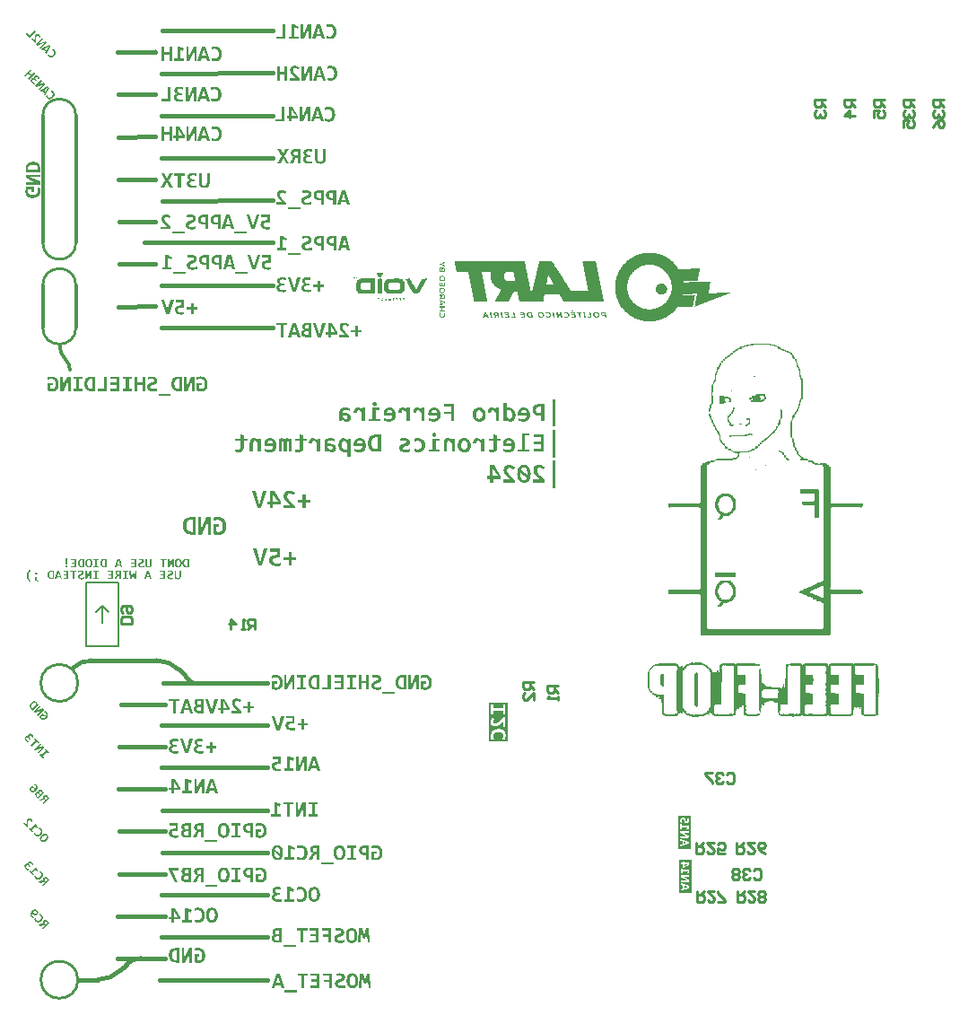
<source format=gbo>
G04*
G04 #@! TF.GenerationSoftware,Altium Limited,Altium Designer,24.1.2 (44)*
G04*
G04 Layer_Color=32896*
%FSLAX44Y44*%
%MOMM*%
G71*
G04*
G04 #@! TF.SameCoordinates,51AA683D-CA4B-47C4-9456-8286C0F4AF48*
G04*
G04*
G04 #@! TF.FilePolarity,Positive*
G04*
G01*
G75*
%ADD10C,0.2540*%
%ADD11C,0.3000*%
%ADD12C,0.2000*%
%ADD16C,0.4000*%
G36*
X506311Y677470D02*
X506439Y677341D01*
X506491Y677033D01*
X506542Y676673D01*
X506619Y676390D01*
X506722Y675824D01*
X506774Y675515D01*
X506876Y675104D01*
X506954Y674718D01*
X507005Y674358D01*
X507057Y674152D01*
X507134Y673869D01*
X507211Y673432D01*
X507262Y673072D01*
X507314Y672866D01*
X507417Y672506D01*
X507519Y671786D01*
X507597Y671503D01*
X507648Y671297D01*
X507725Y670706D01*
X507777Y670500D01*
X507854Y670217D01*
X507905Y670011D01*
X507982Y669420D01*
X508034Y669214D01*
X508111Y668931D01*
X508162Y668725D01*
X508214Y668314D01*
X508265Y668056D01*
X508368Y667645D01*
X508445Y667259D01*
X508497Y666899D01*
X508548Y666693D01*
X508625Y666410D01*
X508703Y665819D01*
X508754Y665613D01*
X508831Y665330D01*
X508883Y665125D01*
X508960Y664533D01*
X509011Y664327D01*
X509088Y664044D01*
X509140Y663838D01*
X509217Y663247D01*
X509268Y663041D01*
X509371Y662681D01*
X509423Y662475D01*
X509474Y661961D01*
X509551Y661678D01*
X509603Y661472D01*
X509680Y661086D01*
X509731Y660726D01*
X509783Y660521D01*
X509860Y660238D01*
X509937Y659646D01*
X509989Y659440D01*
X510066Y659157D01*
X510117Y658952D01*
X510194Y658360D01*
X510246Y658154D01*
X510323Y657871D01*
X510374Y657666D01*
X510452Y657074D01*
X510503Y656868D01*
X510606Y656508D01*
X510657Y656302D01*
X510709Y655788D01*
X510786Y655505D01*
X510837Y655300D01*
X510914Y654914D01*
X510966Y654554D01*
X511017Y654348D01*
X511095Y654065D01*
X511172Y653473D01*
X511275Y653062D01*
X511352Y652779D01*
X511429Y652187D01*
X511480Y651982D01*
X511558Y651699D01*
X511609Y651493D01*
X511686Y650901D01*
X511738Y650696D01*
X511840Y650336D01*
X511892Y650130D01*
X511943Y649615D01*
X512046Y649255D01*
X512149Y648844D01*
X512201Y648329D01*
X512303Y647969D01*
X512355Y647815D01*
X512406Y647301D01*
X512509Y646889D01*
X512586Y646606D01*
X512663Y646015D01*
X512715Y645809D01*
X512818Y645449D01*
X512869Y645243D01*
X512921Y644729D01*
X512972Y644523D01*
X513075Y644163D01*
X513126Y643957D01*
X513178Y643443D01*
X513229Y643237D01*
X513307Y642954D01*
X513384Y642517D01*
X513435Y642157D01*
X513512Y641874D01*
X513589Y641539D01*
X513641Y641334D01*
X513692Y640819D01*
X513795Y640562D01*
X513847Y639996D01*
X513744Y639945D01*
X476321Y639970D01*
X476116Y639919D01*
X475858Y640022D01*
X475627Y640305D01*
X475575Y640510D01*
X475473Y640613D01*
X475061Y641385D01*
X474932Y641514D01*
X474804Y641848D01*
X474650Y642002D01*
X474598Y642208D01*
X474495Y642311D01*
X474135Y642980D01*
X473929Y643288D01*
X473826Y643545D01*
X473698Y643674D01*
X473569Y644008D01*
X473415Y644163D01*
X473363Y644369D01*
X473261Y644471D01*
X473003Y644934D01*
X472798Y645294D01*
X472541Y645757D01*
X472386Y646015D01*
X472180Y646323D01*
X472129Y646426D01*
X471975Y646529D01*
X458266Y646503D01*
X458112Y646555D01*
X457854Y646452D01*
X457700Y646040D01*
X457649Y645835D01*
X457572Y645346D01*
X457520Y644986D01*
X457443Y644703D01*
X457392Y644497D01*
X457314Y643854D01*
X457263Y643648D01*
X457186Y643365D01*
X457134Y643108D01*
X457083Y642697D01*
X457032Y642388D01*
X456980Y642182D01*
X456903Y641848D01*
X456851Y641642D01*
X456800Y641128D01*
X456723Y640845D01*
X456671Y640639D01*
X456594Y640202D01*
X456543Y639996D01*
X456388Y639945D01*
X434604Y639970D01*
X434398Y639919D01*
X434166Y639996D01*
X434064Y640253D01*
X433987Y640536D01*
X433935Y640742D01*
X433858Y641334D01*
X433806Y641539D01*
X433704Y641899D01*
X433652Y642105D01*
X433601Y642620D01*
X433498Y642980D01*
X433446Y643134D01*
X433395Y643545D01*
X433344Y643906D01*
X433266Y644189D01*
X433215Y644394D01*
X433138Y644831D01*
X433086Y645191D01*
X432958Y645629D01*
X432881Y646117D01*
X432829Y646478D01*
X432752Y646760D01*
X432649Y647326D01*
X432598Y647635D01*
X432443Y648252D01*
X432366Y648844D01*
X432263Y649204D01*
X432135Y649333D01*
X429357Y649384D01*
X429074Y649307D01*
X428817Y648844D01*
X428611Y648484D01*
X427839Y647095D01*
X427634Y646735D01*
X427119Y645809D01*
X426913Y645449D01*
X426656Y644986D01*
X426451Y644626D01*
X426245Y644317D01*
X426193Y644111D01*
X426091Y644008D01*
X425833Y643545D01*
X425628Y643185D01*
X425164Y642311D01*
X425062Y642208D01*
X425010Y642105D01*
X424907Y641848D01*
X424804Y641745D01*
X424701Y641488D01*
X424573Y641359D01*
X424444Y641025D01*
X424342Y640922D01*
X424290Y640819D01*
X424187Y640562D01*
X424084Y640459D01*
X423981Y640202D01*
X423801Y640022D01*
X423621Y639945D01*
X410839Y639970D01*
X410761Y640048D01*
X411019Y640562D01*
X411224Y640922D01*
X411482Y641385D01*
X411585Y641488D01*
X411636Y641591D01*
X411739Y641848D01*
X411842Y641951D01*
X411945Y642208D01*
X412073Y642337D01*
X412202Y642671D01*
X412356Y642825D01*
X412407Y643031D01*
X412510Y643134D01*
X412768Y643597D01*
X412973Y643957D01*
X413231Y644420D01*
X413436Y644780D01*
X413694Y645243D01*
X413796Y645346D01*
X413848Y645449D01*
X413951Y645706D01*
X414054Y645809D01*
X414105Y645963D01*
X414362Y646323D01*
X414414Y646529D01*
X414516Y646632D01*
X414928Y647403D01*
X415031Y647506D01*
X415082Y647609D01*
X415185Y647866D01*
X415288Y647969D01*
X415340Y648124D01*
X415597Y648484D01*
X415648Y648689D01*
X415751Y648792D01*
X415957Y649152D01*
X416214Y649615D01*
X416626Y650336D01*
X416831Y650644D01*
X416883Y650901D01*
X416651Y651030D01*
X416291Y651184D01*
X416188Y651236D01*
X415725Y651441D01*
X415622Y651493D01*
X414851Y651853D01*
X414388Y652110D01*
X413616Y652573D01*
X413256Y652779D01*
X413153Y652882D01*
X412896Y653036D01*
X412793Y653139D01*
X412536Y653293D01*
X412330Y653499D01*
X412227Y653550D01*
X412022Y653756D01*
X411919Y653808D01*
X411893Y653885D01*
X411816Y653911D01*
X411559Y654168D01*
X411456Y654219D01*
X411379Y654296D01*
X411327Y654399D01*
X411250Y654425D01*
X410710Y654965D01*
X410658Y655068D01*
X410247Y655480D01*
X410196Y655582D01*
X409990Y655788D01*
X409938Y655891D01*
X409836Y655994D01*
X409681Y656251D01*
X409578Y656354D01*
X409424Y656611D01*
X409321Y656714D01*
X409115Y657074D01*
X409012Y657177D01*
X408807Y657537D01*
X408190Y658720D01*
X407778Y659646D01*
X407727Y659903D01*
X407469Y660572D01*
X407418Y660932D01*
X407289Y661266D01*
X407212Y661652D01*
X407161Y662012D01*
X407058Y662373D01*
X407006Y662527D01*
X406955Y663556D01*
X406903Y663710D01*
X406852Y665099D01*
X406929Y666616D01*
X407006Y667568D01*
X406929Y667645D01*
X398699Y667696D01*
X398570Y667516D01*
X398622Y667156D01*
X398673Y666951D01*
X398750Y666668D01*
X398827Y666230D01*
X398879Y665870D01*
X398956Y665587D01*
X399007Y665382D01*
X399085Y664790D01*
X399136Y664584D01*
X399213Y664301D01*
X399265Y664096D01*
X399342Y663504D01*
X399393Y663298D01*
X399496Y662938D01*
X399548Y662732D01*
X399599Y662218D01*
X399702Y661858D01*
X399805Y661447D01*
X399856Y660932D01*
X399933Y660649D01*
X399985Y660443D01*
X400062Y660006D01*
X400113Y659646D01*
X400216Y659286D01*
X400268Y659132D01*
X400319Y658617D01*
X400371Y658412D01*
X400448Y658129D01*
X400499Y657923D01*
X400576Y657331D01*
X400628Y657126D01*
X400731Y656766D01*
X400782Y656560D01*
X400834Y656045D01*
X400885Y655840D01*
X400962Y655557D01*
X401039Y655119D01*
X401091Y654759D01*
X401142Y654554D01*
X401219Y654271D01*
X401297Y653833D01*
X401348Y653473D01*
X401425Y653190D01*
X401477Y652985D01*
X401554Y652393D01*
X401605Y652187D01*
X401682Y651904D01*
X401734Y651699D01*
X401811Y651107D01*
X401862Y650901D01*
X401965Y650541D01*
X402017Y650336D01*
X402068Y649821D01*
X402119Y649615D01*
X402222Y649255D01*
X402274Y649050D01*
X402325Y648535D01*
X402402Y648252D01*
X402454Y648046D01*
X402531Y647609D01*
X402583Y647249D01*
X402685Y646889D01*
X402737Y646735D01*
X402788Y646220D01*
X402891Y645809D01*
X402968Y645526D01*
X403020Y645114D01*
X403071Y644806D01*
X403174Y644394D01*
X403303Y643648D01*
X403354Y643443D01*
X403431Y643160D01*
X403508Y642722D01*
X403611Y642105D01*
X403714Y641848D01*
X403766Y641282D01*
X403868Y640871D01*
X403920Y640716D01*
X403971Y640408D01*
X404023Y640202D01*
X403971Y639996D01*
X403868Y639945D01*
X391857Y639970D01*
X391703Y639919D01*
X391497Y639970D01*
X391394Y640125D01*
X391317Y640459D01*
X391214Y640716D01*
X391163Y641282D01*
X391060Y641694D01*
X390983Y641977D01*
X390906Y642568D01*
X390854Y642774D01*
X390777Y643057D01*
X390726Y643262D01*
X390648Y643854D01*
X390597Y644060D01*
X390494Y644420D01*
X390443Y644626D01*
X390391Y645140D01*
X390288Y645500D01*
X390237Y645655D01*
X390186Y646066D01*
X390134Y646426D01*
X390083Y646632D01*
X390005Y646915D01*
X389928Y647352D01*
X389877Y647712D01*
X389774Y648072D01*
X389723Y648278D01*
X389620Y648998D01*
X389543Y649281D01*
X389491Y649487D01*
X389414Y650078D01*
X389311Y650438D01*
X389208Y650850D01*
X389157Y651364D01*
X389002Y651930D01*
X388951Y652136D01*
X388900Y652650D01*
X388771Y653087D01*
X388694Y653679D01*
X388591Y654091D01*
X388514Y654374D01*
X388437Y654965D01*
X388385Y655171D01*
X388308Y655454D01*
X388257Y655660D01*
X388179Y656251D01*
X388128Y656457D01*
X388025Y656817D01*
X387974Y657023D01*
X387922Y657537D01*
X387871Y657743D01*
X387794Y658026D01*
X387716Y658463D01*
X387665Y658823D01*
X387614Y659029D01*
X387536Y659312D01*
X387459Y659749D01*
X387408Y660109D01*
X387331Y660392D01*
X387279Y660598D01*
X387202Y661189D01*
X387151Y661395D01*
X387074Y661678D01*
X387022Y661884D01*
X386945Y662475D01*
X386893Y662681D01*
X386791Y663041D01*
X386739Y663247D01*
X386688Y663761D01*
X386585Y664121D01*
X386482Y664533D01*
X386430Y665047D01*
X386353Y665330D01*
X386302Y665536D01*
X386225Y665973D01*
X386173Y666333D01*
X386045Y666770D01*
X385967Y667362D01*
X385916Y667568D01*
X385787Y667645D01*
X375294Y667696D01*
X375140Y667645D01*
X374985Y667696D01*
X374908Y667774D01*
X374805Y668237D01*
X374728Y668520D01*
X374677Y668725D01*
X374599Y669265D01*
X374548Y669471D01*
X374445Y669831D01*
X374394Y670037D01*
X374342Y670551D01*
X374265Y670834D01*
X374213Y671040D01*
X374136Y671426D01*
X374085Y671786D01*
X374033Y671992D01*
X373956Y672275D01*
X373879Y672712D01*
X373828Y673072D01*
X373750Y673355D01*
X373699Y673561D01*
X373596Y674229D01*
X373442Y674847D01*
X373365Y675387D01*
X373313Y675592D01*
X373210Y675953D01*
X373159Y676158D01*
X373108Y676673D01*
X373056Y676879D01*
X373005Y677033D01*
X372953Y677393D01*
X373133Y677521D01*
X373313Y677496D01*
X373442Y677521D01*
X373596Y677470D01*
X373648Y677521D01*
X438590Y677496D01*
X438719Y677521D01*
X438873Y677470D01*
X438925Y677521D01*
X439182Y677470D01*
X439259Y677393D01*
X439310Y677238D01*
X439362Y676879D01*
X439439Y676596D01*
X439491Y676390D01*
X439568Y675953D01*
X439619Y675592D01*
X439696Y675310D01*
X439748Y675104D01*
X439825Y674564D01*
X439928Y674152D01*
X440005Y673869D01*
X440082Y673278D01*
X440134Y673072D01*
X440211Y672789D01*
X440339Y671992D01*
X440391Y671786D01*
X440468Y671503D01*
X440545Y671066D01*
X440597Y670706D01*
X440648Y670500D01*
X440725Y670217D01*
X440802Y669780D01*
X440854Y669420D01*
X440956Y669060D01*
X441008Y668854D01*
X441111Y668134D01*
X441188Y667851D01*
X441317Y667105D01*
X441368Y666899D01*
X441445Y666616D01*
X441574Y665819D01*
X441625Y665613D01*
X441702Y665330D01*
X441780Y664893D01*
X441831Y664533D01*
X441882Y664327D01*
X441960Y664044D01*
X442037Y663607D01*
X442088Y663247D01*
X442191Y662887D01*
X442243Y662681D01*
X442345Y661961D01*
X442423Y661678D01*
X442525Y661112D01*
X442577Y660804D01*
X442680Y660392D01*
X442808Y659646D01*
X442860Y659440D01*
X442937Y659157D01*
X443014Y658720D01*
X443066Y658360D01*
X443117Y658154D01*
X443194Y657871D01*
X443271Y657434D01*
X443323Y657074D01*
X443400Y656791D01*
X443451Y656585D01*
X443529Y655994D01*
X443580Y655788D01*
X443657Y655505D01*
X443708Y655300D01*
X443786Y654708D01*
X443863Y654425D01*
X443914Y654219D01*
X443992Y653833D01*
X444043Y653473D01*
X444094Y653268D01*
X444171Y652985D01*
X444249Y652547D01*
X444300Y652187D01*
X444352Y651982D01*
X444429Y651699D01*
X444506Y651107D01*
X444609Y650696D01*
X444686Y650413D01*
X444763Y649821D01*
X444814Y649615D01*
X444892Y649333D01*
X444943Y649127D01*
X445020Y648535D01*
X445097Y648252D01*
X445149Y648046D01*
X445329Y646941D01*
X445457Y646812D01*
X445535Y646838D01*
X445663Y647018D01*
X445740Y647506D01*
X445792Y647712D01*
X445946Y648278D01*
X445998Y648484D01*
X446049Y648844D01*
X446152Y649101D01*
X446203Y649307D01*
X446306Y649924D01*
X446409Y650181D01*
X446461Y650387D01*
X446512Y650747D01*
X446563Y650953D01*
X446666Y651210D01*
X446718Y651621D01*
X446769Y651827D01*
X446898Y652264D01*
X446975Y652702D01*
X447026Y652907D01*
X447155Y653345D01*
X447232Y653833D01*
X447412Y654425D01*
X447489Y654914D01*
X447618Y655351D01*
X447695Y655634D01*
X447747Y655994D01*
X447875Y656431D01*
X447927Y656637D01*
X448004Y657126D01*
X448132Y657460D01*
X448209Y657949D01*
X448390Y658540D01*
X448493Y659157D01*
X448544Y659363D01*
X448647Y659620D01*
X448724Y660109D01*
X448853Y660546D01*
X448930Y660829D01*
X448981Y661189D01*
X449033Y661395D01*
X449135Y661652D01*
X449187Y662064D01*
X449290Y662475D01*
X449393Y662732D01*
X449444Y663144D01*
X449496Y663350D01*
X449650Y663916D01*
X449701Y664121D01*
X449753Y664481D01*
X449855Y664739D01*
X449907Y664944D01*
X449958Y665304D01*
X450113Y665819D01*
X450164Y666025D01*
X450216Y666385D01*
X450267Y666590D01*
X450370Y666848D01*
X450421Y667259D01*
X450524Y667671D01*
X450627Y667928D01*
X450679Y668339D01*
X450730Y668545D01*
X450859Y668982D01*
X450936Y669471D01*
X451116Y670063D01*
X451193Y670551D01*
X451244Y670757D01*
X451347Y671014D01*
X451450Y671683D01*
X451579Y672017D01*
X451707Y672763D01*
X451836Y673098D01*
X451939Y673715D01*
X451990Y673921D01*
X452093Y674178D01*
X452170Y674667D01*
X452350Y675258D01*
X452428Y675747D01*
X452556Y676184D01*
X452633Y676467D01*
X452685Y676827D01*
X452839Y677341D01*
X453019Y677521D01*
X453251Y677496D01*
X464542Y677521D01*
X464696Y677470D01*
X465005Y677521D01*
X465365Y677419D01*
X465442Y677341D01*
X465493Y677136D01*
X465596Y677033D01*
X465802Y676673D01*
X465956Y676518D01*
X466008Y676313D01*
X466111Y676210D01*
X466265Y675953D01*
X466368Y675850D01*
X466779Y675129D01*
X466882Y675027D01*
X466934Y674924D01*
X467294Y674358D01*
X467499Y673998D01*
X467602Y673895D01*
X467654Y673792D01*
X468014Y673226D01*
X468220Y672866D01*
X468322Y672763D01*
X468734Y672043D01*
X468837Y671940D01*
X468991Y671683D01*
X469043Y671580D01*
X469146Y671477D01*
X469197Y671323D01*
X469351Y671169D01*
X469454Y670911D01*
X469557Y670808D01*
X469763Y670449D01*
X469866Y670346D01*
X469917Y670243D01*
X470226Y669728D01*
X470380Y669574D01*
X470432Y669368D01*
X470586Y669214D01*
X470792Y668854D01*
X470946Y668597D01*
X471049Y668494D01*
X471460Y667774D01*
X471563Y667671D01*
X471769Y667311D01*
X471923Y667053D01*
X472026Y666951D01*
X472438Y666230D01*
X472541Y666127D01*
X472592Y666025D01*
X472798Y665716D01*
X472849Y665613D01*
X473106Y665253D01*
X473158Y665099D01*
X473312Y664944D01*
X473415Y664687D01*
X473518Y664584D01*
X473724Y664224D01*
X473826Y664121D01*
X473878Y663967D01*
X474084Y663761D01*
X474135Y663556D01*
X474238Y663453D01*
X474444Y663093D01*
X474547Y662990D01*
X474752Y662630D01*
X474907Y662373D01*
X475010Y662270D01*
X475421Y661549D01*
X475524Y661447D01*
X475575Y661344D01*
X475936Y660778D01*
X476141Y660418D01*
X476244Y660315D01*
X476296Y660212D01*
X476656Y659646D01*
X476861Y659286D01*
X476964Y659183D01*
X477376Y658463D01*
X477479Y658360D01*
X477633Y658103D01*
X477684Y658000D01*
X477787Y657897D01*
X477839Y657743D01*
X478045Y657537D01*
X478096Y657331D01*
X478199Y657228D01*
X478405Y656868D01*
X478507Y656766D01*
X478559Y656611D01*
X478713Y656457D01*
X479125Y655737D01*
X479228Y655634D01*
X479433Y655274D01*
X479588Y655016D01*
X479691Y654914D01*
X480102Y654193D01*
X480205Y654091D01*
X480256Y653988D01*
X480616Y653422D01*
X480822Y653062D01*
X480925Y652959D01*
X480977Y652856D01*
X481337Y652290D01*
X481388Y652187D01*
X481491Y652084D01*
X481542Y651982D01*
X481748Y651673D01*
X481800Y651519D01*
X481954Y651364D01*
X482057Y651107D01*
X482160Y651004D01*
X482365Y650644D01*
X482468Y650541D01*
X482520Y650387D01*
X482623Y650284D01*
X482828Y649924D01*
X483008Y649795D01*
X499186Y649821D01*
X499238Y649975D01*
X499160Y650207D01*
X499109Y650464D01*
X499032Y651056D01*
X498903Y651493D01*
X498826Y651930D01*
X498723Y652547D01*
X498620Y652805D01*
X498569Y653371D01*
X498466Y653782D01*
X498389Y654065D01*
X498338Y654374D01*
X498286Y654785D01*
X498183Y655197D01*
X498106Y655480D01*
X498003Y656200D01*
X497900Y656457D01*
X497849Y656920D01*
X497797Y657126D01*
X497746Y657486D01*
X497643Y657743D01*
X497592Y658154D01*
X497540Y658514D01*
X497489Y658720D01*
X497412Y659003D01*
X497335Y659440D01*
X497283Y659800D01*
X497180Y660161D01*
X497129Y660366D01*
X497026Y661086D01*
X496949Y661369D01*
X496897Y661575D01*
X496820Y662167D01*
X496769Y662373D01*
X496691Y662655D01*
X496640Y662861D01*
X496563Y663453D01*
X496511Y663658D01*
X496409Y664018D01*
X496357Y664224D01*
X496306Y664739D01*
X496177Y665176D01*
X496126Y665484D01*
X496074Y665896D01*
X495920Y666513D01*
X495868Y666770D01*
X495817Y667182D01*
X495714Y667594D01*
X495637Y667877D01*
X495585Y668237D01*
Y668288D01*
Y668339D01*
X495534Y668545D01*
X495431Y668905D01*
X495380Y669111D01*
X495328Y669625D01*
X495277Y669831D01*
X495200Y670114D01*
X495122Y670551D01*
X495071Y670911D01*
X495020Y671117D01*
X494943Y671400D01*
X494865Y671837D01*
X494814Y672197D01*
X494762Y672403D01*
X494685Y672686D01*
X494608Y673278D01*
X494557Y673483D01*
X494479Y673766D01*
X494402Y674101D01*
X494300Y674821D01*
X494197Y675078D01*
X494145Y675541D01*
X494094Y675747D01*
X494042Y676107D01*
X493939Y676364D01*
X493888Y676879D01*
X493785Y677238D01*
X493837Y677444D01*
X494017Y677521D01*
X494248Y677496D01*
X505591Y677521D01*
X505745Y677470D01*
X505848Y677521D01*
X506311Y677470D01*
D02*
G37*
G36*
X363951Y677290D02*
X363926Y677110D01*
X363874Y676596D01*
X363617Y676441D01*
X363514Y676338D01*
X363154Y676133D01*
X362897Y675978D01*
X362331Y675618D01*
X361971Y675412D01*
X361508Y675155D01*
X361482Y674924D01*
X361611Y674795D01*
X361868Y674692D01*
X361971Y674589D01*
X362691Y674178D01*
X362820Y674049D01*
X362845Y674024D01*
X363102Y673921D01*
X363205Y673818D01*
X363463Y673715D01*
X363540Y673638D01*
X363848Y673432D01*
X363926Y673252D01*
X363900Y672918D01*
X363951Y672763D01*
X363874Y672532D01*
X363771Y672480D01*
X363514Y672583D01*
X363154Y672789D01*
X363025Y672918D01*
X362691Y673046D01*
X362537Y673201D01*
X362382Y673252D01*
X362280Y673355D01*
X361816Y673612D01*
X361456Y673818D01*
X361354Y673921D01*
X361096Y674024D01*
X360993Y674126D01*
X360634Y674332D01*
X360453Y674461D01*
X358602Y674512D01*
X358550Y675335D01*
X358627Y675412D01*
X360376Y675464D01*
X360634Y675567D01*
X360993Y675772D01*
X361096Y675875D01*
X361816Y676287D01*
X362280Y676544D01*
X362382Y676647D01*
X362485Y676698D01*
X362743Y676853D01*
X363463Y677264D01*
X363565Y677367D01*
X363874Y677419D01*
X363951Y677290D01*
D02*
G37*
G36*
X360479Y672120D02*
X360582Y672069D01*
X360839Y671966D01*
X361071Y671734D01*
X361122Y671631D01*
X361225Y671529D01*
X361276Y671426D01*
X361354Y671349D01*
X361482Y671374D01*
X361534Y671477D01*
X361765Y671709D01*
X361868Y671760D01*
X362125Y671863D01*
X362331Y671915D01*
X362691D01*
X362923Y671837D01*
X363205Y671760D01*
X363437Y671529D01*
X363720Y671091D01*
X363771Y670886D01*
X363823Y670629D01*
X363874Y670423D01*
X363926Y667851D01*
X363900Y667568D01*
X363823Y667491D01*
X358679Y667439D01*
X358602Y667516D01*
X358550Y669522D01*
X358602Y670808D01*
X358653Y671014D01*
X358807Y671374D01*
X358859Y671580D01*
X359065Y671786D01*
X359116Y671889D01*
X359656Y672172D01*
X360222Y672223D01*
X360479Y672120D01*
D02*
G37*
G36*
X305233Y666770D02*
X305310Y666693D01*
X305104Y666230D01*
X304693Y665459D01*
X304641Y665356D01*
X304564Y665279D01*
X304436Y664944D01*
X304358Y664867D01*
X304204Y664559D01*
X304178Y664533D01*
Y664481D01*
X304075Y664379D01*
X304024Y664276D01*
X303921Y664018D01*
X303844Y663941D01*
X303715Y663607D01*
X303561Y663453D01*
X303510Y663247D01*
X303304Y663041D01*
X303253Y662938D01*
X303175Y662913D01*
X302815Y662655D01*
X302352Y662604D01*
X301838Y662655D01*
X301529Y662861D01*
X301426Y662913D01*
X301298Y663144D01*
X301195Y663247D01*
X300681Y664173D01*
X300217Y665047D01*
X300012Y665407D01*
X299755Y665870D01*
X299549Y666230D01*
X299394Y666488D01*
X299343Y666745D01*
X299420Y666822D01*
X299755Y666796D01*
X305027Y666822D01*
X305233Y666770D01*
D02*
G37*
G36*
X279436Y663710D02*
X279822Y663633D01*
X280079Y663375D01*
X280182Y663324D01*
X280465Y662784D01*
X280516Y662578D01*
X280567Y662424D01*
X280516Y662167D01*
X280439Y661935D01*
X280310Y661601D01*
X279873Y661163D01*
X279667Y661112D01*
X279410Y661009D01*
X279102Y660958D01*
X278844Y661061D01*
X278638Y661112D01*
X278381Y661215D01*
X278330Y661318D01*
X278227Y661369D01*
X278099Y661498D01*
X278047Y661704D01*
X277893Y661807D01*
X277841Y662887D01*
X277918Y662913D01*
X277996Y662990D01*
X278099Y663247D01*
X278124Y663273D01*
X278176Y663324D01*
X278279Y663375D01*
X278510Y663607D01*
X278844Y663684D01*
X278999Y663736D01*
X279436Y663710D01*
D02*
G37*
G36*
X361611Y664250D02*
X361894Y664173D01*
X362228Y664096D01*
X362382Y664044D01*
X362743Y663838D01*
X362897Y663684D01*
X363000Y663633D01*
X363180Y663453D01*
X363231Y663350D01*
X363386Y663195D01*
X363694Y662630D01*
X363746Y662527D01*
X363797Y662167D01*
X363848Y662012D01*
X363900Y659132D01*
X363823Y659054D01*
X358679Y659003D01*
X358602Y659080D01*
X358550Y660726D01*
X358602Y662012D01*
X358679Y662295D01*
X358807Y662630D01*
X359065Y663195D01*
X359270Y663401D01*
X359322Y663504D01*
X359399Y663581D01*
X359502Y663633D01*
X359656Y663787D01*
X360222Y664096D01*
X360428Y664147D01*
X360711Y664224D01*
X360736Y664250D01*
X360942D01*
X361096Y664301D01*
X361611Y664250D01*
D02*
G37*
G36*
X359322Y657846D02*
X359373Y655171D01*
X359450Y654939D01*
X360685Y654888D01*
X360813Y655016D01*
X360865Y657023D01*
X360813Y657177D01*
X360891Y657409D01*
X361405Y657460D01*
X361637Y657383D01*
X361688Y655068D01*
X361816Y654939D01*
X362794Y654888D01*
X363000Y654939D01*
X363077Y655119D01*
X363051Y657409D01*
X363077Y657691D01*
X363205Y657768D01*
X363797Y657743D01*
X363926Y657563D01*
X363900Y654862D01*
Y654811D01*
Y654451D01*
X363951Y654296D01*
X363900Y654039D01*
X363823Y653962D01*
X358679Y653911D01*
X358602Y653988D01*
X358550Y657640D01*
X358627Y657871D01*
X359244Y657923D01*
X359322Y657846D01*
D02*
G37*
G36*
X363386Y652342D02*
X363591Y651982D01*
X363720Y651853D01*
X363797Y651570D01*
X363926Y651236D01*
X364003Y650747D01*
X363951Y649924D01*
X363874Y649693D01*
X363797Y649410D01*
X363488Y648741D01*
X363283Y648535D01*
X363231Y648432D01*
X363154Y648355D01*
X363051Y648304D01*
X362948Y648201D01*
X362588Y647995D01*
X362485Y647892D01*
X362305Y647815D01*
X362099Y647764D01*
X361842Y647661D01*
X361302Y647583D01*
X360608Y647661D01*
X360273Y647789D01*
X359990Y647866D01*
X359579Y648124D01*
X359528Y648226D01*
X359450Y648252D01*
X359167Y648535D01*
X359013Y648792D01*
X358936Y648869D01*
X358627Y649487D01*
X358576Y649744D01*
X358499Y650593D01*
X358550Y650953D01*
X358602Y651467D01*
X358807Y651930D01*
X358910Y652187D01*
X359065Y652445D01*
X359142Y652522D01*
X361045Y652573D01*
X361251Y652522D01*
X361276Y651724D01*
X361122Y651621D01*
X359759Y651647D01*
X359733Y651621D01*
X359656Y651596D01*
X359425Y651159D01*
X359373Y650850D01*
X359322Y650696D01*
X359373Y650130D01*
X359450Y649898D01*
X359605Y649487D01*
X359836Y649204D01*
X360119Y648972D01*
X360685Y648664D01*
X361611Y648612D01*
X361971Y648767D01*
X362177Y648818D01*
X362280Y648921D01*
X362382Y648972D01*
X362717Y649307D01*
X362768Y649410D01*
X363025Y649821D01*
X363077Y650644D01*
X363025Y651159D01*
X362768Y651724D01*
X362614Y651879D01*
X362562Y652084D01*
X362820Y652342D01*
X362871Y652445D01*
X363154Y652573D01*
X363386Y652342D01*
D02*
G37*
G36*
X346848Y661318D02*
X346616Y660829D01*
X346153Y659955D01*
X345639Y659029D01*
X345176Y658154D01*
X344661Y657228D01*
X344198Y656354D01*
X343941Y655891D01*
X343633Y655325D01*
X343170Y654451D01*
X343092Y654374D01*
X342964Y654039D01*
X342835Y653911D01*
X342707Y653576D01*
X342604Y653473D01*
X342552Y653371D01*
X342449Y653113D01*
X342321Y652985D01*
X342244Y652702D01*
X342115Y652573D01*
X341987Y652239D01*
X341858Y652110D01*
X341729Y651776D01*
X341627Y651673D01*
X341575Y651570D01*
X341472Y651313D01*
X341369Y651210D01*
X341318Y651107D01*
X341215Y650850D01*
X340443Y649461D01*
X340238Y649101D01*
X339929Y648792D01*
X339800Y648612D01*
X339697Y648561D01*
X339492Y648355D01*
X339389Y648304D01*
X339286Y648201D01*
X338926Y647995D01*
X338823Y647892D01*
X338566Y647789D01*
X338309Y647635D01*
X337846Y647532D01*
X337588Y647429D01*
X337074Y647378D01*
X336920Y647326D01*
X335942Y647378D01*
X335737Y647429D01*
X335377Y647532D01*
X334965Y647635D01*
X334734Y647764D01*
X334451Y647841D01*
X334348Y647944D01*
X334091Y648098D01*
X333988Y648149D01*
X333962Y648226D01*
X333833Y648304D01*
X333730Y648355D01*
X333705Y648432D01*
X333576Y648561D01*
X333473Y648612D01*
X333396Y648741D01*
X333345Y648844D01*
X333268Y648921D01*
X332830Y649564D01*
X331030Y652805D01*
X330618Y653576D01*
X330413Y653936D01*
Y653988D01*
X330361Y654039D01*
X328561Y657280D01*
X328149Y658052D01*
X326606Y660829D01*
X326400Y661189D01*
X326349Y661292D01*
X326426Y661369D01*
X330747Y661421D01*
X330824Y661344D01*
X331030Y660984D01*
X331287Y660521D01*
X331493Y660161D01*
X332522Y658309D01*
X332727Y657949D01*
X333756Y656097D01*
X333962Y655737D01*
X334734Y654348D01*
X334939Y653988D01*
X335711Y652599D01*
X336122Y651879D01*
X336405Y651596D01*
X336868Y651544D01*
X336997Y651673D01*
X337151Y651930D01*
X337254Y652033D01*
X337460Y652393D01*
X338232Y653782D01*
X338643Y654554D01*
X339414Y655943D01*
X339620Y656302D01*
X341421Y659543D01*
X341627Y659903D01*
X342089Y660778D01*
X342192Y660881D01*
X342244Y660984D01*
X342347Y661241D01*
X342475Y661369D01*
X346745Y661421D01*
X346848Y661318D01*
D02*
G37*
G36*
X321848Y661369D02*
X322054Y661318D01*
X322311Y661215D01*
X322620Y661163D01*
X323185Y660906D01*
X323443Y660804D01*
X323726Y660623D01*
X324008Y660392D01*
X324111Y660341D01*
X324523Y659929D01*
X324754Y659646D01*
X324806Y659543D01*
X324908Y659440D01*
X325063Y659183D01*
X325166Y659080D01*
X325269Y658823D01*
X325449Y658489D01*
X325552Y658077D01*
X325680Y657743D01*
X325732Y657589D01*
X325706Y651133D01*
X325654Y650876D01*
X325526Y650541D01*
X325423Y650130D01*
X325320Y650027D01*
X325269Y649924D01*
X325166Y649667D01*
X324960Y649307D01*
X324806Y649152D01*
X324754Y649050D01*
X324548Y648844D01*
X324420Y648664D01*
X324317Y648612D01*
X324240Y648535D01*
X323957Y648304D01*
X323854Y648252D01*
X323751Y648149D01*
X323494Y647995D01*
X323314Y647866D01*
X322980Y647738D01*
X322877Y647635D01*
X322259Y647481D01*
X322002Y647378D01*
X311097Y647326D01*
X310428Y647378D01*
X310094Y647506D01*
X309760Y647583D01*
X309554Y647635D01*
X309477Y647712D01*
X309142Y647841D01*
X308834Y648046D01*
X308782D01*
X308679Y648098D01*
X308576Y648201D01*
X308293Y648381D01*
X308242Y648484D01*
X308165Y648509D01*
X307779Y648895D01*
X307728Y648998D01*
X307573Y649152D01*
X307522Y649255D01*
X307316Y649564D01*
X307265Y649667D01*
X307033Y650053D01*
X306956Y650336D01*
X306750Y650798D01*
X306699Y651467D01*
X306647Y651621D01*
X306673Y657100D01*
X306750Y657897D01*
X306879Y658180D01*
X306956Y658463D01*
X307059Y658720D01*
X307316Y659183D01*
X307496Y659466D01*
X307728Y659749D01*
X307779Y659852D01*
X307856Y659878D01*
X308011Y660083D01*
X308113Y660135D01*
X308371Y660392D01*
X308474Y660443D01*
X308576Y660546D01*
X308937Y660752D01*
X309605Y661112D01*
X309811Y661163D01*
X310325Y661318D01*
X310480Y661369D01*
X320408Y661421D01*
X321848Y661369D01*
D02*
G37*
G36*
X304256D02*
X304307Y661266D01*
X304281Y647764D01*
X304333Y647609D01*
X304256Y647378D01*
X300398Y647326D01*
X300320Y647403D01*
X300346Y661369D01*
X302918Y661421D01*
X304050D01*
X304256Y661369D01*
D02*
G37*
G36*
X297903Y661395D02*
X298031Y661215D01*
X298006Y650181D01*
Y650130D01*
Y647455D01*
X297774Y647326D01*
X284580Y647352D01*
X284117Y647403D01*
X283911Y647455D01*
X283371Y647583D01*
X283165Y647635D01*
X283088Y647712D01*
X282754Y647841D01*
X281982Y648304D01*
X281776Y648509D01*
X281674Y648561D01*
X281596Y648638D01*
X281545Y648741D01*
X281391Y648844D01*
X281339Y648947D01*
X281185Y649101D01*
X280979Y649461D01*
X280825Y649615D01*
X280773Y649821D01*
X280619Y649975D01*
X280567Y650181D01*
X280439Y650516D01*
X280336Y650773D01*
X280259Y651364D01*
X280207Y651519D01*
X280233Y657306D01*
X280310Y657949D01*
X280567Y658617D01*
X280619Y658772D01*
X280876Y659235D01*
X281031Y659492D01*
X281185Y659646D01*
X281236Y659749D01*
X281828Y660341D01*
X281931Y660392D01*
X282085Y660546D01*
X282445Y660752D01*
X282702Y660906D01*
X283037Y661086D01*
X283320Y661163D01*
X283680Y661318D01*
X284091Y661369D01*
X284245Y661421D01*
X297903Y661395D01*
D02*
G37*
G36*
X362537Y646812D02*
X363102Y646555D01*
X363437Y646220D01*
X363488Y646117D01*
X363720Y645732D01*
X363797Y645397D01*
X363848Y645243D01*
X363900Y642877D01*
X363951Y642671D01*
X363874Y642439D01*
X358679Y642388D01*
X358602Y642465D01*
X358550Y643134D01*
X358602Y643340D01*
X358756Y643391D01*
X359965Y643365D01*
X360042Y643443D01*
X360093Y644780D01*
X360016Y644857D01*
X359913Y644909D01*
X359810Y645012D01*
X359630Y645140D01*
X359142Y645474D01*
X358884Y645629D01*
X358602Y645912D01*
X358550Y646735D01*
X358627Y646812D01*
X358782Y646863D01*
X359013Y646632D01*
X359039Y646606D01*
X359193Y646555D01*
X359296Y646452D01*
X359553Y646298D01*
X359707Y646143D01*
X359862Y646092D01*
X360068Y645886D01*
X360171Y645835D01*
X360376Y645886D01*
X360582Y646246D01*
X360762Y646375D01*
X360813Y646478D01*
X361045Y646606D01*
X361354Y646812D01*
X361868Y646863D01*
X362537Y646812D01*
D02*
G37*
G36*
X313386Y643083D02*
X313438Y642980D01*
X313386Y642774D01*
X313283Y642414D01*
X313180Y642157D01*
X313129Y641951D01*
X312949Y641359D01*
X312872Y641025D01*
X312717Y640665D01*
X312666Y640459D01*
X312537Y640331D01*
X312280Y640279D01*
X312177Y640382D01*
X312049Y640716D01*
X311894Y641231D01*
X311817Y641308D01*
X311740Y641282D01*
X311637Y640871D01*
X311586Y640510D01*
X311406Y640331D01*
X311303Y640279D01*
X311097Y640331D01*
X310994Y640433D01*
X310840Y640999D01*
X310737Y641256D01*
X310583Y641822D01*
X310454Y642157D01*
X310351Y642568D01*
X310248Y642825D01*
X310274Y643057D01*
X310480Y643108D01*
X310634Y643057D01*
X310711Y642774D01*
X310763Y642568D01*
X310865Y642311D01*
X310968Y641899D01*
X311020Y641745D01*
Y641694D01*
X311046Y641617D01*
X311123Y641334D01*
X311226Y641076D01*
X311303Y641051D01*
X311380Y641128D01*
X311457Y641617D01*
X311509Y641822D01*
X311611Y642079D01*
X311663Y642285D01*
X311920Y642337D01*
X312100Y642105D01*
X312152Y641797D01*
X312203Y641591D01*
X312306Y641231D01*
X312486Y641205D01*
X312537Y641308D01*
X312666Y641848D01*
X312794Y642182D01*
X312872Y642465D01*
X312923Y642671D01*
X313026Y643031D01*
X313103Y643108D01*
X313386Y643083D01*
D02*
G37*
G36*
X308319Y643108D02*
X308396Y643031D01*
X308448Y642928D01*
X308499Y642722D01*
X308602Y642465D01*
Y642414D01*
X308628Y642388D01*
X308705Y642105D01*
X308757Y641899D01*
X308885Y641565D01*
X308962Y641179D01*
X309117Y640819D01*
X309168Y640408D01*
X309039Y640279D01*
X308885Y640331D01*
X308757Y640459D01*
X308705Y640768D01*
X308576Y640896D01*
X307728Y640871D01*
X307573Y640613D01*
X307445Y640331D01*
X307290Y640279D01*
X307213Y640356D01*
X307162Y640613D01*
X307265Y641025D01*
X307393Y641359D01*
X307445Y641565D01*
X307496Y641822D01*
X307676Y642311D01*
X307779Y642722D01*
X307882Y642980D01*
X308113Y643160D01*
X308319Y643108D01*
D02*
G37*
G36*
X302095Y643057D02*
X302146D01*
X302224Y642877D01*
X302172Y642722D01*
X302198Y641925D01*
X302172Y640974D01*
X302224Y640613D01*
X302121Y640356D01*
X301915Y640253D01*
X301015Y640279D01*
X300809Y640228D01*
X300603Y640279D01*
X300526Y640459D01*
X300578Y640613D01*
X301709Y640665D01*
X301786Y640845D01*
X301761Y641436D01*
X301581Y641565D01*
X301375Y641514D01*
X301143Y641591D01*
X301092Y641848D01*
X301529Y641874D01*
X301735Y641925D01*
X301761Y642671D01*
X301606Y642774D01*
X300809Y642748D01*
X300603Y642800D01*
X300526Y642877D01*
X300552Y643108D01*
X301838Y643160D01*
X302095Y643057D01*
D02*
G37*
G36*
X325037Y643108D02*
X325243Y643057D01*
X325346Y642954D01*
X325449Y642903D01*
X325680Y642465D01*
X325629Y642157D01*
X325603Y642131D01*
X325526Y642002D01*
X325474Y641899D01*
X325397Y641822D01*
X324626Y641411D01*
X324497Y641282D01*
X324394Y641025D01*
X324446Y640819D01*
X324574Y640691D01*
X325037Y640639D01*
X325603Y640896D01*
X325680Y640819D01*
X325732Y640613D01*
X325654Y640536D01*
X325294Y640279D01*
X324677Y640228D01*
X324317Y640382D01*
X324214Y640433D01*
X324034Y640665D01*
X323983Y641231D01*
X324111Y641565D01*
X324214Y641617D01*
X324420Y641822D01*
X324677Y641925D01*
X325037Y642131D01*
X325140Y642182D01*
X325217Y642311D01*
X325191Y642594D01*
X325011Y642722D01*
X324729Y642800D01*
X324471Y642697D01*
X324163Y642645D01*
X324086Y642722D01*
X324034Y642877D01*
X324214Y643057D01*
X324523Y643108D01*
X324677Y643160D01*
X325037Y643108D01*
D02*
G37*
G36*
X321951Y643057D02*
X322054Y642954D01*
X322157Y642903D01*
X322337Y642671D01*
X322388Y640871D01*
X322259Y640536D01*
X321899Y640279D01*
X321334Y640228D01*
X320871Y640433D01*
X320690Y640768D01*
X320639Y641128D01*
Y641179D01*
Y642414D01*
X320793Y642774D01*
X320922Y642903D01*
X321025Y642954D01*
X321128Y643057D01*
X321745Y643108D01*
X321951Y643057D01*
D02*
G37*
G36*
X319044Y643031D02*
X319096Y640510D01*
X319019Y640279D01*
X318813Y640228D01*
X318736Y640305D01*
X318684Y641179D01*
X318607Y641411D01*
X318144Y641462D01*
X318067Y641539D01*
X318016Y641745D01*
X318093Y641822D01*
X318556Y641874D01*
X318633Y641951D01*
X318684Y642414D01*
X318607Y642645D01*
X317733Y642697D01*
X317527Y642748D01*
X317450Y642825D01*
X317398Y642980D01*
X317475Y643057D01*
X317990Y643108D01*
X318967D01*
X319044Y643031D01*
D02*
G37*
G36*
X316267Y643083D02*
X316318Y642774D01*
X316215Y642722D01*
X315701Y642671D01*
X315598Y642414D01*
X315649Y642260D01*
X315624Y640485D01*
X315572Y640279D01*
X315366Y640228D01*
X315238Y640356D01*
X315187Y641436D01*
Y641488D01*
Y642568D01*
X315109Y642645D01*
X314801Y642697D01*
X314569Y642774D01*
X314518Y643031D01*
X314646Y643108D01*
X316267Y643083D01*
D02*
G37*
G36*
X305490Y643005D02*
X305541Y640691D01*
X305516Y640459D01*
X305464Y640253D01*
X305284Y640228D01*
X305181Y640382D01*
X305130Y640588D01*
X305156Y641282D01*
X304924Y641462D01*
X304770Y641411D01*
X304693Y641334D01*
X304487Y640974D01*
Y640922D01*
X304178Y640356D01*
X304101Y640279D01*
X303895Y640228D01*
X303767Y640459D01*
X303818Y640665D01*
X303921Y640768D01*
X304024Y641025D01*
X304230Y641334D01*
X304204Y641565D01*
X304101Y641617D01*
X303818Y641899D01*
X303767Y642362D01*
X303818Y642722D01*
X304256Y643057D01*
X305439Y643108D01*
X305490Y643005D01*
D02*
G37*
G36*
X358936Y641565D02*
X358987Y641462D01*
X359193Y641411D01*
X360325Y640896D01*
X360788Y640691D01*
X362485Y639919D01*
X362845Y639765D01*
X363102Y639662D01*
X363437Y639482D01*
X363720Y639405D01*
X363874Y639199D01*
X363926Y638993D01*
X363900Y638504D01*
X363848Y638299D01*
X363154Y637964D01*
X362588Y637707D01*
X362537D01*
X362228Y637553D01*
X362048Y637476D01*
X361765Y637398D01*
X361662Y637295D01*
X361559Y637244D01*
X361096Y637038D01*
X360993Y636987D01*
X360428Y636730D01*
X360222Y636678D01*
X359888Y636498D01*
X359605Y636421D01*
X359502Y636318D01*
X359244Y636215D01*
X359039Y636164D01*
X358884Y636009D01*
X358679Y635958D01*
X358602Y636035D01*
X358550Y636704D01*
X358602Y636910D01*
X359142Y637193D01*
X359682Y637424D01*
X359810Y637604D01*
X359785Y639739D01*
X359836Y639893D01*
X359759Y640125D01*
X359502Y640228D01*
X359425Y640305D01*
X359090Y640433D01*
X358730Y640588D01*
X358602Y640716D01*
X358550Y641539D01*
X358730Y641668D01*
X358936Y641565D01*
D02*
G37*
G36*
X558470Y685855D02*
X558831D01*
X559808Y685803D01*
X560502Y685726D01*
X560760Y685675D01*
X561403Y685597D01*
X562097Y685520D01*
X562509Y685417D01*
X562997Y685340D01*
X563357Y685289D01*
X563795Y685160D01*
X564283Y685083D01*
X564489Y685032D01*
X564720Y684955D01*
X564926Y684903D01*
X565441Y684800D01*
X565698Y684697D01*
X566238Y684569D01*
X566521Y684440D01*
X566907Y684363D01*
X567370Y684157D01*
X567678Y684106D01*
X567961Y683977D01*
X568296Y683848D01*
X568501Y683797D01*
X568604Y683694D01*
X568861Y683643D01*
X569401Y683411D01*
X569684Y683334D01*
X569787Y683231D01*
X570045Y683128D01*
X570405Y682974D01*
X570662Y682871D01*
X570919Y682717D01*
X571330Y682562D01*
X571433Y682460D01*
X571639Y682408D01*
X571948Y682202D01*
X572051Y682151D01*
X572308Y682048D01*
X572668Y681842D01*
X573594Y681328D01*
X573697Y681225D01*
X573800Y681174D01*
X574108Y680968D01*
X574288Y680891D01*
X574777Y680556D01*
X575034Y680402D01*
X575111Y680325D01*
X575523Y680068D01*
X576166Y679579D01*
X576423Y679425D01*
X576629Y679219D01*
X576732Y679167D01*
X576834Y679065D01*
X577015Y678936D01*
X577297Y678705D01*
X577400Y678653D01*
X577606Y678447D01*
X577709Y678396D01*
X577915Y678190D01*
X578018Y678139D01*
X578069Y678036D01*
X578172Y677984D01*
X578429Y677727D01*
X578532Y677676D01*
X578558Y677599D01*
X578635Y677521D01*
X578738Y677470D01*
X579226Y676981D01*
X579535Y676724D01*
X579586Y676621D01*
X579664Y676544D01*
X579767Y676493D01*
X580204Y676055D01*
X580255Y675953D01*
X580770Y675438D01*
X580821Y675335D01*
X580975Y675232D01*
X581027Y675129D01*
X581233Y674924D01*
X581284Y674821D01*
X581361Y674744D01*
X581464Y674692D01*
X581490Y674615D01*
X581644Y674461D01*
X581773Y674281D01*
X582004Y673998D01*
X582056Y673895D01*
X582210Y673741D01*
X582261Y673638D01*
X582467Y673432D01*
X582519Y673329D01*
X582673Y673175D01*
X582827Y672918D01*
X582904Y672840D01*
X583110Y672532D01*
X583342Y672249D01*
X583496Y671992D01*
X583599Y671889D01*
X583805Y671529D01*
X583907Y671426D01*
X583959Y671323D01*
X584216Y670963D01*
X584268Y670808D01*
X584550Y670526D01*
X591701Y670577D01*
X591855Y670629D01*
X596021Y670680D01*
X596176Y670731D01*
X604098Y670783D01*
X604252Y670834D01*
X604483Y670757D01*
X604535Y670654D01*
X604432Y669934D01*
X604355Y669651D01*
X604303Y669445D01*
X604226Y668854D01*
X604175Y668648D01*
X604098Y668365D01*
X604046Y668159D01*
X603969Y667516D01*
X603866Y667156D01*
X603763Y666745D01*
X603712Y666230D01*
X603660Y666025D01*
X603583Y665742D01*
X603532Y665484D01*
X603480Y665073D01*
X603429Y664816D01*
X603326Y664404D01*
X603249Y663967D01*
X603197Y663607D01*
X603120Y663324D01*
X603069Y663118D01*
X602992Y662527D01*
X602940Y662321D01*
X602863Y662038D01*
X602812Y661781D01*
X602734Y661189D01*
X602657Y660906D01*
X602606Y660701D01*
X602529Y660315D01*
X602477Y659955D01*
X602426Y659749D01*
X602271Y659698D01*
X599957Y659646D01*
X598414Y659595D01*
X597127Y659543D01*
X596047Y659492D01*
X594092Y659440D01*
X591675Y659389D01*
X589180Y659312D01*
X588897Y659235D01*
X588846Y659029D01*
X588897Y658875D01*
X588949Y658206D01*
X589000Y658000D01*
X589180Y657871D01*
X589823Y657897D01*
X592138Y657949D01*
X593784Y658000D01*
X594916Y658052D01*
X595893Y658103D01*
X597076Y658154D01*
X599494Y658206D01*
X600985Y658257D01*
X603043Y658360D01*
X604380Y658412D01*
X608213Y658489D01*
X608367Y658540D01*
X610116Y658592D01*
X610270Y658643D01*
X614385Y658695D01*
X614514Y658514D01*
X614488Y658489D01*
X614411Y658206D01*
X614360Y657846D01*
X614308Y657331D01*
X614231Y657048D01*
X614128Y656431D01*
X614077Y655968D01*
X614025Y655711D01*
X613974Y655505D01*
X613923Y655248D01*
X613845Y654502D01*
X613691Y653885D01*
X613640Y653525D01*
X613562Y652830D01*
X613460Y652419D01*
X613408Y652110D01*
X613357Y651596D01*
X613305Y651287D01*
X613254Y651081D01*
X613202Y650824D01*
X613151Y650516D01*
X613100Y650001D01*
X613048Y649744D01*
X612997Y649538D01*
X612894Y648921D01*
X612842Y648458D01*
X612791Y648201D01*
X612739Y647995D01*
X612662Y647712D01*
X612791Y647583D01*
X614360Y647609D01*
X615749Y647661D01*
X616469Y647712D01*
X617652Y647764D01*
X619555Y647815D01*
X621613Y647866D01*
X622847Y647918D01*
X623876Y647969D01*
X624854Y648021D01*
X627220Y648072D01*
X628866Y648124D01*
X630846Y648201D01*
X631001Y648252D01*
X633881Y648304D01*
X633958Y648226D01*
X633932Y648098D01*
X633624Y648046D01*
X633264Y647892D01*
X633058Y647841D01*
X632518Y647609D01*
X632235Y647532D01*
X631978Y647378D01*
X631772Y647326D01*
X631309Y647121D01*
X630949Y647069D01*
X630640Y646863D01*
X630332Y646812D01*
X629869Y646606D01*
X629200Y646349D01*
X628737Y646143D01*
X628326Y646040D01*
X628094Y645912D01*
X627811Y645835D01*
X627554Y645732D01*
X627477Y645655D01*
X627142Y645577D01*
X626679Y645372D01*
X626474Y645320D01*
X626011Y645114D01*
X625651Y645012D01*
X625574Y644934D01*
X625291Y644857D01*
X624828Y644651D01*
X624622Y644600D01*
X624262Y644446D01*
X624159Y644394D01*
X623747Y644291D01*
X623645Y644189D01*
X623439Y644137D01*
X623079Y644034D01*
X623002Y643957D01*
X622719Y643880D01*
X622359Y643726D01*
X622101Y643623D01*
X621741Y643520D01*
X621664Y643443D01*
X621381Y643365D01*
X620918Y643160D01*
X620713Y643108D01*
X620352Y642954D01*
X620198Y642903D01*
X619864Y642774D01*
X619607Y642671D01*
X619324Y642594D01*
X619067Y642439D01*
X618809Y642388D01*
X618449Y642234D01*
X618192Y642131D01*
X617755Y641951D01*
X617472Y641874D01*
X617009Y641668D01*
X616803Y641617D01*
X616340Y641411D01*
X615980Y641308D01*
X615903Y641231D01*
X615620Y641153D01*
X615157Y640948D01*
X614900Y640896D01*
X614617Y640768D01*
X614283Y640639D01*
X613820Y640433D01*
X613614Y640382D01*
X613254Y640228D01*
X613048Y640176D01*
X612508Y639945D01*
X612174Y639868D01*
X612096Y639790D01*
X611762Y639662D01*
X611556Y639610D01*
X611325Y639482D01*
X611042Y639405D01*
X610579Y639199D01*
X610373Y639147D01*
X609910Y638942D01*
X609705Y638890D01*
X609241Y638684D01*
X609036Y638633D01*
X608753Y638504D01*
X608470Y638427D01*
X608187Y638299D01*
X607853Y638170D01*
X607415Y637990D01*
X607210Y637939D01*
X606927Y637861D01*
X606824Y637758D01*
X606618Y637707D01*
X606155Y637501D01*
X605949Y637450D01*
X605486Y637244D01*
X605229Y637193D01*
X604946Y637064D01*
X604612Y636936D01*
X604406Y636884D01*
X604303Y636781D01*
X604046Y636730D01*
X603583Y636524D01*
X603377Y636473D01*
X602837Y636241D01*
X602503Y636164D01*
X602426Y636087D01*
X602091Y635958D01*
X601886Y635907D01*
X601654Y635778D01*
X601371Y635701D01*
X600908Y635495D01*
X600703Y635444D01*
X600240Y635238D01*
X599879Y635135D01*
X599777Y635032D01*
X599648Y635058D01*
X599597Y635264D01*
X599674Y635547D01*
X599725Y635752D01*
X599802Y636241D01*
X599905Y636858D01*
X600008Y637116D01*
X600060Y637733D01*
X600111Y637939D01*
X600188Y638222D01*
X600240Y638479D01*
X600291Y638787D01*
X600342Y639199D01*
X600497Y639816D01*
X600574Y640459D01*
X600651Y640742D01*
X600728Y641076D01*
X600780Y641282D01*
X600831Y641797D01*
X600882Y642002D01*
X600960Y642285D01*
X601037Y642774D01*
X601088Y643134D01*
X601140Y643340D01*
X601217Y643623D01*
X601268Y643931D01*
X601320Y644394D01*
X601423Y644806D01*
X601500Y645140D01*
X601603Y645860D01*
X601680Y646143D01*
X601731Y646349D01*
X601809Y646992D01*
X601680Y647121D01*
X600574Y647095D01*
X598105Y647043D01*
X596665Y646992D01*
X595687Y646941D01*
X594813Y646889D01*
X592961Y646838D01*
X590852Y646786D01*
X588871Y646709D01*
X588614Y646606D01*
X588511Y646452D01*
X588434Y645912D01*
X588331Y645655D01*
X588280Y645449D01*
X588408Y645320D01*
X592241Y645397D01*
X594581Y645474D01*
X594735Y645526D01*
X597822Y645577D01*
X599571Y645629D01*
X599802Y645552D01*
X599751Y645037D01*
X599648Y644677D01*
X599597Y644523D01*
X599545Y643957D01*
X599494Y643751D01*
X599417Y643468D01*
X599339Y643134D01*
X599236Y642414D01*
X599159Y642131D01*
X599108Y641925D01*
X599031Y641334D01*
X598825Y640510D01*
X598773Y639996D01*
X598722Y639790D01*
X598645Y639507D01*
X598568Y639019D01*
X598516Y638659D01*
X598439Y638376D01*
X598388Y638170D01*
X598311Y637681D01*
X598259Y637321D01*
X598182Y637038D01*
X598130Y636833D01*
X598053Y636241D01*
X598002Y636035D01*
X597925Y635752D01*
X597873Y635495D01*
X597796Y634852D01*
X597642Y634698D01*
X595301Y634621D01*
X595147Y634569D01*
X595096Y634621D01*
X594916Y634595D01*
X593218Y634544D01*
X590234Y634492D01*
X586942Y634441D01*
X583367Y634364D01*
X583007Y634209D01*
X582904Y634158D01*
X582776Y633926D01*
X582621Y633772D01*
X582467Y633515D01*
X582390Y633489D01*
X582261Y633309D01*
X582210Y633206D01*
X582133Y633180D01*
X582056Y633052D01*
X582004Y632949D01*
X581799Y632743D01*
X581747Y632640D01*
X581541Y632435D01*
X581490Y632332D01*
X580872Y631714D01*
X580821Y631612D01*
X580358Y631148D01*
X580307Y631046D01*
X580024Y630763D01*
X579921Y630711D01*
X579818Y630557D01*
X579715Y630505D01*
X578789Y629580D01*
X578686Y629528D01*
X578275Y629117D01*
X578172Y629065D01*
X577812Y628705D01*
X577555Y628551D01*
X577349Y628345D01*
X577246Y628294D01*
X577040Y628088D01*
X576937Y628036D01*
X576860Y627959D01*
X575857Y627213D01*
X575497Y626956D01*
X575240Y626802D01*
X575137Y626699D01*
X574880Y626545D01*
X574777Y626442D01*
X574674Y626390D01*
X574108Y626030D01*
X573851Y625876D01*
X573491Y625619D01*
X573285Y625567D01*
X573182Y625465D01*
X572822Y625259D01*
X572051Y624847D01*
X571742Y624641D01*
X571536Y624590D01*
X571279Y624436D01*
X571176Y624384D01*
X570919Y624281D01*
X570662Y624127D01*
X570096Y623870D01*
X569556Y623638D01*
X569221Y623561D01*
X569144Y623484D01*
X568810Y623355D01*
X568347Y623150D01*
X568141Y623098D01*
X567627Y622892D01*
X567421Y622841D01*
X567138Y622712D01*
X566855Y622635D01*
X566649Y622584D01*
X566289Y622430D01*
X565929Y622378D01*
X565646Y622301D01*
X565389Y622198D01*
X565003Y622121D01*
X564412Y621941D01*
X563923Y621864D01*
X563717Y621812D01*
X563434Y621735D01*
X563229Y621684D01*
X562817Y621632D01*
X562509Y621581D01*
X562251Y621529D01*
X561917Y621452D01*
X561711Y621401D01*
X560888Y621349D01*
X560734Y621298D01*
X560219Y621246D01*
X560065Y621195D01*
X558111Y621143D01*
X557956Y621092D01*
X555821Y621118D01*
X554381Y621169D01*
X553764Y621221D01*
X553352Y621272D01*
X553095Y621324D01*
X552683Y621375D01*
X552066Y621426D01*
X551809Y621478D01*
X551603Y621529D01*
X551346Y621581D01*
X550755Y621658D01*
X550343Y621761D01*
X550060Y621838D01*
X549443Y621941D01*
X549237Y621992D01*
X548980Y622095D01*
X548491Y622172D01*
X548131Y622327D01*
X547771Y622378D01*
X547308Y622584D01*
X546948Y622635D01*
X546485Y622841D01*
X546176Y622892D01*
X545894Y623021D01*
X545559Y623150D01*
X545199Y623304D01*
X544993Y623355D01*
X544427Y623613D01*
X544222Y623664D01*
X543887Y623844D01*
X543553Y623921D01*
X543450Y624024D01*
X543193Y624127D01*
X542859Y624307D01*
X542524Y624436D01*
X542447Y624513D01*
X542113Y624641D01*
X541804Y624847D01*
X541598Y624899D01*
X541470Y625027D01*
X541135Y625156D01*
X540981Y625310D01*
X540775Y625362D01*
X540672Y625465D01*
X540312Y625670D01*
X540209Y625722D01*
X540107Y625825D01*
X539901Y625876D01*
X539747Y626030D01*
X539489Y626133D01*
X539412Y626210D01*
X538769Y626648D01*
X538589Y626776D01*
X538100Y627110D01*
X537740Y627368D01*
X537637Y627419D01*
X537612Y627496D01*
X537406Y627599D01*
X537097Y627856D01*
X536814Y628088D01*
X536712Y628139D01*
X536557Y628294D01*
X536454Y628345D01*
X536300Y628499D01*
X536120Y628628D01*
X536068Y628731D01*
X535991Y628756D01*
X535786Y628962D01*
X535683Y629014D01*
X535425Y629271D01*
X535323Y629323D01*
X534860Y629785D01*
X534757Y629837D01*
X533239Y631354D01*
X533188Y631457D01*
X532931Y631714D01*
X532879Y631817D01*
X532622Y632074D01*
X532571Y632177D01*
X532468Y632229D01*
X532416Y632332D01*
X532211Y632537D01*
X532159Y632640D01*
X531953Y632846D01*
X531902Y632949D01*
X531696Y633155D01*
X531645Y633258D01*
X531542Y633360D01*
X531387Y633618D01*
X531310Y633695D01*
X531079Y633978D01*
X530307Y635058D01*
X530153Y635315D01*
X530050Y635418D01*
X529896Y635675D01*
X529793Y635778D01*
X529381Y636498D01*
X529227Y636653D01*
X529176Y636858D01*
X529073Y636961D01*
X528816Y637424D01*
X528610Y637784D01*
X528095Y638762D01*
X527941Y639019D01*
X527890Y639225D01*
X527787Y639327D01*
X527735Y639430D01*
X527221Y640562D01*
X526989Y641102D01*
X526912Y641436D01*
X526835Y641514D01*
X526707Y641848D01*
X526526Y642285D01*
X526449Y642568D01*
X526346Y642825D01*
X526269Y643005D01*
X526192Y643340D01*
X526063Y643623D01*
X525935Y644163D01*
X525781Y644523D01*
X525729Y644729D01*
X525678Y645089D01*
X525523Y645449D01*
X525472Y645860D01*
X525266Y646529D01*
X525163Y647249D01*
X525086Y647532D01*
X525035Y647738D01*
X524983Y648201D01*
X524932Y648612D01*
X524880Y648869D01*
X524777Y649435D01*
X524700Y650644D01*
X524649Y650798D01*
X524598Y651621D01*
X524546Y651776D01*
X524572Y655248D01*
X524675Y656277D01*
X524752Y657228D01*
X524829Y657923D01*
X524880Y658129D01*
X524932Y658386D01*
X524983Y658797D01*
X525035Y659260D01*
X525189Y659878D01*
X525266Y660418D01*
X525395Y660855D01*
X525472Y661241D01*
X525575Y661652D01*
X525678Y661909D01*
X525729Y662115D01*
X525781Y662475D01*
X525909Y662758D01*
X525986Y663093D01*
X526038Y663298D01*
X526166Y663581D01*
X526218Y663787D01*
X526295Y664121D01*
X526372Y664199D01*
X526449Y664481D01*
X526655Y664944D01*
X526758Y665356D01*
X526912Y665613D01*
X526964Y665819D01*
X527221Y666385D01*
X527375Y666745D01*
X527529Y667156D01*
X527607Y667233D01*
X527735Y667568D01*
X527890Y667825D01*
X527941Y667928D01*
X528044Y668185D01*
X528558Y669163D01*
X528867Y669677D01*
X528970Y669934D01*
X529073Y670037D01*
X529484Y670757D01*
X529587Y670860D01*
X529793Y671220D01*
X529947Y671477D01*
X530050Y671580D01*
X530256Y671940D01*
X530359Y672043D01*
X530410Y672146D01*
X530513Y672249D01*
X530667Y672506D01*
X530770Y672609D01*
X530924Y672866D01*
X531079Y673020D01*
X531130Y673123D01*
X531285Y673278D01*
X531439Y673535D01*
X531593Y673689D01*
X531645Y673792D01*
X531851Y673998D01*
X531902Y674101D01*
X532108Y674306D01*
X532159Y674409D01*
X532365Y674615D01*
X532416Y674718D01*
X532828Y675129D01*
X532879Y675232D01*
X533136Y675490D01*
X533188Y675592D01*
X534757Y677161D01*
X534860Y677213D01*
X535271Y677624D01*
X535374Y677676D01*
X535631Y677933D01*
X535734Y677984D01*
X536094Y678344D01*
X536197Y678396D01*
X536403Y678602D01*
X536506Y678653D01*
X536583Y678730D01*
X536866Y678962D01*
X536969Y679013D01*
X537072Y679116D01*
X537174Y679167D01*
X537252Y679245D01*
X538615Y680248D01*
X538975Y680453D01*
X539129Y680608D01*
X539232Y680659D01*
X539541Y680865D01*
X539695Y680916D01*
X539849Y681071D01*
X540107Y681174D01*
X540209Y681276D01*
X540569Y681482D01*
X541495Y681997D01*
X542678Y682614D01*
X542936Y682717D01*
X543013Y682794D01*
X543347Y682923D01*
X543579Y683051D01*
X543913Y683180D01*
X544170Y683334D01*
X544582Y683437D01*
X544659Y683514D01*
X544916Y683617D01*
X545199Y683694D01*
X545276Y683771D01*
X545559Y683848D01*
X546022Y684054D01*
X546434Y684157D01*
X546717Y684286D01*
X547000Y684363D01*
X547205Y684414D01*
X547540Y684543D01*
X547874Y684620D01*
X548157Y684697D01*
X548414Y684800D01*
X548903Y684877D01*
X549263Y685032D01*
X549931Y685135D01*
X550369Y685263D01*
X550574Y685314D01*
X551037Y685366D01*
X551346Y685417D01*
X551758Y685520D01*
X552349Y685597D01*
X553224Y685700D01*
X553378Y685752D01*
X554150Y685803D01*
X554304Y685855D01*
X557493Y685906D01*
X558470Y685855D01*
D02*
G37*
G36*
X363823Y635187D02*
X363900Y635109D01*
X363951Y635006D01*
X363900Y634852D01*
X363951Y634389D01*
X363823Y634261D01*
X362228Y634209D01*
X362074Y634261D01*
X361816Y634209D01*
X361714Y634055D01*
X361739Y631972D01*
X361688Y631766D01*
X361765Y631534D01*
X363617Y631483D01*
X363848Y631406D01*
X363900Y630994D01*
X363951Y630788D01*
X363874Y630557D01*
X359450Y630505D01*
X358987D01*
X358833Y630454D01*
X358679Y630505D01*
X358602Y630583D01*
X358550Y631200D01*
X358653Y631457D01*
X360762Y631509D01*
X360839Y631689D01*
X360813Y633823D01*
X360865Y633978D01*
X360813Y634132D01*
X360659Y634235D01*
X358833Y634209D01*
X358602Y634286D01*
X358550Y635109D01*
X358627Y635187D01*
X363617Y635238D01*
X363823Y635187D01*
D02*
G37*
G36*
X484037Y631483D02*
X484603Y630917D01*
X484706Y630866D01*
X484835Y630737D01*
X484886Y630634D01*
X484912Y630608D01*
X484938Y630583D01*
X484912Y630505D01*
X484192Y630454D01*
X483909Y630583D01*
X483626Y630814D01*
X483523Y630866D01*
X483497Y630943D01*
X483368Y631020D01*
X482906Y631277D01*
X482828Y631354D01*
X482854Y631483D01*
X483831Y631534D01*
X484037Y631483D01*
D02*
G37*
G36*
X486404Y629991D02*
X486481Y629914D01*
X486609Y629580D01*
X486661Y629374D01*
X486738Y628782D01*
X486789Y628577D01*
X486866Y628294D01*
X486918Y628088D01*
X486995Y627496D01*
X487047Y627290D01*
X487149Y626930D01*
X487201Y626725D01*
X487252Y626210D01*
X487304Y626005D01*
X487407Y625747D01*
X487458Y625182D01*
X487561Y624770D01*
X487484Y624693D01*
X483677Y624641D01*
X483471Y624693D01*
X483343Y625027D01*
X483291Y625233D01*
X483240Y625387D01*
X483317Y625567D01*
X485889Y625619D01*
X486095Y625670D01*
X486121Y625799D01*
X486069Y626005D01*
X486018Y626159D01*
X485966Y626725D01*
X485889Y626802D01*
X484295Y626853D01*
X483574D01*
X483420Y627008D01*
X483317Y627265D01*
X483240Y627702D01*
X483317Y627779D01*
X485580Y627831D01*
X485658Y627908D01*
X485709Y628062D01*
X485606Y628319D01*
X485555Y628474D01*
X485503Y628885D01*
X485426Y628962D01*
X482957Y629014D01*
X482751Y629065D01*
X482571Y629297D01*
X482520Y629914D01*
X482674Y630017D01*
X486044Y629991D01*
X486198Y630043D01*
X486404Y629991D01*
D02*
G37*
G36*
X423750Y629940D02*
X423904Y629374D01*
X424007Y628808D01*
X424059Y628499D01*
X424161Y628088D01*
X424290Y627342D01*
X424342Y627136D01*
X424419Y626853D01*
X424496Y626416D01*
X424547Y626056D01*
X424624Y625773D01*
X424676Y625567D01*
X424753Y625130D01*
X424804Y624770D01*
X424727Y624693D01*
X421641Y624641D01*
X420921D01*
X420715Y624693D01*
X420638Y624822D01*
X420586Y625130D01*
X420535Y625284D01*
X420561Y625567D01*
X423133Y625619D01*
X423338Y625670D01*
X423364Y625799D01*
X423313Y625953D01*
X423261Y626519D01*
X423210Y626725D01*
X423133Y626802D01*
X420972Y626853D01*
X420766Y626905D01*
X420638Y627033D01*
X420586Y627290D01*
X420535Y627445D01*
X420561Y627779D01*
X422721Y627831D01*
X422927Y627882D01*
X422953Y628011D01*
X422875Y628242D01*
X422798Y628679D01*
X422721Y628962D01*
X420201Y629014D01*
X419995Y629065D01*
X419866Y629194D01*
X419815Y629605D01*
X419763Y629760D01*
X419815Y629965D01*
X419969Y630017D01*
X423338Y629991D01*
X423493Y630043D01*
X423750Y629940D01*
D02*
G37*
G36*
X478688Y630043D02*
X479048Y629940D01*
X479305Y629837D01*
X479973Y629528D01*
X480179Y629323D01*
X480282Y629271D01*
X480462Y629091D01*
X480514Y628988D01*
X480668Y628834D01*
X480874Y628474D01*
X480951Y628396D01*
X481079Y628062D01*
X481234Y627702D01*
X481285Y626468D01*
X481234Y626262D01*
X481079Y625902D01*
X481028Y625696D01*
X480874Y625542D01*
X480822Y625439D01*
X480539Y625156D01*
X480437Y625104D01*
X480334Y625001D01*
X480076Y624847D01*
X479613Y624641D01*
X478225Y624590D01*
X477710Y624641D01*
X476939Y625001D01*
X476656Y625182D01*
X476604Y625284D01*
X476501Y625387D01*
X476450Y625542D01*
X476990Y626082D01*
X477247Y626133D01*
X477402Y625979D01*
X477967Y625670D01*
X478996Y625619D01*
X479279Y625747D01*
X479305Y625773D01*
X479613Y625927D01*
X479639Y626005D01*
X479716Y626030D01*
X479896Y626365D01*
X479999Y626468D01*
X480051Y627136D01*
X479999Y627496D01*
X479871Y627779D01*
X479794Y628062D01*
X479716Y628139D01*
X479511Y628448D01*
X479408Y628499D01*
X479253Y628654D01*
X478996Y628808D01*
X478636Y628962D01*
X477659Y629014D01*
X477093Y628756D01*
X476887Y628551D01*
X476681Y628499D01*
X476450Y628628D01*
X476399Y628731D01*
X476141Y628885D01*
X476090Y628988D01*
X476013Y629014D01*
X475884Y629194D01*
X476218Y629528D01*
X476321Y629580D01*
X476476Y629734D01*
X476578Y629785D01*
X476913Y629914D01*
X477170Y630017D01*
X477839Y630068D01*
X478688Y630043D01*
D02*
G37*
G36*
X461404D02*
X461687Y629965D01*
X462330Y629734D01*
X462433Y629631D01*
X462690Y629528D01*
X462896Y629323D01*
X462998Y629271D01*
X463024Y629194D01*
X463384Y628834D01*
X463590Y628474D01*
X463744Y628217D01*
X463796Y628011D01*
X463950Y627651D01*
X464002Y626622D01*
X463950Y626262D01*
X463796Y625902D01*
X463693Y625644D01*
X463590Y625542D01*
X463539Y625439D01*
X463358Y625259D01*
X462896Y624899D01*
X462793Y624847D01*
X462330Y624641D01*
X460941Y624590D01*
X460426Y624641D01*
X460144Y624770D01*
X459809Y624899D01*
X459501Y625104D01*
X459398Y625156D01*
X459218Y625336D01*
X459166Y625542D01*
X459526Y625902D01*
X459655Y626082D01*
X459963Y626133D01*
X460118Y625979D01*
X460684Y625670D01*
X461661Y625619D01*
X462021Y625773D01*
X462175Y625825D01*
X462510Y626159D01*
X462715Y626519D01*
X462767Y627085D01*
X462715Y627445D01*
X462638Y627676D01*
X462484Y628088D01*
X462253Y628371D01*
X462201Y628474D01*
X462124Y628499D01*
X462021Y628602D01*
X461918Y628654D01*
X461815Y628756D01*
X461712Y628808D01*
X461352Y628962D01*
X460375Y629014D01*
X459809Y628756D01*
X459603Y628551D01*
X459449Y628499D01*
X459295Y628551D01*
X459192Y628602D01*
X458986Y628808D01*
X458883Y628859D01*
X458600Y629142D01*
X458652Y629297D01*
X458729Y629323D01*
X458806Y629400D01*
X458858Y629502D01*
X458986Y629580D01*
X459089Y629631D01*
X459115Y629708D01*
X459655Y629940D01*
X459861Y629991D01*
X459886Y630017D01*
X460555Y630068D01*
X461404Y630043D01*
D02*
G37*
G36*
X363386Y629194D02*
X363591Y628834D01*
X363668Y628756D01*
X363797Y628422D01*
X363951Y628062D01*
X364003Y627393D01*
X363951Y626879D01*
X363797Y626365D01*
X363694Y626005D01*
X363591Y625902D01*
X363540Y625747D01*
X363386Y625593D01*
X363334Y625490D01*
X363000Y625156D01*
X362897Y625104D01*
X362794Y625001D01*
X362125Y624641D01*
X361405Y624538D01*
X360736Y624590D01*
X360376Y624641D01*
X359707Y624950D01*
X359605Y625053D01*
X359502Y625104D01*
X359296Y625310D01*
X359065Y625593D01*
X359013Y625696D01*
X358936Y625773D01*
X358627Y626390D01*
X358576Y626648D01*
X358499Y627393D01*
X358550Y627908D01*
X358602Y628268D01*
X358653Y628474D01*
X358730Y628551D01*
X358859Y628885D01*
X358936Y628962D01*
X359142Y629271D01*
X359244Y629323D01*
X359347Y629425D01*
X359450D01*
X359836Y629039D01*
X359888Y628885D01*
X359836Y628679D01*
X359733Y628577D01*
X359528Y628217D01*
X359425Y627959D01*
X359373Y627702D01*
X359322Y627548D01*
X359373Y626982D01*
X359502Y626699D01*
X359579Y626416D01*
X359785Y626210D01*
X359836Y626107D01*
X359913Y626082D01*
X360119Y625876D01*
X360222Y625825D01*
X360531Y625619D01*
X361508Y625567D01*
X361868Y625619D01*
X362022Y625670D01*
X362382Y625876D01*
X362614Y626107D01*
X362871Y626468D01*
X363025Y626725D01*
X363077Y627290D01*
X363025Y628114D01*
X362768Y628525D01*
X362717Y628628D01*
X362614Y628731D01*
X362562Y628988D01*
X362717Y629091D01*
X362768Y629194D01*
X363000Y629374D01*
X363154Y629425D01*
X363386Y629194D01*
D02*
G37*
G36*
X515313Y629991D02*
X515390Y629914D01*
X515544Y629502D01*
X515596Y629297D01*
X515647Y628782D01*
X515698Y628577D01*
X515776Y628294D01*
X515853Y627856D01*
X515904Y627496D01*
X515981Y627213D01*
X516033Y627008D01*
X516110Y626570D01*
X516161Y626210D01*
X516290Y625773D01*
X516367Y625130D01*
X516470Y624770D01*
X516393Y624693D01*
X516239Y624641D01*
X515467D01*
X515261Y624693D01*
X515158Y624950D01*
X515107Y625362D01*
X515030Y625902D01*
X514901Y626030D01*
X514541Y626082D01*
X513255Y626133D01*
X513049Y626185D01*
X512535Y626339D01*
X512278Y626442D01*
X511918Y626648D01*
X511866Y626750D01*
X511763Y626802D01*
X511686Y626879D01*
X511635Y626982D01*
X511480Y627136D01*
X511429Y627239D01*
X511223Y627702D01*
X511172Y628679D01*
X511326Y629039D01*
X511377Y629194D01*
X511532Y629348D01*
X511583Y629451D01*
X511763Y629580D01*
X511866Y629631D01*
X511969Y629734D01*
X512226Y629837D01*
X512663Y629965D01*
X515081Y630017D01*
X515313Y629991D01*
D02*
G37*
G36*
X501270D02*
X501372Y629837D01*
X501475Y629580D01*
X501553Y628988D01*
X501604Y628782D01*
X501707Y628422D01*
X501758Y628217D01*
X501810Y627702D01*
X501861Y627496D01*
X501964Y627136D01*
X502015Y626930D01*
X502067Y626416D01*
X502118Y626210D01*
X502196Y625927D01*
X502273Y625490D01*
X502324Y625130D01*
X502427Y624770D01*
X502350Y624693D01*
X498698Y624641D01*
X498543Y624693D01*
X498440Y624950D01*
X498389Y625156D01*
X498312Y625490D01*
X498389Y625567D01*
X500704Y625619D01*
X500910Y625670D01*
X500987Y625747D01*
X500884Y626107D01*
X500832Y626262D01*
X500781Y626776D01*
X500627Y627393D01*
X500575Y627548D01*
Y627599D01*
X500524Y628062D01*
X500472Y628268D01*
X500395Y628551D01*
X500344Y628756D01*
X500292Y629168D01*
X500241Y629477D01*
X500164Y629811D01*
X500215Y629965D01*
X501038Y630017D01*
X501270Y629991D01*
D02*
G37*
G36*
X495791Y629863D02*
X495843Y629554D01*
X495894Y629194D01*
X495946Y628988D01*
X496023Y628705D01*
X496100Y628268D01*
X496151Y627908D01*
X496203Y627702D01*
X496280Y627419D01*
X496357Y626982D01*
X496409Y626622D01*
X496486Y626339D01*
X496537Y626133D01*
X496614Y625542D01*
X496717Y625130D01*
X496820Y624873D01*
X496769Y624667D01*
X496023Y624641D01*
X495663D01*
X495534Y624873D01*
X495431Y625233D01*
X495380Y625439D01*
X495328Y625953D01*
X495277Y626159D01*
X495174Y626519D01*
X495122Y626725D01*
X495071Y627239D01*
X494968Y627599D01*
X494917Y627753D01*
X494865Y628268D01*
X494762Y628679D01*
X494685Y628962D01*
X494608Y629554D01*
X494557Y629708D01*
X494582Y629940D01*
X495663Y629991D01*
X495791Y629863D01*
D02*
G37*
G36*
X490982Y629991D02*
X492782D01*
X492859Y629914D01*
X492911Y629605D01*
X492962Y629451D01*
X493013Y629142D01*
X492911Y629039D01*
X491470Y628988D01*
X491419Y628628D01*
X491470Y628268D01*
X491548Y627985D01*
X491599Y627779D01*
X491676Y627188D01*
X491727Y626982D01*
X491805Y626699D01*
X491856Y626493D01*
X491933Y625902D01*
X491985Y625696D01*
X492088Y625336D01*
X492139Y625182D01*
X492113Y624693D01*
X491033Y624641D01*
X490956Y624719D01*
X490905Y625027D01*
X490853Y625233D01*
X490776Y625516D01*
X490724Y625722D01*
X490647Y626313D01*
X490596Y626519D01*
X490493Y626879D01*
X490442Y627085D01*
X490390Y627599D01*
X490287Y627959D01*
X490236Y628114D01*
X490184Y628628D01*
X490056Y628962D01*
X488513Y629014D01*
X488435Y629091D01*
X488281Y629348D01*
X488230Y629965D01*
X488332Y630017D01*
X490982Y629991D01*
D02*
G37*
G36*
X470046D02*
X470123Y629914D01*
X470226Y629297D01*
X470303Y629014D01*
X470354Y628808D01*
X470432Y628371D01*
X470483Y628011D01*
Y627959D01*
X470560Y627728D01*
X470612Y627522D01*
X470663Y627265D01*
X470714Y626853D01*
X470817Y626802D01*
X470997Y627033D01*
X471203Y627393D01*
X471255Y627496D01*
X471357Y627599D01*
X471460Y627856D01*
X471563Y627959D01*
X471975Y628679D01*
X472232Y629142D01*
X472309Y629220D01*
X472463Y629528D01*
X472720Y629940D01*
X473595Y629991D01*
X473826Y629914D01*
X473878Y629605D01*
X473929Y629245D01*
X474007Y628962D01*
X474058Y628756D01*
X474135Y628319D01*
X474187Y627959D01*
X474315Y627522D01*
X474392Y626930D01*
X474495Y626519D01*
X474572Y626236D01*
X474650Y625644D01*
X474701Y625439D01*
X474804Y625079D01*
X474855Y624924D01*
X474830Y624693D01*
X473698Y624641D01*
X473647Y624744D01*
X473569Y625079D01*
X473492Y625362D01*
X473441Y625567D01*
X473363Y626107D01*
X473312Y626313D01*
X473235Y626596D01*
X473184Y626802D01*
X473132Y627213D01*
X473055Y627702D01*
X472978Y627728D01*
X472772Y627676D01*
X472592Y627342D01*
X472335Y626879D01*
X472180Y626725D01*
X472129Y626519D01*
X472026Y626416D01*
X471820Y626056D01*
X471512Y625542D01*
X471100Y624822D01*
X470869Y624641D01*
X469968Y624667D01*
X469917Y624924D01*
X469866Y625130D01*
X469789Y625413D01*
X469737Y625619D01*
X469660Y626210D01*
X469608Y626416D01*
X469506Y626776D01*
X469454Y626982D01*
X469403Y627496D01*
X469325Y627779D01*
X469274Y627985D01*
X469197Y628371D01*
X469094Y628988D01*
X468991Y629245D01*
X468940Y629914D01*
X469094Y630017D01*
X470046Y629991D01*
D02*
G37*
G36*
X466599Y629940D02*
X466651Y629837D01*
X466728Y629451D01*
X466779Y629091D01*
X466856Y628808D01*
X466908Y628602D01*
X467011Y627934D01*
X467037Y627908D01*
Y627856D01*
X467088Y627651D01*
X467165Y627368D01*
X467242Y626776D01*
X467294Y626570D01*
X467371Y626287D01*
X467448Y625799D01*
X467499Y625593D01*
X467551Y625233D01*
X467654Y624976D01*
X467628Y624693D01*
X466548Y624641D01*
X466471Y624719D01*
X466368Y624976D01*
X466316Y625182D01*
X466265Y625336D01*
X466213Y625850D01*
X466162Y626056D01*
X466085Y626339D01*
X466008Y626673D01*
X465905Y627393D01*
X465802Y627651D01*
X465751Y628114D01*
X465699Y628319D01*
X465648Y628679D01*
X465545Y628937D01*
X465493Y629451D01*
X465442Y629605D01*
X465467Y629940D01*
X466394Y629991D01*
X466599Y629940D01*
D02*
G37*
G36*
X445946Y629965D02*
X446049Y629708D01*
X446126Y629425D01*
X446178Y629220D01*
X446255Y628628D01*
X446306Y628422D01*
X446383Y628139D01*
X446435Y627934D01*
X446512Y627342D01*
X446615Y626982D01*
X446718Y626570D01*
Y626519D01*
X446769Y626056D01*
X446898Y625619D01*
X446975Y625079D01*
X447026Y624924D01*
X447001Y624693D01*
X444069Y624641D01*
X443708Y624693D01*
X443451Y624796D01*
X443143Y624847D01*
X442886Y624950D01*
X442423Y625207D01*
X442165Y625362D01*
X442088Y625439D01*
X442037Y625542D01*
X441882Y625644D01*
X441831Y625747D01*
X441728Y625850D01*
X441471Y626313D01*
X441342Y626493D01*
X441265Y626828D01*
X441214Y626982D01*
X441162Y627290D01*
X441111Y627445D01*
X441137Y628088D01*
X441188Y628294D01*
X441265Y628577D01*
X441368Y628834D01*
X441522Y629091D01*
X441908Y629477D01*
X442011Y629528D01*
X442397Y629760D01*
X442731Y629837D01*
X442988Y629940D01*
X445560Y629991D01*
X445715Y630043D01*
X445946Y629965D01*
D02*
G37*
G36*
X438693Y629863D02*
X438770Y629683D01*
X438848Y629091D01*
X438899Y628885D01*
X439002Y628525D01*
X439053Y628319D01*
X439105Y627805D01*
X439182Y627522D01*
X439233Y627316D01*
X439310Y626879D01*
X439362Y626519D01*
X439439Y626236D01*
X439516Y625902D01*
X439568Y625696D01*
X439619Y625182D01*
X439722Y624924D01*
X439696Y624693D01*
X435787Y624641D01*
X435633Y624693D01*
X435555Y624976D01*
Y625027D01*
X435452Y625284D01*
X435401Y625490D01*
X435478Y625567D01*
X438204Y625619D01*
X438307Y625773D01*
X438282Y625902D01*
X438230Y626107D01*
X438179Y626262D01*
X438127Y626570D01*
X438050Y626802D01*
X435838Y626853D01*
X435633Y626905D01*
X435555Y627085D01*
X435504Y627290D01*
X435401Y627548D01*
X435427Y627779D01*
X437742Y627831D01*
X437870Y628011D01*
X437844Y628088D01*
X437793Y628396D01*
X437742Y628602D01*
X437664Y628885D01*
X437561Y628988D01*
X434938Y629039D01*
X434784Y629297D01*
X434732Y629451D01*
X434681Y629965D01*
X438565Y629991D01*
X438693Y629863D01*
D02*
G37*
G36*
X429357Y629991D02*
X429434Y629811D01*
X429486Y629451D01*
X429563Y629168D01*
X429614Y628962D01*
X429691Y628525D01*
X429743Y628165D01*
X429820Y627882D01*
X429871Y627676D01*
X429974Y627008D01*
X430129Y626390D01*
X430231Y625722D01*
X430283Y625516D01*
X430360Y625233D01*
X430411Y625079D01*
X430386Y624693D01*
X426579Y624641D01*
X426502Y624719D01*
X426451Y625182D01*
X426348Y625439D01*
X426425Y625567D01*
X428585Y625619D01*
X428843D01*
X428971Y625747D01*
X428920Y626210D01*
X428868Y626416D01*
X428765Y626776D01*
X428714Y626982D01*
X428662Y627496D01*
X428611Y627702D01*
X428534Y627985D01*
X428457Y628422D01*
X428405Y628782D01*
X428302Y629142D01*
X428251Y629297D01*
X428200Y629914D01*
X428354Y630017D01*
X429357Y629991D01*
D02*
G37*
G36*
X417526D02*
X417603Y629914D01*
X417732Y629580D01*
X417783Y629374D01*
X417886Y628705D01*
X417989Y628294D01*
X418117Y627548D01*
X418169Y627342D01*
X418246Y627059D01*
X418323Y626622D01*
X418374Y626262D01*
X418426Y626056D01*
X418503Y625773D01*
X418555Y625516D01*
X418606Y625053D01*
X418683Y624770D01*
X418606Y624693D01*
X418503Y624641D01*
X417680D01*
X417474Y624693D01*
X417423Y624796D01*
X417294Y625593D01*
X417217Y625876D01*
X417166Y626082D01*
X417089Y626519D01*
X417037Y626879D01*
X416908Y627316D01*
X416831Y627908D01*
X416780Y628114D01*
X416703Y628396D01*
X416626Y628731D01*
X416523Y629451D01*
X416420Y629708D01*
X416446Y629940D01*
X417166Y629991D01*
X417320Y630043D01*
X417526Y629991D01*
D02*
G37*
G36*
X414079D02*
X414156Y629811D01*
X414208Y629605D01*
X414311Y629245D01*
X414362Y629039D01*
X414414Y628525D01*
X414465Y628319D01*
X414542Y628036D01*
X414619Y627599D01*
X414671Y627239D01*
X414748Y626956D01*
X414799Y626750D01*
X414877Y626313D01*
X414928Y625953D01*
X414980Y625747D01*
X415082Y625490D01*
X415134Y624873D01*
Y624822D01*
X415108Y624693D01*
X414028Y624641D01*
X413951Y624719D01*
X413848Y625284D01*
X413796Y625490D01*
X413694Y625850D01*
X413616Y626082D01*
X412793Y626133D01*
X412536Y626030D01*
X412356Y625644D01*
X412227Y625516D01*
X412099Y625182D01*
X411945Y625027D01*
X411893Y624822D01*
X411764Y624693D01*
X410581Y624641D01*
X410556Y624770D01*
X410761Y625233D01*
X410864Y625336D01*
X410967Y625593D01*
X411070Y625696D01*
X411173Y625953D01*
X411276Y626056D01*
X411327Y626262D01*
X410993Y626442D01*
X410736Y626596D01*
X410530Y626802D01*
X410427Y626853D01*
X410401Y626930D01*
X410299Y627033D01*
X410144Y627290D01*
X409938Y627599D01*
X409887Y628371D01*
X409938Y628885D01*
X410041Y629142D01*
X410144Y629245D01*
X410196Y629348D01*
X410376Y629528D01*
X410479Y629580D01*
X410607Y629708D01*
X410941Y629837D01*
X411199Y629940D01*
X413668Y629991D01*
X413873Y630043D01*
X414079Y629991D01*
D02*
G37*
G36*
X407392D02*
X407495Y629888D01*
X407598Y629631D01*
X407649Y629425D01*
X407727Y628834D01*
X407778Y628628D01*
X407855Y628345D01*
X407906Y628139D01*
X407984Y627548D01*
X408035Y627393D01*
Y627342D01*
X408138Y626982D01*
X408190Y626776D01*
X408241Y626262D01*
X408369Y625825D01*
X408447Y625387D01*
X408549Y624770D01*
X408472Y624693D01*
X407444Y624641D01*
X407289Y624796D01*
X407212Y625233D01*
X407161Y625593D01*
X407084Y625876D01*
X407032Y626082D01*
X406955Y626673D01*
X406903Y626879D01*
X406826Y627162D01*
X406775Y627368D01*
X406698Y627959D01*
X406646Y628165D01*
X406543Y628525D01*
X406492Y628731D01*
X406441Y629245D01*
X406389Y629451D01*
X406286Y629708D01*
X406312Y629940D01*
X407032Y629991D01*
X407186Y630043D01*
X407392Y629991D01*
D02*
G37*
G36*
X402248D02*
X402428Y629811D01*
X402583Y629554D01*
X402685Y629451D01*
X402737Y629348D01*
X403097Y628782D01*
X403303Y628422D01*
X403508Y628217D01*
Y628165D01*
X403714Y627856D01*
X403766Y627702D01*
X403920Y627548D01*
X404126Y627188D01*
X404280Y626930D01*
X404383Y626828D01*
X404434Y626725D01*
X404794Y626159D01*
X404846Y626056D01*
X404949Y625953D01*
X405000Y625799D01*
X405103Y625696D01*
X405309Y625336D01*
X405412Y625233D01*
X405463Y625130D01*
X405720Y624770D01*
X405695Y624693D01*
X404666Y624641D01*
X404460Y624693D01*
X404383Y624770D01*
X403971Y625490D01*
X403791Y625670D01*
X403611Y625799D01*
X402094Y625773D01*
X401425Y625825D01*
X401322Y625722D01*
X401168Y625310D01*
X401091Y625027D01*
X401039Y624822D01*
X400988Y624667D01*
X400062Y624616D01*
X399882Y624641D01*
X399805Y624719D01*
X399831Y624950D01*
X399882Y625156D01*
X399985Y625413D01*
X400062Y625747D01*
X400113Y626107D01*
X400268Y626468D01*
X400319Y626982D01*
X400448Y627316D01*
X400499Y627522D01*
X400576Y627959D01*
X400782Y628628D01*
X400834Y628988D01*
X400885Y629194D01*
X400988Y629451D01*
X401039Y629863D01*
X401142Y629965D01*
X402017Y630017D01*
X402248Y629991D01*
D02*
G37*
G36*
X506542Y630068D02*
X507211Y630017D01*
X507417Y629965D01*
X508060Y629734D01*
X508162Y629631D01*
X508317Y629580D01*
X508523Y629374D01*
X508625Y629323D01*
X508960Y628988D01*
X509011Y628885D01*
X509166Y628731D01*
X509423Y628268D01*
X509628Y627805D01*
X509680Y626468D01*
X509628Y626107D01*
X509474Y625850D01*
X509423Y625644D01*
X509268Y625490D01*
X509217Y625387D01*
X509114Y625284D01*
X508831Y625053D01*
X508728Y625001D01*
X508625Y624899D01*
X508523Y624847D01*
X508060Y624641D01*
X506619Y624590D01*
X506259Y624641D01*
X506054Y624693D01*
X505693Y624847D01*
X505488Y624899D01*
X505333Y625053D01*
X505128Y625104D01*
X504973Y625259D01*
X504793Y625387D01*
X504742Y625490D01*
X504613Y625619D01*
X504382Y625902D01*
X504176Y626262D01*
X504047Y626442D01*
X503970Y626776D01*
X503867Y627033D01*
X503816Y627548D01*
X503764Y627702D01*
X503790Y627831D01*
X503842Y628294D01*
X503970Y628628D01*
X504124Y628988D01*
X504279Y629245D01*
X504356Y629271D01*
X504433Y629348D01*
X504485Y629451D01*
X504767Y629631D01*
X505436Y629991D01*
X506156Y630043D01*
X506208D01*
X506311Y630094D01*
X506542Y630068D01*
D02*
G37*
G36*
X454922Y630043D02*
X455205Y629965D01*
X455848Y629734D01*
X455925Y629657D01*
X456234Y629502D01*
X456543Y629245D01*
X456594Y629142D01*
X456800Y628937D01*
X456851Y628834D01*
X456954Y628731D01*
X457109Y628474D01*
X457289Y628139D01*
X457366Y627805D01*
X457469Y627548D01*
X457520Y626570D01*
X457366Y626005D01*
X457263Y625747D01*
X457109Y625490D01*
X456774Y625156D01*
X456671Y625104D01*
X456568Y625001D01*
X456311Y624847D01*
X455797Y624641D01*
X455746D01*
X454511Y624590D01*
X453997Y624641D01*
X453482Y624847D01*
X453276Y624899D01*
X453173Y625001D01*
X453071Y625053D01*
X452531Y625439D01*
X452479Y625542D01*
X452273Y625747D01*
X452067Y626107D01*
X451965Y626210D01*
X451785Y626699D01*
X451682Y626956D01*
X451630Y627574D01*
X451656Y628319D01*
X451707Y628525D01*
X451965Y629091D01*
X452402Y629528D01*
X452505Y629580D01*
X452582Y629657D01*
X453199Y629965D01*
X453405Y630017D01*
X454074Y630068D01*
X454922Y630043D01*
D02*
G37*
G36*
X628503Y570643D02*
X627916D01*
Y571231D01*
X628503D01*
Y570643D01*
D02*
G37*
G36*
X656708Y568880D02*
X655533D01*
Y569468D01*
X656708D01*
Y568880D01*
D02*
G37*
G36*
X665521Y560654D02*
X664934D01*
Y561242D01*
X665521D01*
Y560654D01*
D02*
G37*
G36*
X634967Y555366D02*
X634379D01*
Y555953D01*
X634967D01*
Y555366D01*
D02*
G37*
G36*
X666109Y550078D02*
X666697D01*
Y547727D01*
X665521D01*
Y547140D01*
X664934D01*
Y545964D01*
X663759D01*
Y545377D01*
X663171D01*
Y544789D01*
X657883D01*
Y545377D01*
X655533D01*
Y544789D01*
X653770D01*
Y545377D01*
X652595D01*
Y546552D01*
X651419D01*
Y547140D01*
X650832D01*
Y548902D01*
X652007D01*
Y549490D01*
X653182D01*
Y550078D01*
X653770D01*
Y550665D01*
X656120D01*
Y551253D01*
X656708D01*
Y551840D01*
X657883D01*
Y552428D01*
X666109D01*
Y550078D01*
D02*
G37*
G36*
X627328D02*
X631441D01*
Y549490D01*
X632617D01*
Y548902D01*
X633204D01*
Y548315D01*
X633792D01*
Y545377D01*
X633204D01*
Y544789D01*
X629091D01*
Y544202D01*
X627328D01*
Y543614D01*
X625566D01*
Y543027D01*
X623215D01*
Y543614D01*
X622628D01*
Y550665D01*
X627328D01*
Y550078D01*
D02*
G37*
G36*
X643781Y523636D02*
X642018D01*
Y524224D01*
X641430D01*
Y524811D01*
X643781D01*
Y523636D01*
D02*
G37*
G36*
X651419Y528924D02*
X652007D01*
Y528337D01*
Y524811D01*
X651419D01*
Y524224D01*
X650832D01*
Y523636D01*
X650244D01*
Y523049D01*
X649069D01*
Y522461D01*
X647894D01*
Y523636D01*
X649069D01*
Y524811D01*
X650244D01*
Y525399D01*
X650832D01*
Y527749D01*
X650244D01*
Y528337D01*
X648482D01*
Y529512D01*
X651419D01*
Y528924D01*
D02*
G37*
G36*
X637317Y538326D02*
X636730D01*
Y535388D01*
X636142D01*
Y534800D01*
X635555D01*
Y534213D01*
X634967D01*
Y533625D01*
X634379D01*
Y533037D01*
X633792D01*
Y531862D01*
X633204D01*
Y531275D01*
X632029D01*
Y530687D01*
X631441D01*
Y528337D01*
X632029D01*
Y527749D01*
X632617D01*
Y526574D01*
X633204D01*
Y525399D01*
X633792D01*
Y524224D01*
X634379D01*
Y523636D01*
X636730D01*
Y523049D01*
X636142D01*
Y522461D01*
X635555D01*
Y521873D01*
X633792D01*
Y522461D01*
X633204D01*
Y523049D01*
X632617D01*
Y524224D01*
X632029D01*
Y525399D01*
X631441D01*
Y526574D01*
X630854D01*
Y528337D01*
X630266D01*
Y530687D01*
X630854D01*
Y531862D01*
X631441D01*
Y532450D01*
X632029D01*
Y533037D01*
X632617D01*
Y533625D01*
X633204D01*
Y534213D01*
X633792D01*
Y534800D01*
X634379D01*
Y535975D01*
X634967D01*
Y537151D01*
X635555D01*
Y538326D01*
X636142D01*
Y540089D01*
X637317D01*
Y538326D01*
D02*
G37*
G36*
X653770Y514822D02*
X654357D01*
Y514235D01*
Y513647D01*
X652595D01*
Y514235D01*
X652007D01*
Y513647D01*
X649069D01*
Y513060D01*
X647894D01*
Y512472D01*
X634379D01*
Y511884D01*
X632029D01*
Y513647D01*
X646719D01*
Y514235D01*
X647894D01*
Y514822D01*
X650244D01*
Y515410D01*
X653770D01*
Y514822D01*
D02*
G37*
G36*
X652007Y493669D02*
X651419D01*
Y494257D01*
X652007D01*
Y493669D01*
D02*
G37*
G36*
X651419Y493082D02*
Y492494D01*
X650832D01*
Y493669D01*
X651419D01*
Y493082D01*
D02*
G37*
G36*
X679624Y498957D02*
X680211D01*
Y498370D01*
X682562D01*
Y497782D01*
X683149D01*
Y497195D01*
X683737D01*
Y496607D01*
X684324D01*
Y495432D01*
X684912D01*
Y494844D01*
X685499D01*
Y493669D01*
X686087D01*
Y492494D01*
X687262D01*
Y491906D01*
X687850D01*
Y491319D01*
X688438D01*
Y490731D01*
X689025D01*
Y490144D01*
X688438D01*
Y489556D01*
X687262D01*
Y490144D01*
X686675D01*
Y490731D01*
X686087D01*
Y491319D01*
X685499D01*
Y491906D01*
Y492494D01*
X684324D01*
Y493669D01*
X683737D01*
Y494844D01*
X683149D01*
Y495432D01*
X682562D01*
Y496607D01*
X681386D01*
Y497195D01*
X680211D01*
Y497782D01*
X679624D01*
Y498370D01*
X679036D01*
Y499545D01*
X679624D01*
Y498957D01*
D02*
G37*
G36*
X666697Y484855D02*
X666109D01*
Y485443D01*
X666697D01*
Y484855D01*
D02*
G37*
G36*
X663171Y482505D02*
X662584D01*
Y483680D01*
X663171D01*
Y482505D01*
D02*
G37*
G36*
X657883Y480742D02*
X657295D01*
Y481330D01*
X657883D01*
Y480742D01*
D02*
G37*
G36*
X716054Y461939D02*
X716642D01*
Y436086D01*
X715467D01*
Y435498D01*
X714291D01*
Y436086D01*
X713116D01*
Y436673D01*
X712529D01*
Y439024D01*
X713116D01*
Y440199D01*
X712529D01*
Y447837D01*
X701364D01*
Y448425D01*
X700777D01*
Y451363D01*
X703127D01*
Y451950D01*
X703715D01*
Y451363D01*
X711941D01*
Y451950D01*
X712529D01*
Y452538D01*
X713116D01*
Y453713D01*
X712529D01*
Y457239D01*
X713116D01*
Y457826D01*
X712529D01*
Y459002D01*
X699014D01*
Y462527D01*
X716054D01*
Y461939D01*
D02*
G37*
G36*
X630854Y458414D02*
X632617D01*
Y457826D01*
X633792D01*
Y457239D01*
X634967D01*
Y456651D01*
X635555D01*
Y456063D01*
X636142D01*
Y455476D01*
X636730D01*
Y454301D01*
X637317D01*
Y453126D01*
X637905D01*
Y451363D01*
X638493D01*
Y445487D01*
X637905D01*
Y443724D01*
X637317D01*
Y442549D01*
X636730D01*
Y441374D01*
X636142D01*
Y440786D01*
X635555D01*
Y440199D01*
X634967D01*
Y439611D01*
X634379D01*
Y439024D01*
X633204D01*
Y438436D01*
X632029D01*
Y437848D01*
X629091D01*
Y437261D01*
X626741D01*
Y436673D01*
X626153D01*
Y435498D01*
X625566D01*
Y434910D01*
X624978D01*
Y434323D01*
X624390D01*
Y433735D01*
X622040D01*
Y434323D01*
X621452D01*
Y434910D01*
X622040D01*
Y435498D01*
X622628D01*
Y436673D01*
X623215D01*
Y437261D01*
X623803D01*
Y439024D01*
X623215D01*
Y439611D01*
X622628D01*
Y440199D01*
X622040D01*
Y440786D01*
X621452D01*
Y441374D01*
X620865D01*
Y441961D01*
X620277D01*
Y443137D01*
X619690D01*
Y445487D01*
X619102D01*
Y450775D01*
X619690D01*
Y453126D01*
X620277D01*
Y454301D01*
X620865D01*
Y455476D01*
X621452D01*
Y456063D01*
X622040D01*
Y456651D01*
X622628D01*
Y457239D01*
X623803D01*
Y457826D01*
X624978D01*
Y458414D01*
X626153D01*
Y459002D01*
X630854D01*
Y458414D01*
D02*
G37*
G36*
X637317Y383790D02*
X637905D01*
Y382615D01*
X638493D01*
Y382028D01*
X637905D01*
Y380265D01*
X619102D01*
Y381440D01*
X618515D01*
Y382615D01*
X619102D01*
Y383790D01*
X619690D01*
Y384378D01*
X637317D01*
Y383790D01*
D02*
G37*
G36*
X632029Y376152D02*
X633792D01*
Y375564D01*
X634379D01*
Y374976D01*
X634967D01*
Y374389D01*
X635555D01*
Y373801D01*
X636142D01*
Y373214D01*
X636730D01*
Y372038D01*
X637317D01*
Y370863D01*
X637905D01*
Y369101D01*
X638493D01*
Y363225D01*
X637905D01*
Y361462D01*
X637317D01*
Y360287D01*
X636730D01*
Y359112D01*
X636142D01*
Y358524D01*
X635555D01*
Y357936D01*
X634967D01*
Y357349D01*
X633792D01*
Y356761D01*
X632617D01*
Y356174D01*
X630854D01*
Y355586D01*
X627328D01*
Y354999D01*
X626741D01*
Y354411D01*
X626153D01*
Y353823D01*
X625566D01*
Y352648D01*
X624978D01*
Y352061D01*
X621452D01*
Y353236D01*
X622040D01*
Y353823D01*
X622628D01*
Y354411D01*
X623215D01*
Y354999D01*
X623803D01*
Y356174D01*
X624390D01*
Y356761D01*
X623803D01*
Y357349D01*
X622628D01*
Y357936D01*
X622040D01*
Y358524D01*
X621452D01*
Y359699D01*
X620865D01*
Y360287D01*
X620277D01*
Y360874D01*
X619690D01*
Y363225D01*
X619102D01*
Y369101D01*
X619690D01*
Y371451D01*
X620277D01*
Y372038D01*
X620865D01*
Y373214D01*
X621452D01*
Y373801D01*
X622040D01*
Y374389D01*
X622628D01*
Y374976D01*
X623215D01*
Y375564D01*
X623803D01*
Y376152D01*
X625566D01*
Y376739D01*
X632029D01*
Y376152D01*
D02*
G37*
G36*
X671397Y599435D02*
X674335D01*
Y598847D01*
X675510D01*
Y598260D01*
X677273D01*
Y597672D01*
X677861D01*
Y597085D01*
X679624D01*
Y596497D01*
X680211D01*
Y595910D01*
X681386D01*
Y595322D01*
X682562D01*
Y594734D01*
X684324D01*
Y594147D01*
X686087D01*
Y593559D01*
X686675D01*
Y592971D01*
X688438D01*
Y592384D01*
X689613D01*
Y591796D01*
X690200D01*
Y591209D01*
X691375D01*
Y590034D01*
X691963D01*
Y589446D01*
X692551D01*
Y588858D01*
X693138D01*
Y587096D01*
X693726D01*
Y586508D01*
X694313D01*
Y585920D01*
X694901D01*
Y585333D01*
X695489D01*
Y584745D01*
X696076D01*
Y581807D01*
X696664D01*
Y580045D01*
X697251D01*
Y578282D01*
X697839D01*
Y577694D01*
X698426D01*
Y576519D01*
X699014D01*
Y574756D01*
X699602D01*
Y570056D01*
X700189D01*
Y567705D01*
X700777D01*
Y567118D01*
X701364D01*
Y547727D01*
X700777D01*
Y547140D01*
X700189D01*
Y544789D01*
X699602D01*
Y543027D01*
X699014D01*
Y541264D01*
X698426D01*
Y538913D01*
X697839D01*
Y538326D01*
X697251D01*
Y536563D01*
X696664D01*
Y535975D01*
X696076D01*
Y534800D01*
X695489D01*
Y533625D01*
X694901D01*
Y533037D01*
X694313D01*
Y531862D01*
X693726D01*
Y530687D01*
X693138D01*
Y529512D01*
X692551D01*
Y527749D01*
X691963D01*
Y526574D01*
X691375D01*
Y511884D01*
X691963D01*
Y511297D01*
X692551D01*
Y510122D01*
X693138D01*
Y507184D01*
X693726D01*
Y504833D01*
X694313D01*
Y502483D01*
X694901D01*
Y501895D01*
X695489D01*
Y500720D01*
X696076D01*
Y499545D01*
X696664D01*
Y498370D01*
X697251D01*
Y496607D01*
X697839D01*
Y496020D01*
X698426D01*
Y495432D01*
X699014D01*
Y494844D01*
X699602D01*
Y494257D01*
X700189D01*
Y493669D01*
X700777D01*
Y493082D01*
X701364D01*
Y492494D01*
X702540D01*
Y491906D01*
X703127D01*
Y491319D01*
X706065D01*
Y490731D01*
X706653D01*
Y490144D01*
X708415D01*
Y489556D01*
X710766D01*
Y488969D01*
X711941D01*
Y488381D01*
X712529D01*
Y487793D01*
X713116D01*
Y487206D01*
X716054D01*
Y486618D01*
X717817D01*
Y487206D01*
X723693D01*
Y486618D01*
X724280D01*
Y486031D01*
X726043D01*
Y485443D01*
X726631D01*
Y484268D01*
X727218D01*
Y483680D01*
X727806D01*
Y450188D01*
X728393D01*
Y449600D01*
X757773D01*
Y449012D01*
X758360D01*
Y446662D01*
X757773D01*
Y446075D01*
X756598D01*
Y445487D01*
X756010D01*
Y446075D01*
X728981D01*
Y445487D01*
X727806D01*
Y369688D01*
X727218D01*
Y369101D01*
X727806D01*
Y367925D01*
X757185D01*
Y367338D01*
X757773D01*
Y366750D01*
X758360D01*
Y364987D01*
X757773D01*
Y364400D01*
X757185D01*
Y363812D01*
X727806D01*
Y325619D01*
X727218D01*
Y325032D01*
X605588D01*
Y325619D01*
X605000D01*
Y363225D01*
X604412D01*
Y363812D01*
X575033D01*
Y364400D01*
X574445D01*
Y367338D01*
X575033D01*
Y367925D01*
X604412D01*
Y368513D01*
X605000D01*
Y445487D01*
X603825D01*
Y446075D01*
X602062D01*
Y445487D01*
X601474D01*
Y446075D01*
X576208D01*
Y445487D01*
X575621D01*
Y446075D01*
X575033D01*
Y446662D01*
X574445D01*
Y449012D01*
X575033D01*
Y449600D01*
X604412D01*
Y450188D01*
X605000D01*
Y484268D01*
X605588D01*
Y484855D01*
X606175D01*
Y485443D01*
X606763D01*
Y486618D01*
X607350D01*
Y487206D01*
X608526D01*
Y487793D01*
X609113D01*
Y488381D01*
X610876D01*
Y488969D01*
X614401D01*
Y489556D01*
X616164D01*
Y490144D01*
X618515D01*
Y490731D01*
X620277D01*
Y491319D01*
X634967D01*
Y491906D01*
X636142D01*
Y492494D01*
X639080D01*
Y493082D01*
X639668D01*
Y494257D01*
X640255D01*
Y494844D01*
X640843D01*
Y496020D01*
X640255D01*
Y496607D01*
X637317D01*
Y497195D01*
X636730D01*
Y497782D01*
X636142D01*
Y498370D01*
X633792D01*
Y498957D01*
X633204D01*
Y499545D01*
X631441D01*
Y500133D01*
X630854D01*
Y500720D01*
X629679D01*
Y501308D01*
X628503D01*
Y502483D01*
X627916D01*
Y503658D01*
X627328D01*
Y504246D01*
X626741D01*
Y504833D01*
X626153D01*
Y505421D01*
X625566D01*
Y506008D01*
X624978D01*
Y506596D01*
X624390D01*
Y507184D01*
X623803D01*
Y508359D01*
X623215D01*
Y508946D01*
X622628D01*
Y513647D01*
X622040D01*
Y514822D01*
X621452D01*
Y515998D01*
X620865D01*
Y517173D01*
X620277D01*
Y517760D01*
X619690D01*
Y518935D01*
X619102D01*
Y520111D01*
X618515D01*
Y521286D01*
X617927D01*
Y521873D01*
X617339D01*
Y523049D01*
X616752D01*
Y524811D01*
X616164D01*
Y525399D01*
X615577D01*
Y527162D01*
X614989D01*
Y528337D01*
X614401D01*
Y529512D01*
X613814D01*
Y531275D01*
X613226D01*
Y534213D01*
X613814D01*
Y533625D01*
X614401D01*
Y531862D01*
X614989D01*
Y530687D01*
X615577D01*
Y528924D01*
X616164D01*
Y527749D01*
X616752D01*
Y525987D01*
X617339D01*
Y525399D01*
X617927D01*
Y524224D01*
X618515D01*
Y523049D01*
X619102D01*
Y521873D01*
X619690D01*
Y520111D01*
X620277D01*
Y519523D01*
X620865D01*
Y518348D01*
X621452D01*
Y517760D01*
X622040D01*
Y517173D01*
X622628D01*
Y515998D01*
X623215D01*
Y514235D01*
X623803D01*
Y509534D01*
X624390D01*
Y508359D01*
X625566D01*
Y507184D01*
X626153D01*
Y506596D01*
X626741D01*
Y506008D01*
X627916D01*
Y504833D01*
X628503D01*
Y503658D01*
X629679D01*
Y502483D01*
X630266D01*
Y501895D01*
X630854D01*
Y501308D01*
X632617D01*
Y500720D01*
X633792D01*
Y500133D01*
X634379D01*
Y499545D01*
X635555D01*
Y498957D01*
X636142D01*
Y498370D01*
X650244D01*
Y498957D01*
X650832D01*
Y499545D01*
X652595D01*
Y500133D01*
X653770D01*
Y500720D01*
X654945D01*
Y501308D01*
X656120D01*
Y501895D01*
X656708D01*
Y502483D01*
X657295D01*
Y503071D01*
X657883D01*
Y503658D01*
X659058D01*
Y504833D01*
X659646D01*
Y505421D01*
X660821D01*
Y506008D01*
X661408D01*
Y506596D01*
X661996D01*
Y507184D01*
X662584D01*
Y507771D01*
X663171D01*
Y508359D01*
X664346D01*
Y509534D01*
X665521D01*
Y510122D01*
X666109D01*
Y510709D01*
X666697D01*
Y511297D01*
X667872D01*
Y511884D01*
X668459D01*
Y512472D01*
X669047D01*
Y513060D01*
X669635D01*
Y513647D01*
X670222D01*
Y514235D01*
X670810D01*
Y514822D01*
X671397D01*
Y515410D01*
X671985D01*
Y515998D01*
X672573D01*
Y516585D01*
X673160D01*
Y517173D01*
X673748D01*
Y517760D01*
X674335D01*
Y518348D01*
X674923D01*
Y518935D01*
X675510D01*
Y519523D01*
X676098D01*
Y521286D01*
X676686D01*
Y521873D01*
X677273D01*
Y522461D01*
X677861D01*
Y523636D01*
X678448D01*
Y525399D01*
X679036D01*
Y528337D01*
X679624D01*
Y528924D01*
X680211D01*
Y531862D01*
X680799D01*
Y534213D01*
X680211D01*
Y537738D01*
X680799D01*
Y538326D01*
X681386D01*
Y537151D01*
X681974D01*
Y529512D01*
X681386D01*
Y528924D01*
X680799D01*
Y528337D01*
X680211D01*
Y523636D01*
X679624D01*
Y523049D01*
X679036D01*
Y521873D01*
X678448D01*
Y521286D01*
X677861D01*
Y520111D01*
X677273D01*
Y518935D01*
X676686D01*
Y518348D01*
X676098D01*
Y517760D01*
X675510D01*
Y516585D01*
X674335D01*
Y515410D01*
X673160D01*
Y514822D01*
X672573D01*
Y514235D01*
X671985D01*
Y513647D01*
X671397D01*
Y513060D01*
X670810D01*
Y512472D01*
X670222D01*
Y511884D01*
X669635D01*
Y511297D01*
X669047D01*
Y510709D01*
X668459D01*
Y510122D01*
X667872D01*
Y509534D01*
X666697D01*
Y508946D01*
X666109D01*
Y508359D01*
X665521D01*
Y507771D01*
X664346D01*
Y507184D01*
X663759D01*
Y506596D01*
X663171D01*
Y506008D01*
X662584D01*
Y505421D01*
X661996D01*
Y504833D01*
X661408D01*
Y504246D01*
X660821D01*
Y503658D01*
X659646D01*
Y502483D01*
X659058D01*
Y501895D01*
X658470D01*
Y501308D01*
X657295D01*
Y500720D01*
X656120D01*
Y499545D01*
X654357D01*
Y498957D01*
X653182D01*
Y498370D01*
X650832D01*
Y497782D01*
X649657D01*
Y497195D01*
X642606D01*
Y496607D01*
X642018D01*
Y494844D01*
X641430D01*
Y493082D01*
X640843D01*
Y492494D01*
X640255D01*
Y491906D01*
X639668D01*
Y491319D01*
X639080D01*
Y490731D01*
X635555D01*
Y490144D01*
X625566D01*
Y489556D01*
X618515D01*
Y488969D01*
X617927D01*
Y488381D01*
X614401D01*
Y487793D01*
X613814D01*
Y486618D01*
X612639D01*
Y486031D01*
X612051D01*
Y485443D01*
X611463D01*
Y478392D01*
X610876D01*
Y476629D01*
X611463D01*
Y461352D01*
X610876D01*
Y460177D01*
X611463D01*
Y386728D01*
X610876D01*
Y384966D01*
X611463D01*
Y379677D01*
X610876D01*
Y377914D01*
X611463D01*
Y336196D01*
X610876D01*
Y335020D01*
X611463D01*
Y331495D01*
X612051D01*
Y330907D01*
X720755D01*
Y331495D01*
X721342D01*
Y354999D01*
X720755D01*
Y355586D01*
X719580D01*
Y356174D01*
X718404D01*
Y356761D01*
X717229D01*
Y357349D01*
X714879D01*
Y357936D01*
X714291D01*
Y358524D01*
X713116D01*
Y359112D01*
X711353D01*
Y359699D01*
X710766D01*
Y360287D01*
X709003D01*
Y360874D01*
X707828D01*
Y361462D01*
X706065D01*
Y362049D01*
X704890D01*
Y362637D01*
X703715D01*
Y363225D01*
X702540D01*
Y363812D01*
X700777D01*
Y364400D01*
X699602D01*
Y364987D01*
X698426D01*
Y366750D01*
X699602D01*
Y367338D01*
X701364D01*
Y367925D01*
X702540D01*
Y368513D01*
X703715D01*
Y369101D01*
X704890D01*
Y369688D01*
X706653D01*
Y370276D01*
X707828D01*
Y370863D01*
X709003D01*
Y371451D01*
X710766D01*
Y372038D01*
X711941D01*
Y372626D01*
X713116D01*
Y373214D01*
X714879D01*
Y373801D01*
X715467D01*
Y374389D01*
X717229D01*
Y374976D01*
X718404D01*
Y375564D01*
X720167D01*
Y376152D01*
X720755D01*
Y376739D01*
X721342D01*
Y484268D01*
X720755D01*
Y484855D01*
X720167D01*
Y485443D01*
X713704D01*
Y486031D01*
X713116D01*
Y486618D01*
X711353D01*
Y487206D01*
X710766D01*
Y487793D01*
X710178D01*
Y488381D01*
X707240D01*
Y488969D01*
X706653D01*
Y489556D01*
X704302D01*
Y490144D01*
X703127D01*
Y489556D01*
X700777D01*
Y490144D01*
X699602D01*
Y491319D01*
X700189D01*
Y492494D01*
X699602D01*
Y493082D01*
X699014D01*
Y493669D01*
X698426D01*
Y494257D01*
X697839D01*
Y494844D01*
X697251D01*
Y495432D01*
X696664D01*
Y496020D01*
X696076D01*
Y497195D01*
X695489D01*
Y498370D01*
X694901D01*
Y498957D01*
X694313D01*
Y500720D01*
X693726D01*
Y501895D01*
X693138D01*
Y502483D01*
X692551D01*
Y507184D01*
X691963D01*
Y508359D01*
X691375D01*
Y510709D01*
X690788D01*
Y511884D01*
X690200D01*
Y526574D01*
X690788D01*
Y527749D01*
X691375D01*
Y530687D01*
X691963D01*
Y531862D01*
X692551D01*
Y533037D01*
X693138D01*
Y533625D01*
X693726D01*
Y534213D01*
X694313D01*
Y535975D01*
X694901D01*
Y536563D01*
X695489D01*
Y537738D01*
X696076D01*
Y538326D01*
X696664D01*
Y539501D01*
X697251D01*
Y542439D01*
X697839D01*
Y543614D01*
X698426D01*
Y546552D01*
X699014D01*
Y547140D01*
X699602D01*
Y548315D01*
X700189D01*
Y565942D01*
X699602D01*
Y567705D01*
X699014D01*
Y568880D01*
X698426D01*
Y574756D01*
X697839D01*
Y575344D01*
X697251D01*
Y577107D01*
X696664D01*
Y577694D01*
X696076D01*
Y578869D01*
X695489D01*
Y581807D01*
X694901D01*
Y583570D01*
X694313D01*
Y584745D01*
X693726D01*
Y585333D01*
X693138D01*
Y585920D01*
X692551D01*
Y586508D01*
X691963D01*
Y587096D01*
X691375D01*
Y588858D01*
X690788D01*
Y589446D01*
X690200D01*
Y590034D01*
X689613D01*
Y590621D01*
X689025D01*
Y591209D01*
X687262D01*
Y591796D01*
X686675D01*
Y592384D01*
X684912D01*
Y592971D01*
X683737D01*
Y593559D01*
X682562D01*
Y594147D01*
X680211D01*
Y594734D01*
X679624D01*
Y595322D01*
X678448D01*
Y595910D01*
X677861D01*
Y596497D01*
X677273D01*
Y597085D01*
X674923D01*
Y597672D01*
X674335D01*
Y598260D01*
X670222D01*
Y598847D01*
X654945D01*
Y598260D01*
X650244D01*
Y597672D01*
X648482D01*
Y597085D01*
X646719D01*
Y596497D01*
X644368D01*
Y595910D01*
X643781D01*
Y595322D01*
X642018D01*
Y594734D01*
X640843D01*
Y594147D01*
X639668D01*
Y593559D01*
X639080D01*
Y592971D01*
X638493D01*
Y592384D01*
X637317D01*
Y591796D01*
X636730D01*
Y591209D01*
X636142D01*
Y590621D01*
X635555D01*
Y590034D01*
X634379D01*
Y589446D01*
X633792D01*
Y588858D01*
X633204D01*
Y588271D01*
X632029D01*
Y587683D01*
X631441D01*
Y587096D01*
X630854D01*
Y586508D01*
X629679D01*
Y585920D01*
X629091D01*
Y585333D01*
X628503D01*
Y584745D01*
X627916D01*
Y584158D01*
X627328D01*
Y583570D01*
X626741D01*
Y582982D01*
X626153D01*
Y582395D01*
X625566D01*
Y581807D01*
X624978D01*
Y580632D01*
X624390D01*
Y580045D01*
X623803D01*
Y578282D01*
X622628D01*
Y575932D01*
X622040D01*
Y575344D01*
X621452D01*
Y572994D01*
X620865D01*
Y571231D01*
X620277D01*
Y570056D01*
X619690D01*
Y564767D01*
X619102D01*
Y564180D01*
X618515D01*
Y563592D01*
X617927D01*
Y561829D01*
X617339D01*
Y560066D01*
X616752D01*
Y554191D01*
X616164D01*
Y550665D01*
X616752D01*
Y543614D01*
X616164D01*
Y542439D01*
X615577D01*
Y540676D01*
X614989D01*
Y538913D01*
X614401D01*
Y536563D01*
X613814D01*
Y535975D01*
X613226D01*
Y538913D01*
X613814D01*
Y542439D01*
X614401D01*
Y543614D01*
X614989D01*
Y544789D01*
X615577D01*
Y551253D01*
X614989D01*
Y555366D01*
X615577D01*
Y560654D01*
X616164D01*
Y561829D01*
X616752D01*
Y564180D01*
X617339D01*
Y564767D01*
X617927D01*
Y565942D01*
X618515D01*
Y568293D01*
X619102D01*
Y571818D01*
X619690D01*
Y574169D01*
X620277D01*
Y575932D01*
X620865D01*
Y577694D01*
X621452D01*
Y578282D01*
X622040D01*
Y579457D01*
X622628D01*
Y580632D01*
X623215D01*
Y581220D01*
X623803D01*
Y582395D01*
X624390D01*
Y582982D01*
X624978D01*
Y583570D01*
X625566D01*
Y584158D01*
X626153D01*
Y584745D01*
X626741D01*
Y585333D01*
X627328D01*
Y585920D01*
X627916D01*
Y586508D01*
X628503D01*
Y587096D01*
X629091D01*
Y587683D01*
X629679D01*
Y588271D01*
X630854D01*
Y588858D01*
X632029D01*
Y589446D01*
X632617D01*
Y590034D01*
X633204D01*
Y590621D01*
X633792D01*
Y591209D01*
X634967D01*
Y591796D01*
X635555D01*
Y592384D01*
X636142D01*
Y592971D01*
X636730D01*
Y593559D01*
X637317D01*
Y594147D01*
X638493D01*
Y594734D01*
X639080D01*
Y595322D01*
X640255D01*
Y595910D01*
X641430D01*
Y596497D01*
X642606D01*
Y597085D01*
X644368D01*
Y597672D01*
X645544D01*
Y598260D01*
X648482D01*
Y598847D01*
X649657D01*
Y599435D01*
X652595D01*
Y600023D01*
X671397D01*
Y599435D01*
D02*
G37*
G36*
X606175Y298590D02*
X607938D01*
Y298002D01*
X608526D01*
Y297415D01*
X609701D01*
Y296827D01*
X610876D01*
Y296240D01*
X612051D01*
Y295065D01*
X612639D01*
Y294477D01*
X613814D01*
Y293889D01*
X614401D01*
Y293302D01*
X614989D01*
Y292714D01*
X615577D01*
Y291539D01*
X616164D01*
Y290364D01*
X616752D01*
Y289776D01*
X619690D01*
Y290364D01*
X620277D01*
Y292127D01*
X621452D01*
Y291539D01*
X622040D01*
Y290364D01*
X622628D01*
Y291539D01*
X623215D01*
Y296827D01*
X623803D01*
Y297415D01*
X624390D01*
Y298002D01*
X625566D01*
Y298590D01*
X637317D01*
Y298002D01*
X639080D01*
Y298590D01*
X657295D01*
Y298002D01*
X660821D01*
Y295652D01*
X660233D01*
Y296240D01*
X640843D01*
Y295652D01*
X640255D01*
Y287426D01*
X647306D01*
Y286838D01*
X647894D01*
Y278612D01*
X642018D01*
Y278024D01*
X641430D01*
Y277437D01*
X640843D01*
Y270973D01*
X641430D01*
Y270386D01*
X644956D01*
Y269798D01*
X647894D01*
Y259222D01*
X648482D01*
Y256871D01*
X647894D01*
Y255696D01*
X648482D01*
Y253933D01*
X647894D01*
Y252171D01*
X648482D01*
Y250995D01*
X649069D01*
Y250408D01*
X658470D01*
Y250995D01*
X660233D01*
Y251583D01*
X660821D01*
Y253346D01*
X660233D01*
Y292714D01*
X660821D01*
Y293889D01*
X661996D01*
Y288601D01*
X662584D01*
Y282138D01*
X663171D01*
Y279787D01*
X664346D01*
Y279200D01*
X664934D01*
Y278612D01*
X665521D01*
Y278024D01*
X666109D01*
Y277437D01*
X666697D01*
Y276849D01*
X668459D01*
Y276262D01*
X671985D01*
Y275674D01*
X680211D01*
Y275086D01*
X680799D01*
Y274499D01*
X681974D01*
Y275086D01*
X682562D01*
Y276262D01*
X683149D01*
Y279200D01*
X683737D01*
Y279787D01*
X684324D01*
Y277437D01*
X683737D01*
Y276262D01*
X684324D01*
Y275674D01*
X684912D01*
Y283900D01*
X685499D01*
Y296240D01*
X686087D01*
Y297415D01*
X686675D01*
Y298002D01*
X690200D01*
Y298590D01*
X700189D01*
Y298002D01*
X700777D01*
Y296827D01*
X701952D01*
Y298002D01*
X703127D01*
Y298590D01*
X724280D01*
Y298002D01*
X724868D01*
Y297415D01*
X725455D01*
Y296240D01*
X726043D01*
Y296827D01*
X726631D01*
Y298002D01*
X727806D01*
Y298590D01*
X748959D01*
Y298002D01*
X750134D01*
Y298590D01*
X769525D01*
Y298002D01*
X771875D01*
Y295652D01*
X772462D01*
Y292127D01*
X773050D01*
Y284488D01*
X773638D01*
Y269798D01*
X773050D01*
Y268036D01*
X773638D01*
Y266860D01*
X773050D01*
Y256871D01*
X772462D01*
Y256284D01*
X773050D01*
Y254521D01*
X772462D01*
Y249820D01*
X771875D01*
Y249233D01*
X770112D01*
Y248645D01*
X759536D01*
Y249233D01*
X757773D01*
Y250408D01*
X757185D01*
Y255109D01*
X756598D01*
Y257459D01*
X756010D01*
Y255696D01*
X755422D01*
Y256284D01*
X754835D01*
Y256871D01*
X754247D01*
Y257459D01*
X753660D01*
Y256871D01*
X752485D01*
Y256284D01*
X751897D01*
Y255109D01*
X751309D01*
Y257459D01*
X750134D01*
Y254521D01*
X749547D01*
Y250408D01*
X748959D01*
Y249233D01*
X747196D01*
Y248645D01*
X726631D01*
Y249233D01*
X724868D01*
Y248645D01*
X701952D01*
Y249233D01*
X701364D01*
Y249820D01*
X700777D01*
Y249233D01*
X700189D01*
Y248645D01*
X693138D01*
Y248057D01*
X691375D01*
Y248645D01*
X680799D01*
Y249233D01*
X679624D01*
Y249820D01*
X679036D01*
Y252171D01*
X678448D01*
Y258046D01*
X677861D01*
Y260984D01*
X677273D01*
Y261572D01*
X674335D01*
Y262160D01*
X673748D01*
Y262747D01*
X677861D01*
Y262160D01*
X678448D01*
Y263335D01*
X667872D01*
Y262747D01*
X669635D01*
Y262160D01*
X667284D01*
Y261572D01*
X666109D01*
Y260984D01*
X665521D01*
Y260397D01*
X664934D01*
Y259222D01*
X664346D01*
Y258634D01*
X663759D01*
Y259809D01*
X662584D01*
Y256284D01*
X661996D01*
Y252171D01*
X661408D01*
Y249820D01*
X660821D01*
Y249233D01*
X659646D01*
Y248645D01*
X648482D01*
Y249233D01*
X646719D01*
Y249820D01*
X646131D01*
Y255109D01*
X645544D01*
Y258634D01*
X644368D01*
Y257459D01*
X642018D01*
Y255109D01*
X640255D01*
Y255696D01*
X639080D01*
Y253346D01*
X638493D01*
Y249820D01*
X637905D01*
Y249233D01*
X636142D01*
Y248645D01*
X617927D01*
Y249233D01*
X616752D01*
Y249820D01*
X616164D01*
Y251583D01*
X614401D01*
Y252171D01*
X613814D01*
Y251583D01*
X613226D01*
Y250995D01*
X612639D01*
Y250408D01*
X610288D01*
Y249820D01*
X609113D01*
Y249233D01*
X608526D01*
Y248645D01*
X607350D01*
Y248057D01*
X606763D01*
Y248645D01*
X603825D01*
Y248057D01*
X596774D01*
Y248645D01*
X594423D01*
Y249233D01*
X593836D01*
Y249820D01*
X591485D01*
Y250408D01*
X590898D01*
Y250995D01*
X590310D01*
Y251583D01*
X589723D01*
Y252171D01*
X589135D01*
Y252758D01*
X588548D01*
Y251583D01*
X587960D01*
Y250995D01*
X587372D01*
Y251583D01*
X586785D01*
Y252171D01*
X585610D01*
Y251583D01*
X585022D01*
Y250995D01*
X584434D01*
Y249820D01*
X583847D01*
Y249233D01*
X583259D01*
Y248645D01*
X571507D01*
Y249233D01*
X569745D01*
Y250408D01*
X569157D01*
Y254521D01*
X568570D01*
Y260984D01*
X567982D01*
Y265098D01*
X567394D01*
Y264510D01*
X565044D01*
Y265685D01*
X566219D01*
Y266860D01*
X565044D01*
Y266273D01*
X563281D01*
Y267448D01*
X562694D01*
Y268036D01*
X560931D01*
Y268623D01*
X560343D01*
Y269211D01*
X559756D01*
Y269798D01*
X559168D01*
Y270386D01*
X558581D01*
Y270973D01*
X557993D01*
Y271561D01*
X557405D01*
Y272149D01*
X556818D01*
Y273324D01*
X556230D01*
Y275086D01*
X555643D01*
Y275674D01*
Y278024D01*
X555055D01*
Y279787D01*
X555643D01*
Y280962D01*
X555055D01*
Y286838D01*
X555643D01*
Y289776D01*
X556230D01*
Y292127D01*
X556818D01*
Y292714D01*
X557405D01*
Y293889D01*
X557993D01*
Y294477D01*
X558581D01*
Y295065D01*
X559168D01*
Y295652D01*
X559756D01*
Y296240D01*
X560343D01*
Y296827D01*
X562106D01*
Y297415D01*
X564456D01*
Y298002D01*
X565044D01*
Y298590D01*
X582084D01*
Y298002D01*
X583847D01*
Y297415D01*
X584434D01*
Y296240D01*
X585022D01*
Y295065D01*
X586197D01*
Y295652D01*
X587372D01*
Y296240D01*
X588548D01*
Y294477D01*
X589135D01*
Y295065D01*
X589723D01*
Y295652D01*
X590310D01*
Y296240D01*
X590898D01*
Y296827D01*
X592073D01*
Y297415D01*
X593248D01*
Y298002D01*
X594423D01*
Y298590D01*
X596186D01*
Y299178D01*
X598536D01*
Y298590D01*
X599124D01*
Y299178D01*
X606175D01*
Y298590D01*
D02*
G37*
G36*
X644368Y255696D02*
Y255109D01*
X643781D01*
Y256871D01*
X644368D01*
Y255696D01*
D02*
G37*
G36*
X613814Y249820D02*
Y249233D01*
X613226D01*
Y250408D01*
X613814D01*
Y249820D01*
D02*
G37*
G36*
X297818Y545016D02*
X298068Y544960D01*
X298262Y544905D01*
X298290Y544877D01*
X298317D01*
X298567Y544738D01*
X298762Y544599D01*
X298900Y544488D01*
X298956Y544433D01*
X299150Y544211D01*
X299261Y544016D01*
X299345Y543850D01*
X299372Y543822D01*
Y543794D01*
X299456Y543517D01*
X299483Y543267D01*
X299511Y543156D01*
Y543100D01*
Y543045D01*
Y543017D01*
X299483Y542711D01*
X299428Y542462D01*
X299400Y542295D01*
X299372Y542267D01*
Y542239D01*
X299261Y541990D01*
X299123Y541795D01*
X299011Y541656D01*
X298956Y541601D01*
X298734Y541434D01*
X298540Y541296D01*
X298373Y541212D01*
X298345Y541185D01*
X298317D01*
X298040Y541101D01*
X297790Y541073D01*
X297679Y541046D01*
X297512D01*
X297207Y541073D01*
X296957Y541129D01*
X296791Y541157D01*
X296763Y541185D01*
X296735D01*
X296485Y541323D01*
X296291Y541462D01*
X296152Y541573D01*
X296096Y541601D01*
X295902Y541823D01*
X295791Y542017D01*
X295708Y542184D01*
X295680Y542212D01*
Y542239D01*
X295569Y542517D01*
X295541Y542767D01*
X295513Y542878D01*
Y542934D01*
Y542989D01*
Y543017D01*
X295541Y543322D01*
X295597Y543572D01*
X295652Y543739D01*
X295680Y543766D01*
Y543794D01*
X295791Y544044D01*
X295930Y544238D01*
X296041Y544377D01*
X296096Y544433D01*
X296319Y544627D01*
X296513Y544766D01*
X296679Y544849D01*
X296707Y544877D01*
X296735D01*
X297013Y544988D01*
X297262Y545016D01*
X297374Y545043D01*
X297512D01*
X297818Y545016D01*
D02*
G37*
G36*
X270583Y539796D02*
X270999Y539741D01*
X271388Y539713D01*
X271693Y539658D01*
X271943Y539602D01*
X272082Y539574D01*
X272138D01*
X272582Y539491D01*
X272971Y539380D01*
X273332Y539269D01*
X273637Y539186D01*
X273887Y539102D01*
X274053Y539047D01*
X274192Y539019D01*
X274220Y538991D01*
Y536548D01*
X273470Y536854D01*
X273109Y536965D01*
X272804Y537076D01*
X272526Y537131D01*
X272332Y537187D01*
X272193Y537242D01*
X272138D01*
X271305Y537409D01*
X270944Y537464D01*
X270583Y537492D01*
X270305Y537520D01*
X269889D01*
X269417Y537492D01*
X269195Y537464D01*
X269028Y537437D01*
X268890Y537409D01*
X268778Y537381D01*
X268723Y537353D01*
X268695D01*
X268362Y537242D01*
X268112Y537103D01*
X267946Y536992D01*
X267890Y536937D01*
X267696Y536715D01*
X267557Y536493D01*
X267474Y536326D01*
X267446Y536298D01*
Y536271D01*
X267363Y535965D01*
X267335Y535687D01*
X267307Y535549D01*
Y535466D01*
Y535410D01*
Y535382D01*
Y534633D01*
X269556D01*
X270083Y534577D01*
X270555Y534521D01*
X270944Y534466D01*
X271277Y534411D01*
X271527Y534355D01*
X271693Y534327D01*
X271721Y534299D01*
X271749D01*
X272165Y534188D01*
X272554Y534050D01*
X272887Y533883D01*
X273165Y533744D01*
X273387Y533633D01*
X273554Y533522D01*
X273665Y533467D01*
X273692Y533439D01*
X273970Y533245D01*
X274192Y533022D01*
X274414Y532800D01*
X274553Y532578D01*
X274692Y532412D01*
X274775Y532273D01*
X274831Y532162D01*
X274858Y532134D01*
X274969Y531856D01*
X275053Y531551D01*
X275136Y531273D01*
X275164Y531023D01*
X275191Y530801D01*
X275219Y530635D01*
Y530524D01*
Y530468D01*
X275191Y529857D01*
X275136Y529580D01*
X275081Y529358D01*
X275053Y529163D01*
X274997Y529025D01*
X274969Y528914D01*
Y528886D01*
X274747Y528386D01*
X274608Y528164D01*
X274498Y527997D01*
X274386Y527831D01*
X274303Y527720D01*
X274248Y527664D01*
X274220Y527636D01*
X273803Y527303D01*
X273415Y527053D01*
X273248Y526970D01*
X273109Y526915D01*
X273026Y526859D01*
X272998D01*
X272415Y526693D01*
X272110Y526637D01*
X271860Y526609D01*
X271610D01*
X271444Y526581D01*
X271277D01*
X270750Y526609D01*
X270527Y526637D01*
X270305Y526665D01*
X270139D01*
X270028Y526693D01*
X269944Y526720D01*
X269917D01*
X269473Y526831D01*
X269278Y526915D01*
X269084Y526970D01*
X268945Y527026D01*
X268834Y527081D01*
X268778Y527109D01*
X268751D01*
X268390Y527331D01*
X268084Y527525D01*
X267973Y527609D01*
X267890Y527664D01*
X267834Y527692D01*
X267807Y527720D01*
X267474Y527997D01*
X267196Y528247D01*
X267113Y528358D01*
X267029Y528414D01*
X266974Y528469D01*
X266946Y528497D01*
X266891Y526859D01*
X264253D01*
Y535521D01*
Y535910D01*
X264309Y536271D01*
X264364Y536576D01*
X264420Y536854D01*
X264475Y537076D01*
X264531Y537242D01*
X264559Y537353D01*
X264586Y537381D01*
X264725Y537659D01*
X264864Y537936D01*
X265031Y538158D01*
X265197Y538353D01*
X265336Y538492D01*
X265447Y538630D01*
X265530Y538686D01*
X265558Y538714D01*
X265808Y538908D01*
X266085Y539075D01*
X266363Y539213D01*
X266641Y539352D01*
X266863Y539435D01*
X267057Y539491D01*
X267168Y539547D01*
X267224D01*
X267612Y539630D01*
X268029Y539713D01*
X268417Y539769D01*
X268806Y539796D01*
X269139Y539824D01*
X270111D01*
X270583Y539796D01*
D02*
G37*
G36*
X438739Y539796D02*
X439211Y539741D01*
X439627Y539658D01*
X439988Y539574D01*
X440293Y539491D01*
X440515Y539408D01*
X440654Y539352D01*
X440710Y539324D01*
X441098Y539130D01*
X441459Y538880D01*
X441792Y538658D01*
X442070Y538436D01*
X442292Y538214D01*
X442459Y538047D01*
X442570Y537936D01*
X442598Y537909D01*
X442875Y537548D01*
X443097Y537187D01*
X443319Y536826D01*
X443486Y536493D01*
X443625Y536187D01*
X443708Y535965D01*
X443764Y535799D01*
X443791Y535771D01*
Y535743D01*
X443930Y535271D01*
X444041Y534771D01*
X444097Y534300D01*
X444152Y533883D01*
X444180Y533494D01*
X444208Y533189D01*
Y533078D01*
Y533022D01*
Y532967D01*
Y532939D01*
X444180Y532384D01*
X444152Y531856D01*
X444069Y531384D01*
X443986Y530996D01*
X443930Y530663D01*
X443847Y530413D01*
X443819Y530246D01*
X443791Y530218D01*
Y530191D01*
X443625Y529774D01*
X443430Y529386D01*
X443208Y529025D01*
X443014Y528747D01*
X442848Y528497D01*
X442709Y528331D01*
X442598Y528219D01*
X442570Y528192D01*
X442264Y527914D01*
X441931Y527664D01*
X441598Y527442D01*
X441293Y527276D01*
X441015Y527137D01*
X440821Y527053D01*
X440682Y526998D01*
X440626Y526970D01*
X440182Y526831D01*
X439738Y526748D01*
X439294Y526665D01*
X438905Y526637D01*
X438544Y526609D01*
X438267Y526582D01*
X437600D01*
X437212Y526609D01*
X437073D01*
X436962Y526637D01*
X436851D01*
X436407Y526693D01*
X436185D01*
X436018Y526720D01*
X435851Y526748D01*
X435740Y526776D01*
X435629D01*
X435185Y526831D01*
X434991Y526859D01*
X434824Y526887D01*
X434658Y526915D01*
X434547Y526942D01*
X434463D01*
X434047Y527026D01*
X433714Y527137D01*
X433575Y527165D01*
X433464Y527192D01*
X433408Y527220D01*
X433381D01*
Y529635D01*
X433797Y529524D01*
X434213Y529413D01*
X434574Y529330D01*
X434907Y529274D01*
X435185Y529219D01*
X435379Y529191D01*
X435518Y529164D01*
X435574D01*
X435962Y529108D01*
X436323Y529080D01*
X436656Y529052D01*
X436962D01*
X437212Y529025D01*
X437545D01*
X438100Y529052D01*
X438350Y529108D01*
X438572Y529136D01*
X438766Y529191D01*
X438905Y529219D01*
X438988Y529247D01*
X439016D01*
X439460Y529441D01*
X439655Y529552D01*
X439821Y529663D01*
X439932Y529747D01*
X440043Y529830D01*
X440099Y529857D01*
X440127Y529885D01*
X440432Y530246D01*
X440654Y530579D01*
X440737Y530718D01*
X440793Y530829D01*
X440849Y530913D01*
Y530940D01*
X440987Y531440D01*
X441043Y531690D01*
X441071Y531940D01*
Y532134D01*
X441098Y532301D01*
Y532412D01*
Y532439D01*
X432770D01*
X432742Y532772D01*
Y533050D01*
X432714Y533189D01*
Y533272D01*
Y533328D01*
Y533355D01*
X432687Y533689D01*
Y533939D01*
Y534105D01*
Y534161D01*
X432714Y534605D01*
X432742Y535049D01*
X432798Y535438D01*
X432881Y535771D01*
X432964Y536049D01*
X433020Y536271D01*
X433047Y536382D01*
X433075Y536437D01*
X433214Y536798D01*
X433381Y537159D01*
X433575Y537464D01*
X433741Y537714D01*
X433880Y537936D01*
X434019Y538075D01*
X434102Y538186D01*
X434130Y538214D01*
X434408Y538492D01*
X434685Y538714D01*
X434991Y538908D01*
X435268Y539075D01*
X435518Y539213D01*
X435713Y539297D01*
X435824Y539352D01*
X435879Y539380D01*
X436268Y539519D01*
X436684Y539630D01*
X437073Y539713D01*
X437434Y539769D01*
X437767Y539796D01*
X438017Y539824D01*
X438239D01*
X438739Y539796D01*
D02*
G37*
G36*
X354286Y539796D02*
X354758Y539741D01*
X355174Y539658D01*
X355535Y539574D01*
X355841Y539491D01*
X356063Y539408D01*
X356202Y539352D01*
X356257Y539324D01*
X356646Y539130D01*
X357007Y538880D01*
X357340Y538658D01*
X357617Y538436D01*
X357840Y538214D01*
X358006Y538047D01*
X358117Y537936D01*
X358145Y537909D01*
X358423Y537548D01*
X358645Y537187D01*
X358867Y536826D01*
X359033Y536493D01*
X359172Y536187D01*
X359255Y535965D01*
X359311Y535799D01*
X359339Y535771D01*
Y535743D01*
X359478Y535271D01*
X359589Y534771D01*
X359644Y534299D01*
X359700Y533883D01*
X359727Y533494D01*
X359755Y533189D01*
Y533078D01*
Y533022D01*
Y532967D01*
Y532939D01*
X359727Y532384D01*
X359700Y531856D01*
X359616Y531384D01*
X359533Y530996D01*
X359478Y530663D01*
X359394Y530413D01*
X359366Y530246D01*
X359339Y530218D01*
Y530191D01*
X359172Y529774D01*
X358978Y529385D01*
X358756Y529025D01*
X358561Y528747D01*
X358395Y528497D01*
X358256Y528331D01*
X358145Y528219D01*
X358117Y528192D01*
X357812Y527914D01*
X357479Y527664D01*
X357146Y527442D01*
X356840Y527276D01*
X356562Y527137D01*
X356368Y527053D01*
X356229Y526998D01*
X356174Y526970D01*
X355730Y526831D01*
X355285Y526748D01*
X354841Y526665D01*
X354453Y526637D01*
X354092Y526609D01*
X353814Y526581D01*
X353148D01*
X352759Y526609D01*
X352620D01*
X352509Y526637D01*
X352398D01*
X351954Y526693D01*
X351732D01*
X351565Y526720D01*
X351399Y526748D01*
X351288Y526776D01*
X351177D01*
X350732Y526831D01*
X350538Y526859D01*
X350372Y526887D01*
X350205Y526915D01*
X350094Y526942D01*
X350011D01*
X349594Y527026D01*
X349261Y527137D01*
X349122Y527165D01*
X349011Y527192D01*
X348956Y527220D01*
X348928D01*
Y529635D01*
X349344Y529524D01*
X349761Y529413D01*
X350122Y529330D01*
X350455Y529274D01*
X350732Y529219D01*
X350927Y529191D01*
X351066Y529163D01*
X351121D01*
X351510Y529108D01*
X351871Y529080D01*
X352204Y529052D01*
X352509D01*
X352759Y529025D01*
X353092D01*
X353647Y529052D01*
X353897Y529108D01*
X354119Y529136D01*
X354314Y529191D01*
X354453Y529219D01*
X354536Y529247D01*
X354564D01*
X355008Y529441D01*
X355202Y529552D01*
X355369Y529663D01*
X355480Y529746D01*
X355591Y529830D01*
X355646Y529857D01*
X355674Y529885D01*
X355979Y530246D01*
X356202Y530579D01*
X356285Y530718D01*
X356340Y530829D01*
X356396Y530913D01*
Y530940D01*
X356535Y531440D01*
X356590Y531690D01*
X356618Y531940D01*
Y532134D01*
X356646Y532301D01*
Y532412D01*
Y532439D01*
X348317D01*
X348289Y532772D01*
Y533050D01*
X348262Y533189D01*
Y533272D01*
Y533328D01*
Y533355D01*
X348234Y533689D01*
Y533938D01*
Y534105D01*
Y534161D01*
X348262Y534605D01*
X348289Y535049D01*
X348345Y535438D01*
X348428Y535771D01*
X348512Y536049D01*
X348567Y536271D01*
X348595Y536382D01*
X348623Y536437D01*
X348761Y536798D01*
X348928Y537159D01*
X349122Y537464D01*
X349289Y537714D01*
X349428Y537936D01*
X349566Y538075D01*
X349650Y538186D01*
X349678Y538214D01*
X349955Y538492D01*
X350233Y538714D01*
X350538Y538908D01*
X350816Y539075D01*
X351066Y539213D01*
X351260Y539297D01*
X351371Y539352D01*
X351427Y539380D01*
X351815Y539519D01*
X352232Y539630D01*
X352620Y539713D01*
X352981Y539769D01*
X353314Y539796D01*
X353564Y539824D01*
X353786D01*
X354286Y539796D01*
D02*
G37*
G36*
X312060D02*
X312532Y539741D01*
X312948Y539658D01*
X313309Y539574D01*
X313614Y539491D01*
X313836Y539408D01*
X313975Y539352D01*
X314031Y539324D01*
X314419Y539130D01*
X314780Y538880D01*
X315114Y538658D01*
X315391Y538436D01*
X315613Y538214D01*
X315780Y538047D01*
X315891Y537936D01*
X315919Y537909D01*
X316196Y537548D01*
X316418Y537187D01*
X316640Y536826D01*
X316807Y536493D01*
X316946Y536187D01*
X317029Y535965D01*
X317085Y535799D01*
X317112Y535771D01*
Y535743D01*
X317251Y535271D01*
X317362Y534771D01*
X317418Y534299D01*
X317473Y533883D01*
X317501Y533494D01*
X317529Y533189D01*
Y533078D01*
Y533022D01*
Y532967D01*
Y532939D01*
X317501Y532384D01*
X317473Y531856D01*
X317390Y531384D01*
X317307Y530996D01*
X317251Y530663D01*
X317168Y530413D01*
X317140Y530246D01*
X317112Y530218D01*
Y530191D01*
X316946Y529774D01*
X316751Y529385D01*
X316529Y529025D01*
X316335Y528747D01*
X316168Y528497D01*
X316030Y528331D01*
X315919Y528219D01*
X315891Y528192D01*
X315585Y527914D01*
X315252Y527664D01*
X314919Y527442D01*
X314614Y527276D01*
X314336Y527137D01*
X314142Y527053D01*
X314003Y526998D01*
X313948Y526970D01*
X313503Y526831D01*
X313059Y526748D01*
X312615Y526665D01*
X312226Y526637D01*
X311865Y526609D01*
X311588Y526581D01*
X310921D01*
X310533Y526609D01*
X310394D01*
X310283Y526637D01*
X310172D01*
X309728Y526693D01*
X309506D01*
X309339Y526720D01*
X309172Y526748D01*
X309061Y526776D01*
X308950D01*
X308506Y526831D01*
X308312Y526859D01*
X308145Y526887D01*
X307979Y526915D01*
X307868Y526942D01*
X307784D01*
X307368Y527026D01*
X307035Y527137D01*
X306896Y527165D01*
X306785Y527192D01*
X306729Y527220D01*
X306702D01*
Y529635D01*
X307118Y529524D01*
X307535Y529413D01*
X307895Y529330D01*
X308228Y529274D01*
X308506Y529219D01*
X308701Y529191D01*
X308839Y529163D01*
X308895D01*
X309284Y529108D01*
X309644Y529080D01*
X309978Y529052D01*
X310283D01*
X310533Y529025D01*
X310866D01*
X311421Y529052D01*
X311671Y529108D01*
X311893Y529136D01*
X312087Y529191D01*
X312226Y529219D01*
X312310Y529247D01*
X312337D01*
X312782Y529441D01*
X312976Y529552D01*
X313143Y529663D01*
X313253Y529746D01*
X313365Y529830D01*
X313420Y529857D01*
X313448Y529885D01*
X313753Y530246D01*
X313975Y530579D01*
X314059Y530718D01*
X314114Y530829D01*
X314170Y530913D01*
Y530940D01*
X314308Y531440D01*
X314364Y531690D01*
X314392Y531940D01*
Y532134D01*
X314419Y532301D01*
Y532412D01*
Y532439D01*
X306091D01*
X306063Y532772D01*
Y533050D01*
X306035Y533189D01*
Y533272D01*
Y533328D01*
Y533355D01*
X306008Y533689D01*
Y533938D01*
Y534105D01*
Y534161D01*
X306035Y534605D01*
X306063Y535049D01*
X306119Y535438D01*
X306202Y535771D01*
X306285Y536049D01*
X306341Y536271D01*
X306369Y536382D01*
X306396Y536437D01*
X306535Y536798D01*
X306702Y537159D01*
X306896Y537464D01*
X307062Y537714D01*
X307201Y537936D01*
X307340Y538075D01*
X307423Y538186D01*
X307451Y538214D01*
X307729Y538492D01*
X308006Y538714D01*
X308312Y538908D01*
X308589Y539075D01*
X308839Y539213D01*
X309034Y539297D01*
X309145Y539352D01*
X309200Y539380D01*
X309589Y539519D01*
X310005Y539630D01*
X310394Y539713D01*
X310755Y539769D01*
X311088Y539796D01*
X311338Y539824D01*
X311560D01*
X312060Y539796D01*
D02*
G37*
G36*
X457867Y526859D02*
X454757D01*
Y532106D01*
X453203D01*
X452620Y532134D01*
X452065Y532162D01*
X451565Y532245D01*
X451148Y532328D01*
X450787Y532384D01*
X450538Y532467D01*
X450371Y532495D01*
X450316Y532523D01*
X449871Y532717D01*
X449455Y532911D01*
X449094Y533106D01*
X448816Y533300D01*
X448567Y533467D01*
X448372Y533605D01*
X448261Y533717D01*
X448233Y533744D01*
X447928Y534050D01*
X447678Y534383D01*
X447484Y534688D01*
X447289Y534966D01*
X447151Y535216D01*
X447067Y535438D01*
X447012Y535549D01*
X446984Y535604D01*
X446845Y536021D01*
X446734Y536437D01*
X446651Y536826D01*
X446595Y537187D01*
X446568Y537492D01*
X446540Y537742D01*
Y537909D01*
Y537964D01*
X446568Y538408D01*
X446595Y538853D01*
X446679Y539213D01*
X446762Y539547D01*
X446845Y539824D01*
X446901Y540019D01*
X446956Y540130D01*
X446984Y540185D01*
X447178Y540546D01*
X447373Y540851D01*
X447595Y541129D01*
X447789Y541379D01*
X447984Y541573D01*
X448122Y541712D01*
X448233Y541795D01*
X448261Y541823D01*
X448567Y542045D01*
X448927Y542267D01*
X449260Y542434D01*
X449566Y542573D01*
X449871Y542684D01*
X450093Y542767D01*
X450232Y542795D01*
X450260Y542822D01*
X450288D01*
X450760Y542934D01*
X451232Y543045D01*
X451704Y543100D01*
X452148Y543128D01*
X452537Y543156D01*
X452814Y543183D01*
X457867D01*
Y526859D01*
D02*
G37*
G36*
X408783Y539796D02*
X409005Y539769D01*
X409172Y539741D01*
X409338Y539713D01*
X409450Y539685D01*
X409533Y539658D01*
X409561D01*
X409977Y539519D01*
X410310Y539380D01*
X410449Y539324D01*
X410560Y539269D01*
X410616Y539241D01*
X410643Y539213D01*
X410976Y538991D01*
X411254Y538769D01*
X411365Y538686D01*
X411448Y538603D01*
X411476Y538575D01*
X411504Y538547D01*
X411782Y538242D01*
X412004Y537964D01*
X412087Y537853D01*
X412142Y537770D01*
X412170Y537714D01*
X412198Y537687D01*
X412337Y539547D01*
X415085D01*
Y526859D01*
X411948D01*
Y534883D01*
X411643Y535327D01*
X411365Y535688D01*
X411087Y535993D01*
X410865Y536243D01*
X410671Y536437D01*
X410504Y536576D01*
X410421Y536659D01*
X410393Y536687D01*
X410116Y536881D01*
X409866Y537020D01*
X409644Y537131D01*
X409422Y537187D01*
X409255Y537242D01*
X409116Y537270D01*
X409005D01*
X408728Y537242D01*
X408506Y537187D01*
X408367Y537131D01*
X408311Y537103D01*
X408117Y536965D01*
X407950Y536826D01*
X407839Y536687D01*
X407812Y536659D01*
Y536632D01*
X407673Y536354D01*
X407562Y536104D01*
X407534Y535965D01*
Y535882D01*
X407506Y535826D01*
Y535799D01*
X407451Y535410D01*
X407423Y535021D01*
Y534855D01*
Y534716D01*
Y534633D01*
Y534605D01*
X404369D01*
Y535077D01*
X404397Y535493D01*
X404425Y535882D01*
X404480Y536215D01*
X404508Y536493D01*
X404563Y536687D01*
X404591Y536798D01*
Y536854D01*
X404702Y537215D01*
X404813Y537520D01*
X404924Y537825D01*
X405063Y538047D01*
X405174Y538242D01*
X405257Y538381D01*
X405313Y538464D01*
X405341Y538492D01*
X405535Y538714D01*
X405757Y538936D01*
X405951Y539102D01*
X406146Y539241D01*
X406312Y539352D01*
X406451Y539436D01*
X406562Y539463D01*
X406590Y539491D01*
X406868Y539602D01*
X407145Y539685D01*
X407451Y539741D01*
X407701Y539796D01*
X407950D01*
X408117Y539824D01*
X408284D01*
X408783Y539796D01*
D02*
G37*
G36*
X372803Y526859D02*
X369666D01*
Y533550D01*
X363503D01*
Y536076D01*
X369666D01*
Y540574D01*
X363142D01*
Y543183D01*
X372803D01*
Y526859D01*
D02*
G37*
G36*
X338406Y539796D02*
X338628Y539769D01*
X338795Y539741D01*
X338961Y539713D01*
X339072Y539685D01*
X339156Y539658D01*
X339183D01*
X339600Y539519D01*
X339933Y539380D01*
X340072Y539324D01*
X340183Y539269D01*
X340238Y539241D01*
X340266Y539213D01*
X340599Y538991D01*
X340877Y538769D01*
X340988Y538686D01*
X341071Y538603D01*
X341099Y538575D01*
X341127Y538547D01*
X341404Y538242D01*
X341627Y537964D01*
X341710Y537853D01*
X341765Y537770D01*
X341793Y537714D01*
X341821Y537686D01*
X341960Y539547D01*
X344708D01*
Y526859D01*
X341571D01*
Y534882D01*
X341266Y535327D01*
X340988Y535687D01*
X340710Y535993D01*
X340488Y536243D01*
X340294Y536437D01*
X340127Y536576D01*
X340044Y536659D01*
X340016Y536687D01*
X339739Y536881D01*
X339489Y537020D01*
X339267Y537131D01*
X339045Y537187D01*
X338878Y537242D01*
X338739Y537270D01*
X338628D01*
X338350Y537242D01*
X338128Y537187D01*
X337990Y537131D01*
X337934Y537103D01*
X337740Y536965D01*
X337573Y536826D01*
X337462Y536687D01*
X337434Y536659D01*
Y536632D01*
X337296Y536354D01*
X337184Y536104D01*
X337157Y535965D01*
Y535882D01*
X337129Y535826D01*
Y535799D01*
X337074Y535410D01*
X337046Y535021D01*
Y534855D01*
Y534716D01*
Y534633D01*
Y534605D01*
X333992D01*
Y535077D01*
X334020Y535493D01*
X334047Y535882D01*
X334103Y536215D01*
X334131Y536493D01*
X334186Y536687D01*
X334214Y536798D01*
Y536854D01*
X334325Y537215D01*
X334436Y537520D01*
X334547Y537825D01*
X334686Y538047D01*
X334797Y538242D01*
X334880Y538381D01*
X334936Y538464D01*
X334963Y538492D01*
X335158Y538714D01*
X335380Y538936D01*
X335574Y539102D01*
X335769Y539241D01*
X335935Y539352D01*
X336074Y539435D01*
X336185Y539463D01*
X336213Y539491D01*
X336491Y539602D01*
X336768Y539685D01*
X337074Y539741D01*
X337323Y539796D01*
X337573D01*
X337740Y539824D01*
X337906D01*
X338406Y539796D01*
D02*
G37*
G36*
X324331D02*
X324553Y539769D01*
X324719Y539741D01*
X324886Y539713D01*
X324997Y539685D01*
X325080Y539658D01*
X325108D01*
X325524Y539519D01*
X325858Y539380D01*
X325996Y539324D01*
X326107Y539269D01*
X326163Y539241D01*
X326191Y539213D01*
X326524Y538991D01*
X326801Y538769D01*
X326912Y538686D01*
X326996Y538603D01*
X327024Y538575D01*
X327051Y538547D01*
X327329Y538242D01*
X327551Y537964D01*
X327634Y537853D01*
X327690Y537770D01*
X327718Y537714D01*
X327745Y537686D01*
X327884Y539547D01*
X330633D01*
Y526859D01*
X327495D01*
Y534882D01*
X327190Y535327D01*
X326912Y535687D01*
X326635Y535993D01*
X326413Y536243D01*
X326218Y536437D01*
X326052Y536576D01*
X325969Y536659D01*
X325941Y536687D01*
X325663Y536881D01*
X325413Y537020D01*
X325191Y537131D01*
X324969Y537187D01*
X324803Y537242D01*
X324664Y537270D01*
X324553D01*
X324275Y537242D01*
X324053Y537187D01*
X323914Y537131D01*
X323859Y537103D01*
X323664Y536965D01*
X323498Y536826D01*
X323387Y536687D01*
X323359Y536659D01*
Y536632D01*
X323220Y536354D01*
X323109Y536104D01*
X323081Y535965D01*
Y535882D01*
X323054Y535826D01*
Y535799D01*
X322998Y535410D01*
X322970Y535021D01*
Y534855D01*
Y534716D01*
Y534633D01*
Y534605D01*
X319916D01*
Y535077D01*
X319944Y535493D01*
X319972Y535882D01*
X320028Y536215D01*
X320055Y536493D01*
X320111Y536687D01*
X320139Y536798D01*
Y536854D01*
X320250Y537215D01*
X320361Y537520D01*
X320472Y537825D01*
X320611Y538047D01*
X320722Y538242D01*
X320805Y538381D01*
X320860Y538464D01*
X320888Y538492D01*
X321082Y538714D01*
X321305Y538936D01*
X321499Y539102D01*
X321693Y539241D01*
X321860Y539352D01*
X321999Y539435D01*
X322110Y539463D01*
X322137Y539491D01*
X322415Y539602D01*
X322693Y539685D01*
X322998Y539741D01*
X323248Y539796D01*
X323498D01*
X323664Y539824D01*
X323831D01*
X324331Y539796D01*
D02*
G37*
G36*
X302482Y537159D02*
X298900D01*
Y529247D01*
X302926D01*
Y526859D01*
X292099D01*
Y529247D01*
X295763D01*
Y539547D01*
X302482D01*
Y537159D01*
D02*
G37*
G36*
X282104Y539796D02*
X282326Y539769D01*
X282493Y539741D01*
X282660Y539713D01*
X282771Y539685D01*
X282854Y539658D01*
X282882D01*
X283298Y539519D01*
X283631Y539380D01*
X283770Y539324D01*
X283881Y539269D01*
X283937Y539241D01*
X283964Y539213D01*
X284298Y538991D01*
X284575Y538769D01*
X284686Y538686D01*
X284769Y538603D01*
X284797Y538575D01*
X284825Y538547D01*
X285103Y538242D01*
X285325Y537964D01*
X285408Y537853D01*
X285464Y537770D01*
X285491Y537714D01*
X285519Y537686D01*
X285658Y539547D01*
X288406D01*
Y526859D01*
X285269D01*
Y534882D01*
X284964Y535327D01*
X284686Y535687D01*
X284409Y535993D01*
X284186Y536243D01*
X283992Y536437D01*
X283826Y536576D01*
X283742Y536659D01*
X283715Y536687D01*
X283437Y536881D01*
X283187Y537020D01*
X282965Y537131D01*
X282743Y537187D01*
X282576Y537242D01*
X282437Y537270D01*
X282326D01*
X282049Y537242D01*
X281827Y537187D01*
X281688Y537131D01*
X281632Y537103D01*
X281438Y536965D01*
X281271Y536826D01*
X281160Y536687D01*
X281133Y536659D01*
Y536632D01*
X280994Y536354D01*
X280883Y536104D01*
X280855Y535965D01*
Y535882D01*
X280827Y535826D01*
Y535799D01*
X280772Y535410D01*
X280744Y535021D01*
Y534855D01*
Y534716D01*
Y534633D01*
Y534605D01*
X277690D01*
Y535077D01*
X277718Y535493D01*
X277746Y535882D01*
X277801Y536215D01*
X277829Y536493D01*
X277885Y536687D01*
X277912Y536798D01*
Y536854D01*
X278023Y537215D01*
X278134Y537520D01*
X278245Y537825D01*
X278384Y538047D01*
X278495Y538242D01*
X278578Y538381D01*
X278634Y538464D01*
X278662Y538492D01*
X278856Y538714D01*
X279078Y538936D01*
X279273Y539102D01*
X279467Y539241D01*
X279634Y539352D01*
X279772Y539435D01*
X279883Y539463D01*
X279911Y539491D01*
X280189Y539602D01*
X280466Y539685D01*
X280772Y539741D01*
X281022Y539796D01*
X281271D01*
X281438Y539824D01*
X281605D01*
X282104Y539796D01*
D02*
G37*
G36*
X422109Y539547D02*
X422415Y539630D01*
X422692Y539685D01*
X422831D01*
X422914Y539713D01*
X422998D01*
X423331Y539769D01*
X423636Y539796D01*
X423941D01*
X424469Y539769D01*
X424941Y539741D01*
X425385Y539658D01*
X425774Y539602D01*
X426107Y539519D01*
X426329Y539436D01*
X426496Y539408D01*
X426523Y539380D01*
X426551D01*
X426995Y539213D01*
X427384Y539019D01*
X427745Y538797D01*
X428050Y538575D01*
X428300Y538408D01*
X428467Y538242D01*
X428605Y538131D01*
X428633Y538103D01*
X428939Y537770D01*
X429216Y537437D01*
X429438Y537076D01*
X429633Y536743D01*
X429799Y536437D01*
X429910Y536215D01*
X429966Y536049D01*
X429994Y536021D01*
Y535993D01*
X430160Y535493D01*
X430271Y534994D01*
X430354Y534466D01*
X430410Y533994D01*
X430438Y533578D01*
Y533411D01*
X430466Y533272D01*
Y533134D01*
Y533050D01*
Y532995D01*
Y532967D01*
X430438Y532439D01*
X430410Y531940D01*
X430354Y531468D01*
X430299Y531079D01*
X430243Y530746D01*
X430216Y530524D01*
X430160Y530357D01*
Y530330D01*
Y530302D01*
X430021Y529885D01*
X429883Y529497D01*
X429744Y529164D01*
X429605Y528858D01*
X429466Y528636D01*
X429355Y528442D01*
X429300Y528331D01*
X429272Y528303D01*
X429022Y527997D01*
X428772Y527748D01*
X428550Y527525D01*
X428300Y527359D01*
X428106Y527220D01*
X427939Y527109D01*
X427828Y527053D01*
X427800Y527026D01*
X427467Y526887D01*
X427106Y526776D01*
X426773Y526693D01*
X426468Y526637D01*
X426190Y526609D01*
X425996Y526582D01*
X425802D01*
X425302Y526609D01*
X425107Y526637D01*
X424913Y526665D01*
X424774Y526693D01*
X424635Y526720D01*
X424580Y526748D01*
X424552D01*
X424164Y526859D01*
X423830Y526998D01*
X423691Y527081D01*
X423608Y527109D01*
X423553Y527165D01*
X423525D01*
X423164Y527387D01*
X422886Y527609D01*
X422775Y527692D01*
X422692Y527775D01*
X422637Y527803D01*
X422609Y527831D01*
X422303Y528136D01*
X422026Y528442D01*
X421942Y528553D01*
X421859Y528636D01*
X421804Y528691D01*
X421776Y528719D01*
X421720Y526859D01*
X419055D01*
Y544516D01*
X422109D01*
Y539547D01*
D02*
G37*
G36*
X396651Y539796D02*
X397151Y539741D01*
X397595Y539658D01*
X397984Y539574D01*
X398317Y539491D01*
X398567Y539408D01*
X398706Y539352D01*
X398761Y539324D01*
X399178Y539130D01*
X399538Y538908D01*
X399872Y538686D01*
X400149Y538464D01*
X400399Y538270D01*
X400566Y538103D01*
X400677Y537992D01*
X400704Y537964D01*
X400982Y537631D01*
X401232Y537270D01*
X401454Y536909D01*
X401621Y536576D01*
X401759Y536298D01*
X401870Y536076D01*
X401926Y535910D01*
X401954Y535882D01*
Y535854D01*
X402093Y535382D01*
X402204Y534910D01*
X402259Y534466D01*
X402315Y534050D01*
X402342Y533661D01*
X402370Y533383D01*
Y533272D01*
Y533189D01*
Y533161D01*
Y533134D01*
X402342Y532550D01*
X402315Y531995D01*
X402259Y531496D01*
X402176Y531079D01*
X402093Y530718D01*
X402037Y530468D01*
X402009Y530302D01*
X401982Y530274D01*
Y530246D01*
X401815Y529802D01*
X401621Y529413D01*
X401426Y529052D01*
X401232Y528775D01*
X401065Y528525D01*
X400927Y528331D01*
X400816Y528219D01*
X400788Y528192D01*
X400482Y527914D01*
X400177Y527664D01*
X399844Y527442D01*
X399538Y527276D01*
X399289Y527137D01*
X399094Y527053D01*
X398955Y526998D01*
X398900Y526970D01*
X398484Y526831D01*
X398039Y526748D01*
X397623Y526665D01*
X397206Y526637D01*
X396873Y526609D01*
X396623Y526582D01*
X396373D01*
X395818Y526609D01*
X395319Y526665D01*
X394874Y526720D01*
X394486Y526831D01*
X394180Y526915D01*
X393931Y526970D01*
X393792Y527026D01*
X393736Y527053D01*
X393320Y527248D01*
X392931Y527470D01*
X392598Y527692D01*
X392320Y527914D01*
X392070Y528108D01*
X391904Y528275D01*
X391793Y528386D01*
X391765Y528414D01*
X391487Y528775D01*
X391237Y529136D01*
X391015Y529469D01*
X390849Y529830D01*
X390710Y530107D01*
X390627Y530357D01*
X390571Y530496D01*
X390544Y530551D01*
X390405Y531023D01*
X390294Y531496D01*
X390210Y531967D01*
X390155Y532384D01*
X390127Y532772D01*
X390099Y533050D01*
Y533161D01*
Y533245D01*
Y533272D01*
Y533300D01*
X390127Y533883D01*
X390155Y534411D01*
X390238Y534882D01*
X390294Y535299D01*
X390377Y535632D01*
X390460Y535882D01*
X390488Y536049D01*
X390516Y536104D01*
X390682Y536548D01*
X390877Y536937D01*
X391071Y537270D01*
X391265Y537575D01*
X391432Y537825D01*
X391571Y537992D01*
X391682Y538103D01*
X391710Y538131D01*
X392015Y538436D01*
X392320Y538686D01*
X392653Y538880D01*
X392931Y539075D01*
X393209Y539213D01*
X393403Y539297D01*
X393542Y539352D01*
X393597Y539380D01*
X394014Y539519D01*
X394458Y539630D01*
X394874Y539713D01*
X395263Y539769D01*
X395624Y539796D01*
X395874Y539824D01*
X396124D01*
X396651Y539796D01*
D02*
G37*
G36*
X468000Y521723D02*
X465196D01*
Y547320D01*
X468000D01*
Y521723D01*
D02*
G37*
G36*
X354119Y516154D02*
X354369Y516099D01*
X354564Y516043D01*
X354591Y516015D01*
X354619D01*
X354869Y515876D01*
X355063Y515738D01*
X355202Y515627D01*
X355258Y515571D01*
X355452Y515349D01*
X355563Y515155D01*
X355646Y514988D01*
X355674Y514960D01*
Y514933D01*
X355757Y514655D01*
X355785Y514405D01*
X355813Y514294D01*
Y514239D01*
Y514183D01*
Y514155D01*
X355785Y513850D01*
X355730Y513600D01*
X355702Y513433D01*
X355674Y513406D01*
Y513378D01*
X355563Y513128D01*
X355424Y512934D01*
X355313Y512795D01*
X355258Y512739D01*
X355036Y512573D01*
X354841Y512434D01*
X354675Y512351D01*
X354647Y512323D01*
X354619D01*
X354342Y512240D01*
X354092Y512212D01*
X353981Y512184D01*
X353814D01*
X353509Y512212D01*
X353259Y512267D01*
X353092Y512295D01*
X353064Y512323D01*
X353037D01*
X352787Y512462D01*
X352593Y512601D01*
X352454Y512711D01*
X352398Y512739D01*
X352204Y512961D01*
X352093Y513156D01*
X352010Y513322D01*
X351982Y513350D01*
Y513378D01*
X351871Y513656D01*
X351843Y513905D01*
X351815Y514016D01*
Y514072D01*
Y514127D01*
Y514155D01*
X351843Y514461D01*
X351898Y514710D01*
X351954Y514877D01*
X351982Y514905D01*
Y514933D01*
X352093Y515182D01*
X352232Y515377D01*
X352343Y515516D01*
X352398Y515571D01*
X352620Y515765D01*
X352815Y515904D01*
X352981Y515988D01*
X353009Y516015D01*
X353037D01*
X353314Y516126D01*
X353564Y516154D01*
X353675Y516182D01*
X353814D01*
X354119Y516154D01*
D02*
G37*
G36*
X214920Y510907D02*
X215170Y510879D01*
X215364Y510824D01*
X215392Y510796D01*
X215420D01*
X215669Y510685D01*
X215891Y510574D01*
X216058Y510490D01*
X216086Y510435D01*
X216114D01*
X216336Y510213D01*
X216530Y510019D01*
X216641Y509852D01*
X216697Y509796D01*
Y509769D01*
X216891Y509463D01*
X217057Y509158D01*
X217113Y509019D01*
X217169Y508908D01*
X217224Y508853D01*
Y508825D01*
X217280Y510685D01*
X219528D01*
Y497998D01*
X216891D01*
Y506215D01*
X216724Y506659D01*
X216558Y507048D01*
X216419Y507353D01*
X216280Y507603D01*
X216169Y507798D01*
X216086Y507909D01*
X216058Y507992D01*
X216030Y508020D01*
X215891Y508186D01*
X215725Y508325D01*
X215614Y508408D01*
X215503Y508492D01*
X215336Y508547D01*
X215281D01*
X215114Y508519D01*
X215003Y508492D01*
X214920Y508436D01*
X214892Y508408D01*
X214809Y508297D01*
X214725Y508186D01*
X214698Y508103D01*
X214670Y508047D01*
X214614Y507853D01*
X214587Y507687D01*
X214559Y507520D01*
Y507492D01*
Y507464D01*
X214531Y507187D01*
Y506909D01*
Y506798D01*
Y506715D01*
Y506659D01*
Y506632D01*
Y497998D01*
X211922D01*
Y506215D01*
X211755Y506659D01*
X211588Y507048D01*
X211450Y507353D01*
X211339Y507603D01*
X211227Y507798D01*
X211144Y507909D01*
X211116Y507992D01*
X211089Y508020D01*
X210950Y508186D01*
X210811Y508325D01*
X210672Y508408D01*
X210561Y508492D01*
X210367Y508547D01*
X210311D01*
X210145Y508519D01*
X210034Y508492D01*
X209950Y508436D01*
X209923Y508408D01*
X209839Y508297D01*
X209756Y508186D01*
X209728Y508103D01*
X209701Y508047D01*
X209645Y507853D01*
X209617Y507687D01*
X209589Y507520D01*
Y507492D01*
Y507464D01*
X209562Y507187D01*
Y506909D01*
Y506798D01*
Y506715D01*
Y506659D01*
Y506632D01*
Y497998D01*
X206924D01*
Y507076D01*
X206952Y507742D01*
X207035Y508325D01*
X207146Y508825D01*
X207257Y509241D01*
X207369Y509547D01*
X207479Y509769D01*
X207563Y509907D01*
X207591Y509963D01*
X207868Y510296D01*
X208201Y510518D01*
X208535Y510685D01*
X208868Y510824D01*
X209173Y510879D01*
X209423Y510907D01*
X209589Y510935D01*
X209645D01*
X209978Y510907D01*
X210228Y510879D01*
X210339Y510852D01*
X210422Y510824D01*
X210450Y510796D01*
X210478D01*
X210728Y510685D01*
X210950Y510574D01*
X211116Y510490D01*
X211144Y510435D01*
X211172D01*
X211394Y510213D01*
X211588Y510019D01*
X211727Y509852D01*
X211755Y509796D01*
X211783Y509769D01*
X211977Y509463D01*
X212171Y509158D01*
X212255Y509019D01*
X212310Y508908D01*
X212338Y508853D01*
X212366Y508825D01*
X212421Y509158D01*
X212505Y509463D01*
X212616Y509741D01*
X212727Y509963D01*
X212810Y510130D01*
X212921Y510241D01*
X212976Y510324D01*
X213004Y510352D01*
X213226Y510546D01*
X213476Y510685D01*
X213754Y510796D01*
X214004Y510852D01*
X214254Y510907D01*
X214448Y510935D01*
X214614D01*
X214920Y510907D01*
D02*
G37*
G36*
X256508Y510935D02*
X256924Y510879D01*
X257313Y510852D01*
X257618Y510796D01*
X257868Y510740D01*
X258007Y510713D01*
X258062D01*
X258506Y510629D01*
X258895Y510518D01*
X259256Y510407D01*
X259561Y510324D01*
X259811Y510241D01*
X259978Y510185D01*
X260117Y510157D01*
X260144Y510130D01*
Y507687D01*
X259395Y507992D01*
X259034Y508103D01*
X258729Y508214D01*
X258451Y508270D01*
X258257Y508325D01*
X258118Y508381D01*
X258062D01*
X257229Y508547D01*
X256868Y508603D01*
X256508Y508630D01*
X256230Y508658D01*
X255814D01*
X255342Y508630D01*
X255119Y508603D01*
X254953Y508575D01*
X254814Y508547D01*
X254703Y508520D01*
X254648Y508492D01*
X254620D01*
X254287Y508381D01*
X254037Y508242D01*
X253870Y508131D01*
X253815Y508075D01*
X253620Y507853D01*
X253482Y507631D01*
X253398Y507464D01*
X253370Y507437D01*
Y507409D01*
X253287Y507104D01*
X253259Y506826D01*
X253232Y506687D01*
Y506604D01*
Y506548D01*
Y506521D01*
Y505771D01*
X255480D01*
X256008Y505715D01*
X256480Y505660D01*
X256868Y505604D01*
X257202Y505549D01*
X257451Y505493D01*
X257618Y505466D01*
X257646Y505438D01*
X257674D01*
X258090Y505327D01*
X258479Y505188D01*
X258812Y505021D01*
X259089Y504883D01*
X259312Y504772D01*
X259478Y504660D01*
X259589Y504605D01*
X259617Y504577D01*
X259895Y504383D01*
X260117Y504161D01*
X260339Y503939D01*
X260478Y503717D01*
X260616Y503550D01*
X260700Y503411D01*
X260755Y503300D01*
X260783Y503272D01*
X260894Y502995D01*
X260977Y502689D01*
X261061Y502412D01*
X261088Y502162D01*
X261116Y501940D01*
X261144Y501773D01*
Y501662D01*
Y501607D01*
X261116Y500996D01*
X261061Y500718D01*
X261005Y500496D01*
X260977Y500302D01*
X260922Y500163D01*
X260894Y500052D01*
Y500024D01*
X260672Y499524D01*
X260533Y499302D01*
X260422Y499136D01*
X260311Y498969D01*
X260228Y498858D01*
X260172Y498803D01*
X260144Y498775D01*
X259728Y498442D01*
X259339Y498192D01*
X259173Y498109D01*
X259034Y498053D01*
X258951Y497998D01*
X258923D01*
X258340Y497831D01*
X258034Y497775D01*
X257785Y497748D01*
X257535D01*
X257368Y497720D01*
X257202D01*
X256674Y497748D01*
X256452Y497775D01*
X256230Y497803D01*
X256063D01*
X255952Y497831D01*
X255869Y497859D01*
X255841D01*
X255397Y497970D01*
X255203Y498053D01*
X255008Y498109D01*
X254870Y498164D01*
X254758Y498220D01*
X254703Y498247D01*
X254675D01*
X254314Y498470D01*
X254009Y498664D01*
X253898Y498747D01*
X253815Y498803D01*
X253759Y498830D01*
X253731Y498858D01*
X253398Y499136D01*
X253121Y499386D01*
X253037Y499497D01*
X252954Y499552D01*
X252899Y499608D01*
X252871Y499636D01*
X252815Y497998D01*
X250178D01*
Y506659D01*
Y507048D01*
X250233Y507409D01*
X250289Y507714D01*
X250344Y507992D01*
X250400Y508214D01*
X250455Y508381D01*
X250483Y508492D01*
X250511Y508520D01*
X250650Y508797D01*
X250789Y509075D01*
X250955Y509297D01*
X251122Y509491D01*
X251261Y509630D01*
X251372Y509769D01*
X251455Y509824D01*
X251483Y509852D01*
X251733Y510046D01*
X252010Y510213D01*
X252288Y510352D01*
X252565Y510491D01*
X252787Y510574D01*
X252982Y510629D01*
X253093Y510685D01*
X253148D01*
X253537Y510768D01*
X253953Y510852D01*
X254342Y510907D01*
X254731Y510935D01*
X255064Y510962D01*
X256036D01*
X256508Y510935D01*
D02*
G37*
G36*
X339156Y510879D02*
X339683Y510824D01*
X340155Y510740D01*
X340572Y510657D01*
X340905Y510574D01*
X341155Y510491D01*
X341321Y510435D01*
X341349Y510407D01*
X341377D01*
X341821Y510213D01*
X342210Y509991D01*
X342570Y509769D01*
X342876Y509547D01*
X343153Y509352D01*
X343320Y509186D01*
X343459Y509075D01*
X343487Y509047D01*
X343792Y508714D01*
X344070Y508353D01*
X344292Y507992D01*
X344486Y507659D01*
X344625Y507381D01*
X344736Y507159D01*
X344791Y506992D01*
X344819Y506965D01*
Y506937D01*
X344986Y506465D01*
X345097Y505993D01*
X345180Y505521D01*
X345236Y505105D01*
X345263Y504744D01*
X345291Y504438D01*
Y504327D01*
Y504244D01*
Y504216D01*
Y504189D01*
X345263Y503605D01*
X345236Y503078D01*
X345152Y502606D01*
X345069Y502217D01*
X345014Y501884D01*
X344930Y501634D01*
X344902Y501468D01*
X344875Y501440D01*
Y501412D01*
X344680Y500996D01*
X344486Y500579D01*
X344264Y500246D01*
X344070Y499941D01*
X343875Y499719D01*
X343736Y499524D01*
X343625Y499413D01*
X343598Y499386D01*
X343264Y499108D01*
X342904Y498858D01*
X342570Y498636D01*
X342237Y498470D01*
X341960Y498331D01*
X341738Y498247D01*
X341599Y498192D01*
X341543Y498164D01*
X341071Y498025D01*
X340627Y497942D01*
X340155Y497859D01*
X339739Y497831D01*
X339378Y497803D01*
X339072Y497775D01*
X338434D01*
X338073Y497803D01*
X337712Y497831D01*
X337434Y497859D01*
X337184Y497887D01*
X336990Y497914D01*
X336879Y497942D01*
X336824D01*
X336130Y498109D01*
X335796Y498192D01*
X335519Y498275D01*
X335269Y498358D01*
X335102Y498414D01*
X334963Y498442D01*
X334936Y498470D01*
Y501190D01*
X335241Y501079D01*
X335491Y500968D01*
X335602Y500940D01*
X335685Y500913D01*
X335741Y500885D01*
X335769D01*
X336074Y500802D01*
X336352Y500718D01*
X336463Y500690D01*
X336546Y500663D01*
X336601Y500635D01*
X336629D01*
X336962Y500552D01*
X337240Y500524D01*
X337351Y500496D01*
X337434Y500468D01*
X337518D01*
X337823Y500441D01*
X338350D01*
X338933Y500468D01*
X339211Y500524D01*
X339433Y500579D01*
X339600Y500607D01*
X339766Y500663D01*
X339850Y500690D01*
X339878D01*
X340349Y500940D01*
X340544Y501051D01*
X340710Y501190D01*
X340849Y501301D01*
X340960Y501385D01*
X341016Y501440D01*
X341044Y501468D01*
X341349Y501884D01*
X341571Y502273D01*
X341654Y502439D01*
X341710Y502578D01*
X341765Y502662D01*
Y502689D01*
X341904Y503272D01*
X341960Y503550D01*
X341987Y503800D01*
Y504022D01*
X342015Y504189D01*
Y504327D01*
Y504355D01*
X341987Y504966D01*
X341932Y505243D01*
X341904Y505466D01*
X341849Y505660D01*
X341821Y505799D01*
X341793Y505910D01*
Y505938D01*
X341682Y506215D01*
X341571Y506437D01*
X341460Y506659D01*
X341349Y506854D01*
X341266Y506992D01*
X341182Y507104D01*
X341127Y507159D01*
X341099Y507187D01*
X340710Y507548D01*
X340349Y507798D01*
X340183Y507881D01*
X340072Y507936D01*
X339989Y507992D01*
X339961D01*
X339683Y508103D01*
X339433Y508158D01*
X339156Y508214D01*
X338933Y508270D01*
X338711D01*
X338545Y508297D01*
X338406D01*
X337795Y508270D01*
X337518Y508242D01*
X337240Y508186D01*
X337018Y508158D01*
X336851Y508103D01*
X336713Y508075D01*
X336685D01*
X336352Y507992D01*
X336046Y507881D01*
X335741Y507798D01*
X335491Y507714D01*
X335297Y507631D01*
X335130Y507548D01*
X335019Y507520D01*
X334991Y507492D01*
Y510463D01*
X335519Y510574D01*
X335796Y510629D01*
X336018Y510685D01*
X336241Y510713D01*
X336407Y510740D01*
X336518Y510768D01*
X336546D01*
X336879Y510824D01*
X337212Y510852D01*
X337573Y510879D01*
X337879D01*
X338156Y510907D01*
X338600D01*
X339156Y510879D01*
D02*
G37*
G36*
X424663Y510935D02*
X425135Y510879D01*
X425552Y510796D01*
X425913Y510713D01*
X426218Y510629D01*
X426440Y510546D01*
X426579Y510491D01*
X426634Y510463D01*
X427023Y510269D01*
X427384Y510019D01*
X427717Y509796D01*
X427995Y509574D01*
X428217Y509352D01*
X428383Y509186D01*
X428494Y509075D01*
X428522Y509047D01*
X428800Y508686D01*
X429022Y508325D01*
X429244Y507964D01*
X429411Y507631D01*
X429549Y507326D01*
X429633Y507104D01*
X429688Y506937D01*
X429716Y506909D01*
Y506881D01*
X429855Y506410D01*
X429966Y505910D01*
X430021Y505438D01*
X430077Y505021D01*
X430105Y504633D01*
X430132Y504327D01*
Y504216D01*
Y504161D01*
Y504105D01*
Y504077D01*
X430105Y503522D01*
X430077Y502995D01*
X429994Y502523D01*
X429910Y502134D01*
X429855Y501801D01*
X429771Y501551D01*
X429744Y501385D01*
X429716Y501357D01*
Y501329D01*
X429549Y500913D01*
X429355Y500524D01*
X429133Y500163D01*
X428939Y499885D01*
X428772Y499636D01*
X428633Y499469D01*
X428522Y499358D01*
X428494Y499330D01*
X428189Y499053D01*
X427856Y498803D01*
X427523Y498581D01*
X427217Y498414D01*
X426940Y498275D01*
X426745Y498192D01*
X426607Y498136D01*
X426551Y498109D01*
X426107Y497970D01*
X425663Y497887D01*
X425219Y497803D01*
X424830Y497775D01*
X424469Y497748D01*
X424191Y497720D01*
X423525D01*
X423136Y497748D01*
X422998D01*
X422886Y497775D01*
X422775D01*
X422331Y497831D01*
X422109D01*
X421942Y497859D01*
X421776Y497887D01*
X421665Y497914D01*
X421554D01*
X421110Y497970D01*
X420915Y497998D01*
X420749Y498025D01*
X420582Y498053D01*
X420471Y498081D01*
X420388D01*
X419971Y498164D01*
X419638Y498275D01*
X419499Y498303D01*
X419388Y498331D01*
X419333Y498358D01*
X419305D01*
Y500774D01*
X419721Y500663D01*
X420138Y500552D01*
X420499Y500468D01*
X420832Y500413D01*
X421110Y500357D01*
X421304Y500330D01*
X421443Y500302D01*
X421498D01*
X421887Y500246D01*
X422248Y500219D01*
X422581Y500191D01*
X422886D01*
X423136Y500163D01*
X423469D01*
X424025Y500191D01*
X424274Y500246D01*
X424497Y500274D01*
X424691Y500330D01*
X424830Y500357D01*
X424913Y500385D01*
X424941D01*
X425385Y500579D01*
X425579Y500690D01*
X425746Y500802D01*
X425857Y500885D01*
X425968Y500968D01*
X426024Y500996D01*
X426051Y501024D01*
X426357Y501385D01*
X426579Y501718D01*
X426662Y501857D01*
X426718Y501968D01*
X426773Y502051D01*
Y502079D01*
X426912Y502578D01*
X426968Y502828D01*
X426995Y503078D01*
Y503272D01*
X427023Y503439D01*
Y503550D01*
Y503578D01*
X418694D01*
X418667Y503911D01*
Y504189D01*
X418639Y504327D01*
Y504411D01*
Y504466D01*
Y504494D01*
X418611Y504827D01*
Y505077D01*
Y505243D01*
Y505299D01*
X418639Y505743D01*
X418667Y506188D01*
X418722Y506576D01*
X418805Y506909D01*
X418889Y507187D01*
X418944Y507409D01*
X418972Y507520D01*
X419000Y507576D01*
X419138Y507937D01*
X419305Y508297D01*
X419499Y508603D01*
X419666Y508853D01*
X419805Y509075D01*
X419944Y509213D01*
X420027Y509325D01*
X420055Y509352D01*
X420332Y509630D01*
X420610Y509852D01*
X420915Y510046D01*
X421193Y510213D01*
X421443Y510352D01*
X421637Y510435D01*
X421748Y510491D01*
X421804Y510518D01*
X422192Y510657D01*
X422609Y510768D01*
X422998Y510852D01*
X423358Y510907D01*
X423691Y510935D01*
X423941Y510963D01*
X424164D01*
X424663Y510935D01*
D02*
G37*
G36*
X413197Y513905D02*
Y510685D01*
X416584D01*
Y508297D01*
X413197D01*
Y502106D01*
Y501690D01*
X413142Y501329D01*
X413114Y500996D01*
X413059Y500690D01*
X413003Y500468D01*
X412975Y500274D01*
X412920Y500163D01*
Y500135D01*
X412809Y499830D01*
X412670Y499580D01*
X412531Y499330D01*
X412392Y499136D01*
X412253Y498969D01*
X412142Y498858D01*
X412087Y498775D01*
X412059Y498747D01*
X411837Y498553D01*
X411587Y498414D01*
X411087Y498164D01*
X410893Y498081D01*
X410699Y498025D01*
X410588Y497970D01*
X410560D01*
X410199Y497887D01*
X409838Y497831D01*
X409477Y497775D01*
X409144Y497748D01*
X408839D01*
X408617Y497720D01*
X408395D01*
X407839Y497748D01*
X407562Y497775D01*
X407312Y497803D01*
X407118D01*
X406951Y497831D01*
X406840Y497859D01*
X406812D01*
X406201Y497942D01*
X405924Y497998D01*
X405674Y498053D01*
X405452Y498081D01*
X405285Y498109D01*
X405174Y498136D01*
X405146D01*
Y500579D01*
X405618Y500468D01*
X405840Y500413D01*
X406035Y500357D01*
X406229Y500330D01*
X406368Y500302D01*
X406451Y500274D01*
X406479D01*
X407006Y500219D01*
X407229Y500191D01*
X407451D01*
X407645Y500163D01*
X407923D01*
X408339Y500191D01*
X408672Y500246D01*
X408950Y500330D01*
X409200Y500441D01*
X409366Y500524D01*
X409477Y500607D01*
X409561Y500663D01*
X409588Y500690D01*
X409755Y500913D01*
X409866Y501190D01*
X409949Y501440D01*
X410005Y501718D01*
X410033Y501968D01*
X410060Y502162D01*
Y502273D01*
Y502328D01*
Y508297D01*
X405146D01*
Y510685D01*
X410060D01*
Y514738D01*
X413197Y513905D01*
D02*
G37*
G36*
X283909Y510935D02*
X284381Y510879D01*
X284797Y510796D01*
X285158Y510713D01*
X285464Y510629D01*
X285686Y510546D01*
X285824Y510491D01*
X285880Y510463D01*
X286269Y510269D01*
X286630Y510019D01*
X286963Y509796D01*
X287240Y509574D01*
X287462Y509352D01*
X287629Y509186D01*
X287740Y509075D01*
X287768Y509047D01*
X288045Y508686D01*
X288267Y508325D01*
X288490Y507964D01*
X288656Y507631D01*
X288795Y507326D01*
X288878Y507104D01*
X288934Y506937D01*
X288962Y506909D01*
Y506881D01*
X289100Y506409D01*
X289211Y505910D01*
X289267Y505438D01*
X289322Y505021D01*
X289350Y504633D01*
X289378Y504327D01*
Y504216D01*
Y504161D01*
Y504105D01*
Y504077D01*
X289350Y503522D01*
X289322Y502995D01*
X289239Y502523D01*
X289156Y502134D01*
X289100Y501801D01*
X289017Y501551D01*
X288989Y501385D01*
X288962Y501357D01*
Y501329D01*
X288795Y500913D01*
X288601Y500524D01*
X288379Y500163D01*
X288184Y499885D01*
X288018Y499636D01*
X287879Y499469D01*
X287768Y499358D01*
X287740Y499330D01*
X287435Y499053D01*
X287101Y498803D01*
X286768Y498581D01*
X286463Y498414D01*
X286185Y498275D01*
X285991Y498192D01*
X285852Y498136D01*
X285797Y498109D01*
X285352Y497970D01*
X284908Y497887D01*
X284464Y497803D01*
X284075Y497775D01*
X283715Y497748D01*
X283437Y497720D01*
X282771D01*
X282382Y497748D01*
X282243D01*
X282132Y497775D01*
X282021D01*
X281577Y497831D01*
X281355D01*
X281188Y497859D01*
X281022Y497887D01*
X280910Y497914D01*
X280800D01*
X280355Y497970D01*
X280161Y497998D01*
X279994Y498025D01*
X279828Y498053D01*
X279717Y498081D01*
X279634D01*
X279217Y498164D01*
X278884Y498275D01*
X278745Y498303D01*
X278634Y498331D01*
X278578Y498358D01*
X278551D01*
Y500774D01*
X278967Y500663D01*
X279384Y500552D01*
X279744Y500468D01*
X280078Y500413D01*
X280355Y500357D01*
X280550Y500330D01*
X280688Y500302D01*
X280744D01*
X281133Y500246D01*
X281493Y500219D01*
X281827Y500191D01*
X282132D01*
X282382Y500163D01*
X282715D01*
X283270Y500191D01*
X283520Y500246D01*
X283742Y500274D01*
X283937Y500330D01*
X284075Y500357D01*
X284159Y500385D01*
X284186D01*
X284631Y500579D01*
X284825Y500690D01*
X284992Y500802D01*
X285103Y500885D01*
X285214Y500968D01*
X285269Y500996D01*
X285297Y501024D01*
X285602Y501385D01*
X285824Y501718D01*
X285908Y501856D01*
X285963Y501968D01*
X286019Y502051D01*
Y502079D01*
X286158Y502578D01*
X286213Y502828D01*
X286241Y503078D01*
Y503272D01*
X286269Y503439D01*
Y503550D01*
Y503578D01*
X277940D01*
X277912Y503911D01*
Y504189D01*
X277885Y504327D01*
Y504411D01*
Y504466D01*
Y504494D01*
X277857Y504827D01*
Y505077D01*
Y505243D01*
Y505299D01*
X277885Y505743D01*
X277912Y506187D01*
X277968Y506576D01*
X278051Y506909D01*
X278134Y507187D01*
X278190Y507409D01*
X278218Y507520D01*
X278245Y507575D01*
X278384Y507936D01*
X278551Y508297D01*
X278745Y508603D01*
X278912Y508853D01*
X279051Y509075D01*
X279189Y509213D01*
X279273Y509325D01*
X279300Y509352D01*
X279578Y509630D01*
X279856Y509852D01*
X280161Y510046D01*
X280439Y510213D01*
X280688Y510352D01*
X280883Y510435D01*
X280994Y510491D01*
X281049Y510518D01*
X281438Y510657D01*
X281854Y510768D01*
X282243Y510852D01*
X282604Y510907D01*
X282937Y510935D01*
X283187Y510962D01*
X283409D01*
X283909Y510935D01*
D02*
G37*
G36*
X230217Y513905D02*
Y510685D01*
X233604D01*
Y508297D01*
X230217D01*
Y502106D01*
Y501690D01*
X230161Y501329D01*
X230133Y500996D01*
X230078Y500690D01*
X230022Y500468D01*
X229995Y500274D01*
X229939Y500163D01*
Y500135D01*
X229828Y499830D01*
X229689Y499580D01*
X229550Y499330D01*
X229412Y499136D01*
X229273Y498969D01*
X229162Y498858D01*
X229106Y498775D01*
X229079Y498747D01*
X228856Y498553D01*
X228607Y498414D01*
X228107Y498164D01*
X227913Y498081D01*
X227718Y498025D01*
X227607Y497970D01*
X227579D01*
X227218Y497887D01*
X226857Y497831D01*
X226497Y497775D01*
X226164Y497748D01*
X225858D01*
X225636Y497720D01*
X225414D01*
X224859Y497748D01*
X224581Y497775D01*
X224331Y497803D01*
X224137D01*
X223970Y497831D01*
X223859Y497859D01*
X223832D01*
X223221Y497942D01*
X222943Y497998D01*
X222693Y498053D01*
X222471Y498081D01*
X222304Y498109D01*
X222194Y498136D01*
X222166D01*
Y500579D01*
X222638Y500468D01*
X222860Y500413D01*
X223054Y500357D01*
X223248Y500330D01*
X223387Y500302D01*
X223470Y500274D01*
X223498D01*
X224026Y500219D01*
X224248Y500191D01*
X224470D01*
X224664Y500163D01*
X224942D01*
X225358Y500191D01*
X225692Y500246D01*
X225969Y500330D01*
X226219Y500441D01*
X226386Y500524D01*
X226497Y500607D01*
X226580Y500663D01*
X226608Y500690D01*
X226774Y500913D01*
X226885Y501190D01*
X226969Y501440D01*
X227024Y501718D01*
X227052Y501968D01*
X227080Y502162D01*
Y502273D01*
Y502328D01*
Y508297D01*
X222166D01*
Y510685D01*
X227080D01*
Y514738D01*
X230217Y513905D01*
D02*
G37*
G36*
X199456Y510935D02*
X199928Y510879D01*
X200345Y510796D01*
X200706Y510713D01*
X201011Y510629D01*
X201233Y510546D01*
X201372Y510490D01*
X201427Y510463D01*
X201816Y510268D01*
X202177Y510019D01*
X202510Y509796D01*
X202788Y509574D01*
X203010Y509352D01*
X203176Y509186D01*
X203287Y509075D01*
X203315Y509047D01*
X203593Y508686D01*
X203815Y508325D01*
X204037Y507964D01*
X204204Y507631D01*
X204342Y507326D01*
X204426Y507104D01*
X204481Y506937D01*
X204509Y506909D01*
Y506881D01*
X204648Y506409D01*
X204759Y505910D01*
X204814Y505438D01*
X204870Y505021D01*
X204898Y504633D01*
X204925Y504327D01*
Y504216D01*
Y504161D01*
Y504105D01*
Y504077D01*
X204898Y503522D01*
X204870Y502995D01*
X204787Y502523D01*
X204703Y502134D01*
X204648Y501801D01*
X204564Y501551D01*
X204537Y501385D01*
X204509Y501357D01*
Y501329D01*
X204342Y500913D01*
X204148Y500524D01*
X203926Y500163D01*
X203732Y499885D01*
X203565Y499636D01*
X203426Y499469D01*
X203315Y499358D01*
X203287Y499330D01*
X202982Y499053D01*
X202649Y498803D01*
X202316Y498581D01*
X202010Y498414D01*
X201733Y498275D01*
X201538Y498192D01*
X201400Y498136D01*
X201344Y498109D01*
X200900Y497970D01*
X200456Y497887D01*
X200012Y497803D01*
X199623Y497775D01*
X199262Y497748D01*
X198984Y497720D01*
X198318D01*
X197929Y497748D01*
X197791D01*
X197680Y497775D01*
X197568D01*
X197124Y497831D01*
X196902D01*
X196735Y497859D01*
X196569Y497887D01*
X196458Y497914D01*
X196347D01*
X195903Y497970D01*
X195708Y497998D01*
X195542Y498025D01*
X195375Y498053D01*
X195264Y498081D01*
X195181D01*
X194764Y498164D01*
X194431Y498275D01*
X194293Y498303D01*
X194181Y498331D01*
X194126Y498358D01*
X194098D01*
Y500774D01*
X194515Y500663D01*
X194931Y500552D01*
X195292Y500468D01*
X195625Y500413D01*
X195903Y500357D01*
X196097Y500330D01*
X196236Y500302D01*
X196291D01*
X196680Y500246D01*
X197041Y500219D01*
X197374Y500191D01*
X197680D01*
X197929Y500163D01*
X198263D01*
X198818Y500191D01*
X199068Y500246D01*
X199290Y500274D01*
X199484Y500330D01*
X199623Y500357D01*
X199706Y500385D01*
X199734D01*
X200178Y500579D01*
X200372Y500690D01*
X200539Y500802D01*
X200650Y500885D01*
X200761Y500968D01*
X200817Y500996D01*
X200844Y501024D01*
X201150Y501385D01*
X201372Y501718D01*
X201455Y501856D01*
X201511Y501968D01*
X201566Y502051D01*
Y502079D01*
X201705Y502578D01*
X201761Y502828D01*
X201788Y503078D01*
Y503272D01*
X201816Y503439D01*
Y503550D01*
Y503578D01*
X193487D01*
X193460Y503911D01*
Y504188D01*
X193432Y504327D01*
Y504411D01*
Y504466D01*
Y504494D01*
X193404Y504827D01*
Y505077D01*
Y505243D01*
Y505299D01*
X193432Y505743D01*
X193460Y506187D01*
X193515Y506576D01*
X193598Y506909D01*
X193682Y507187D01*
X193737Y507409D01*
X193765Y507520D01*
X193793Y507575D01*
X193932Y507936D01*
X194098Y508297D01*
X194293Y508603D01*
X194459Y508853D01*
X194598Y509075D01*
X194737Y509213D01*
X194820Y509324D01*
X194848Y509352D01*
X195125Y509630D01*
X195403Y509852D01*
X195708Y510046D01*
X195986Y510213D01*
X196236Y510352D01*
X196430Y510435D01*
X196541Y510490D01*
X196597Y510518D01*
X196985Y510657D01*
X197402Y510768D01*
X197791Y510852D01*
X198151Y510907D01*
X198485Y510935D01*
X198734Y510962D01*
X198957D01*
X199456Y510935D01*
D02*
G37*
G36*
X173915Y513905D02*
Y510685D01*
X177302D01*
Y508297D01*
X173915D01*
Y502106D01*
Y501690D01*
X173860Y501329D01*
X173832Y500996D01*
X173776Y500690D01*
X173721Y500468D01*
X173693Y500274D01*
X173637Y500163D01*
Y500135D01*
X173526Y499830D01*
X173388Y499580D01*
X173249Y499330D01*
X173110Y499136D01*
X172971Y498969D01*
X172860Y498858D01*
X172805Y498775D01*
X172777Y498747D01*
X172555Y498553D01*
X172305Y498414D01*
X171805Y498164D01*
X171611Y498081D01*
X171416Y498025D01*
X171305Y497970D01*
X171278D01*
X170917Y497887D01*
X170556Y497831D01*
X170195Y497775D01*
X169862Y497748D01*
X169556D01*
X169334Y497720D01*
X169112D01*
X168557Y497748D01*
X168279Y497775D01*
X168029Y497803D01*
X167835D01*
X167668Y497831D01*
X167558Y497859D01*
X167530D01*
X166919Y497942D01*
X166641Y497998D01*
X166392Y498053D01*
X166169Y498081D01*
X166003Y498109D01*
X165892Y498136D01*
X165864D01*
Y500579D01*
X166336Y500468D01*
X166558Y500413D01*
X166752Y500357D01*
X166947Y500330D01*
X167085Y500302D01*
X167169Y500274D01*
X167197D01*
X167724Y500219D01*
X167946Y500191D01*
X168168D01*
X168363Y500163D01*
X168640D01*
X169057Y500191D01*
X169390Y500246D01*
X169667Y500330D01*
X169917Y500441D01*
X170084Y500524D01*
X170195Y500607D01*
X170278Y500663D01*
X170306Y500690D01*
X170473Y500913D01*
X170584Y501190D01*
X170667Y501440D01*
X170722Y501718D01*
X170750Y501968D01*
X170778Y502162D01*
Y502273D01*
Y502328D01*
Y508297D01*
X165864D01*
Y510685D01*
X170778D01*
Y514738D01*
X173915Y513905D01*
D02*
G37*
G36*
X457256Y497998D02*
X447428D01*
Y500607D01*
X454119D01*
Y505132D01*
X447734D01*
Y507659D01*
X454119D01*
Y511712D01*
X447428D01*
Y514322D01*
X457256D01*
Y497998D01*
D02*
G37*
G36*
X443236Y513267D02*
X439655D01*
Y500385D01*
X443680D01*
Y497998D01*
X432881D01*
Y500385D01*
X436518D01*
Y515654D01*
X443236D01*
Y513267D01*
D02*
G37*
G36*
X394708Y510935D02*
X394930Y510907D01*
X395097Y510879D01*
X395263Y510852D01*
X395374Y510824D01*
X395457Y510796D01*
X395485D01*
X395902Y510657D01*
X396235Y510518D01*
X396373Y510463D01*
X396485Y510407D01*
X396540Y510379D01*
X396568Y510352D01*
X396901Y510130D01*
X397179Y509908D01*
X397290Y509824D01*
X397373Y509741D01*
X397401Y509713D01*
X397429Y509686D01*
X397706Y509380D01*
X397928Y509103D01*
X398012Y508991D01*
X398067Y508908D01*
X398095Y508853D01*
X398122Y508825D01*
X398261Y510685D01*
X401010D01*
Y497998D01*
X397873D01*
Y506021D01*
X397567Y506465D01*
X397290Y506826D01*
X397012Y507131D01*
X396790Y507381D01*
X396596Y507576D01*
X396429Y507714D01*
X396346Y507798D01*
X396318Y507825D01*
X396040Y508020D01*
X395790Y508159D01*
X395568Y508270D01*
X395346Y508325D01*
X395180Y508381D01*
X395041Y508408D01*
X394930D01*
X394652Y508381D01*
X394430Y508325D01*
X394291Y508270D01*
X394236Y508242D01*
X394041Y508103D01*
X393875Y507964D01*
X393764Y507825D01*
X393736Y507798D01*
Y507770D01*
X393597Y507492D01*
X393486Y507242D01*
X393459Y507104D01*
Y507020D01*
X393431Y506965D01*
Y506937D01*
X393375Y506548D01*
X393347Y506160D01*
Y505993D01*
Y505854D01*
Y505771D01*
Y505743D01*
X390294D01*
Y506215D01*
X390321Y506632D01*
X390349Y507020D01*
X390405Y507353D01*
X390432Y507631D01*
X390488Y507825D01*
X390516Y507936D01*
Y507992D01*
X390627Y508353D01*
X390738Y508658D01*
X390849Y508964D01*
X390988Y509186D01*
X391099Y509380D01*
X391182Y509519D01*
X391237Y509602D01*
X391265Y509630D01*
X391460Y509852D01*
X391682Y510074D01*
X391876Y510241D01*
X392070Y510379D01*
X392237Y510491D01*
X392376Y510574D01*
X392487Y510602D01*
X392515Y510629D01*
X392792Y510740D01*
X393070Y510824D01*
X393375Y510879D01*
X393625Y510935D01*
X393875D01*
X394041Y510962D01*
X394208D01*
X394708Y510935D01*
D02*
G37*
G36*
X367140D02*
X367334Y510907D01*
X367529Y510879D01*
X367667Y510852D01*
X367779Y510824D01*
X367862Y510796D01*
X367890D01*
X368278Y510657D01*
X368611Y510518D01*
X368750Y510463D01*
X368861Y510407D01*
X368917Y510379D01*
X368945Y510352D01*
X369305Y510130D01*
X369583Y509908D01*
X369694Y509824D01*
X369777Y509741D01*
X369833Y509713D01*
X369861Y509686D01*
X370166Y509380D01*
X370416Y509103D01*
X370527Y508964D01*
X370610Y508880D01*
X370638Y508825D01*
X370666Y508797D01*
X370721Y510685D01*
X373359D01*
Y497998D01*
X370305D01*
Y506021D01*
X370027Y506409D01*
X369750Y506743D01*
X369500Y507020D01*
X369278Y507270D01*
X369083Y507464D01*
X368945Y507603D01*
X368861Y507687D01*
X368833Y507714D01*
X368556Y507936D01*
X368306Y508075D01*
X368028Y508186D01*
X367806Y508270D01*
X367612Y508325D01*
X367473Y508353D01*
X367334D01*
X367057Y508325D01*
X366807Y508270D01*
X366612Y508158D01*
X366446Y508020D01*
X366168Y507687D01*
X365974Y507298D01*
X365863Y506909D01*
X365807Y506576D01*
X365780Y506437D01*
Y506326D01*
Y506271D01*
Y506243D01*
Y497998D01*
X362726D01*
Y506493D01*
Y506854D01*
X362753Y507215D01*
X362809Y507520D01*
X362837Y507798D01*
X362892Y508020D01*
X362948Y508186D01*
X362976Y508297D01*
Y508325D01*
X363087Y508630D01*
X363198Y508908D01*
X363309Y509130D01*
X363448Y509352D01*
X363559Y509519D01*
X363642Y509630D01*
X363697Y509713D01*
X363725Y509741D01*
X364114Y510130D01*
X364502Y510407D01*
X364669Y510491D01*
X364808Y510574D01*
X364891Y510629D01*
X364919D01*
X365197Y510740D01*
X365502Y510824D01*
X365780Y510879D01*
X366057Y510935D01*
X366279D01*
X366474Y510962D01*
X366640D01*
X367140Y510935D01*
D02*
G37*
G36*
X358783Y508297D02*
X355202D01*
Y500385D01*
X359228D01*
Y497998D01*
X348400D01*
Y500385D01*
X352065D01*
Y510685D01*
X358783D01*
Y508297D01*
D02*
G37*
G36*
X303648Y497998D02*
X299511D01*
X298734Y498025D01*
X298012Y498081D01*
X297401Y498192D01*
X296846Y498303D01*
X296624Y498331D01*
X296402Y498386D01*
X296235Y498442D01*
X296096Y498497D01*
X295985Y498525D01*
X295874Y498553D01*
X295847Y498581D01*
X295819D01*
X295264Y498830D01*
X294764Y499080D01*
X294320Y499358D01*
X293959Y499636D01*
X293653Y499885D01*
X293431Y500080D01*
X293320Y500191D01*
X293265Y500246D01*
X292904Y500690D01*
X292598Y501135D01*
X292349Y501579D01*
X292154Y501995D01*
X291988Y502356D01*
X291877Y502662D01*
X291849Y502773D01*
X291821Y502856D01*
X291793Y502884D01*
Y502911D01*
X291627Y503494D01*
X291516Y504105D01*
X291432Y504688D01*
X291377Y505216D01*
X291349Y505688D01*
X291321Y505882D01*
Y506049D01*
Y506160D01*
Y506271D01*
Y506326D01*
Y506354D01*
X291349Y507104D01*
X291405Y507798D01*
X291460Y508408D01*
X291544Y508936D01*
X291654Y509352D01*
X291682Y509519D01*
X291710Y509658D01*
X291738Y509796D01*
X291766Y509880D01*
X291793Y509908D01*
Y509935D01*
X291988Y510463D01*
X292210Y510962D01*
X292460Y511379D01*
X292682Y511740D01*
X292876Y512018D01*
X293043Y512240D01*
X293154Y512351D01*
X293209Y512406D01*
X293570Y512739D01*
X293986Y513045D01*
X294375Y513295D01*
X294736Y513489D01*
X295069Y513656D01*
X295319Y513767D01*
X295513Y513822D01*
X295541Y513850D01*
X295569D01*
X296096Y514016D01*
X296652Y514127D01*
X297207Y514211D01*
X297707Y514266D01*
X298151Y514294D01*
X298345Y514322D01*
X303648D01*
Y497998D01*
D02*
G37*
G36*
X239878Y510935D02*
X240100Y510907D01*
X240267Y510879D01*
X240433Y510852D01*
X240544Y510824D01*
X240628Y510796D01*
X240655D01*
X241072Y510657D01*
X241405Y510518D01*
X241544Y510463D01*
X241655Y510407D01*
X241710Y510379D01*
X241738Y510352D01*
X242071Y510130D01*
X242349Y509907D01*
X242460Y509824D01*
X242543Y509741D01*
X242571Y509713D01*
X242599Y509685D01*
X242876Y509380D01*
X243098Y509102D01*
X243182Y508991D01*
X243237Y508908D01*
X243265Y508853D01*
X243293Y508825D01*
X243432Y510685D01*
X246180D01*
Y497998D01*
X243043D01*
Y506021D01*
X242738Y506465D01*
X242460Y506826D01*
X242182Y507131D01*
X241960Y507381D01*
X241766Y507575D01*
X241599Y507714D01*
X241516Y507798D01*
X241488Y507825D01*
X241211Y508020D01*
X240961Y508158D01*
X240739Y508270D01*
X240516Y508325D01*
X240350Y508381D01*
X240211Y508408D01*
X240100D01*
X239823Y508381D01*
X239600Y508325D01*
X239462Y508270D01*
X239406Y508242D01*
X239212Y508103D01*
X239045Y507964D01*
X238934Y507825D01*
X238906Y507798D01*
Y507770D01*
X238768Y507492D01*
X238657Y507242D01*
X238629Y507104D01*
Y507020D01*
X238601Y506965D01*
Y506937D01*
X238545Y506548D01*
X238518Y506160D01*
Y505993D01*
Y505854D01*
Y505771D01*
Y505743D01*
X235464D01*
Y506215D01*
X235492Y506632D01*
X235519Y507020D01*
X235575Y507353D01*
X235603Y507631D01*
X235658Y507825D01*
X235686Y507936D01*
Y507992D01*
X235797Y508353D01*
X235908Y508658D01*
X236019Y508964D01*
X236158Y509186D01*
X236269Y509380D01*
X236352Y509519D01*
X236408Y509602D01*
X236436Y509630D01*
X236630Y509852D01*
X236852Y510074D01*
X237046Y510241D01*
X237241Y510379D01*
X237407Y510490D01*
X237546Y510574D01*
X237657Y510602D01*
X237685Y510629D01*
X237962Y510740D01*
X238240Y510824D01*
X238545Y510879D01*
X238795Y510935D01*
X239045D01*
X239212Y510962D01*
X239378D01*
X239878Y510935D01*
D02*
G37*
G36*
X184159D02*
X184354Y510907D01*
X184548Y510879D01*
X184687Y510852D01*
X184798Y510824D01*
X184881Y510796D01*
X184909D01*
X185298Y510657D01*
X185631Y510518D01*
X185770Y510463D01*
X185881Y510407D01*
X185936Y510379D01*
X185964Y510352D01*
X186325Y510130D01*
X186602Y509907D01*
X186713Y509824D01*
X186797Y509741D01*
X186852Y509713D01*
X186880Y509685D01*
X187185Y509380D01*
X187435Y509102D01*
X187546Y508964D01*
X187630Y508880D01*
X187657Y508825D01*
X187685Y508797D01*
X187741Y510685D01*
X190378D01*
Y497998D01*
X187324D01*
Y506021D01*
X187047Y506409D01*
X186769Y506743D01*
X186519Y507020D01*
X186297Y507270D01*
X186103Y507464D01*
X185964Y507603D01*
X185881Y507687D01*
X185853Y507714D01*
X185575Y507936D01*
X185325Y508075D01*
X185048Y508186D01*
X184826Y508270D01*
X184631Y508325D01*
X184492Y508353D01*
X184354D01*
X184076Y508325D01*
X183826Y508270D01*
X183632Y508158D01*
X183465Y508020D01*
X183188Y507687D01*
X182993Y507298D01*
X182882Y506909D01*
X182827Y506576D01*
X182799Y506437D01*
Y506326D01*
Y506271D01*
Y506243D01*
Y497998D01*
X179745D01*
Y506493D01*
Y506854D01*
X179773Y507215D01*
X179828Y507520D01*
X179856Y507798D01*
X179912Y508020D01*
X179967Y508186D01*
X179995Y508297D01*
Y508325D01*
X180106Y508630D01*
X180217Y508908D01*
X180328Y509130D01*
X180467Y509352D01*
X180578Y509519D01*
X180661Y509630D01*
X180717Y509713D01*
X180744Y509741D01*
X181133Y510130D01*
X181522Y510407D01*
X181688Y510490D01*
X181827Y510574D01*
X181910Y510629D01*
X181938D01*
X182216Y510740D01*
X182521Y510824D01*
X182799Y510879D01*
X183076Y510935D01*
X183299D01*
X183493Y510962D01*
X183660D01*
X184159Y510935D01*
D02*
G37*
G36*
X382576Y510935D02*
X383075Y510879D01*
X383520Y510796D01*
X383908Y510713D01*
X384241Y510629D01*
X384491Y510546D01*
X384630Y510491D01*
X384686Y510463D01*
X385102Y510269D01*
X385463Y510046D01*
X385796Y509824D01*
X386074Y509602D01*
X386324Y509408D01*
X386490Y509241D01*
X386601Y509130D01*
X386629Y509103D01*
X386907Y508769D01*
X387156Y508408D01*
X387379Y508047D01*
X387545Y507714D01*
X387684Y507437D01*
X387795Y507215D01*
X387850Y507048D01*
X387878Y507020D01*
Y506992D01*
X388017Y506521D01*
X388128Y506049D01*
X388184Y505604D01*
X388239Y505188D01*
X388267Y504799D01*
X388295Y504522D01*
Y504411D01*
Y504327D01*
Y504300D01*
Y504272D01*
X388267Y503689D01*
X388239Y503134D01*
X388184Y502634D01*
X388100Y502217D01*
X388017Y501856D01*
X387962Y501607D01*
X387934Y501440D01*
X387906Y501412D01*
Y501385D01*
X387739Y500940D01*
X387545Y500552D01*
X387351Y500191D01*
X387156Y499913D01*
X386990Y499663D01*
X386851Y499469D01*
X386740Y499358D01*
X386712Y499330D01*
X386407Y499053D01*
X386101Y498803D01*
X385768Y498581D01*
X385463Y498414D01*
X385213Y498275D01*
X385019Y498192D01*
X384880Y498136D01*
X384824Y498109D01*
X384408Y497970D01*
X383964Y497887D01*
X383547Y497803D01*
X383131Y497775D01*
X382798Y497748D01*
X382548Y497720D01*
X382298D01*
X381743Y497748D01*
X381243Y497803D01*
X380799Y497859D01*
X380410Y497970D01*
X380105Y498053D01*
X379855Y498109D01*
X379716Y498164D01*
X379661Y498192D01*
X379244Y498386D01*
X378856Y498608D01*
X378522Y498830D01*
X378245Y499053D01*
X377995Y499247D01*
X377828Y499413D01*
X377717Y499524D01*
X377690Y499552D01*
X377412Y499913D01*
X377162Y500274D01*
X376940Y500607D01*
X376773Y500968D01*
X376635Y501246D01*
X376551Y501496D01*
X376496Y501634D01*
X376468Y501690D01*
X376329Y502162D01*
X376218Y502634D01*
X376135Y503106D01*
X376079Y503522D01*
X376052Y503911D01*
X376024Y504189D01*
Y504300D01*
Y504383D01*
Y504411D01*
Y504438D01*
X376052Y505021D01*
X376079Y505549D01*
X376163Y506021D01*
X376218Y506437D01*
X376301Y506770D01*
X376385Y507020D01*
X376413Y507187D01*
X376440Y507242D01*
X376607Y507687D01*
X376801Y508075D01*
X376996Y508408D01*
X377190Y508714D01*
X377356Y508964D01*
X377495Y509130D01*
X377606Y509241D01*
X377634Y509269D01*
X377939Y509574D01*
X378245Y509824D01*
X378578Y510019D01*
X378856Y510213D01*
X379133Y510352D01*
X379328Y510435D01*
X379466Y510491D01*
X379522Y510518D01*
X379938Y510657D01*
X380382Y510768D01*
X380799Y510852D01*
X381188Y510907D01*
X381549Y510935D01*
X381798Y510962D01*
X382048D01*
X382576Y510935D01*
D02*
G37*
G36*
X326357Y510907D02*
X326774Y510879D01*
X327135Y510824D01*
X327412Y510768D01*
X327634Y510713D01*
X327773Y510685D01*
X327829Y510657D01*
X328190Y510546D01*
X328523Y510407D01*
X328828Y510269D01*
X329078Y510130D01*
X329272Y510019D01*
X329411Y509908D01*
X329522Y509852D01*
X329550Y509824D01*
X329800Y509630D01*
X329994Y509436D01*
X330188Y509241D01*
X330327Y509047D01*
X330466Y508880D01*
X330549Y508742D01*
X330577Y508658D01*
X330605Y508630D01*
X330716Y508381D01*
X330799Y508103D01*
X330855Y507853D01*
X330882Y507631D01*
X330910Y507437D01*
X330938Y507298D01*
Y507187D01*
Y507159D01*
X330910Y506604D01*
X330855Y506382D01*
X330827Y506187D01*
X330771Y505993D01*
X330744Y505882D01*
X330716Y505799D01*
Y505771D01*
X330522Y505355D01*
X330272Y505021D01*
X330188Y504910D01*
X330105Y504799D01*
X330050Y504744D01*
X330022Y504716D01*
X329633Y504411D01*
X329272Y504161D01*
X329106Y504077D01*
X328967Y503994D01*
X328884Y503966D01*
X328856Y503939D01*
X328301Y503717D01*
X328023Y503633D01*
X327773Y503522D01*
X327551Y503467D01*
X327384Y503411D01*
X327246Y503356D01*
X327218D01*
X326857Y503245D01*
X326524Y503161D01*
X326246Y503078D01*
X326024Y502995D01*
X325830Y502911D01*
X325691Y502884D01*
X325608Y502828D01*
X325580D01*
X325358Y502745D01*
X325163Y502662D01*
X324997Y502578D01*
X324858Y502523D01*
X324747Y502467D01*
X324664Y502412D01*
X324636Y502384D01*
X324608D01*
X324386Y502217D01*
X324247Y502079D01*
X324164Y501968D01*
X324136Y501912D01*
X324053Y501745D01*
X324025Y501579D01*
X323997Y501468D01*
Y501412D01*
X324025Y501190D01*
X324081Y500996D01*
X324192Y500829D01*
X324303Y500690D01*
X324414Y500579D01*
X324525Y500496D01*
X324580Y500441D01*
X324608Y500413D01*
X324858Y500302D01*
X325136Y500219D01*
X325719Y500107D01*
X325996Y500080D01*
X326218Y500052D01*
X326413D01*
X327190Y500080D01*
X327551Y500107D01*
X327884Y500163D01*
X328190Y500191D01*
X328412Y500219D01*
X328550Y500246D01*
X328606D01*
X329467Y500441D01*
X329855Y500579D01*
X330216Y500690D01*
X330494Y500802D01*
X330744Y500885D01*
X330882Y500940D01*
X330938Y500968D01*
Y498220D01*
X330188Y498081D01*
X329827Y497998D01*
X329494Y497970D01*
X329244Y497914D01*
X329022Y497887D01*
X328884Y497859D01*
X328828D01*
X327940Y497775D01*
X327523Y497748D01*
X327135D01*
X326801Y497720D01*
X326302D01*
X325524Y497748D01*
X325191Y497803D01*
X324886Y497831D01*
X324608Y497887D01*
X324414Y497914D01*
X324303Y497942D01*
X324247D01*
X323886Y498025D01*
X323526Y498136D01*
X323220Y498247D01*
X322970Y498358D01*
X322748Y498442D01*
X322582Y498525D01*
X322471Y498581D01*
X322443Y498608D01*
X322165Y498803D01*
X321915Y499025D01*
X321693Y499219D01*
X321499Y499413D01*
X321360Y499608D01*
X321249Y499747D01*
X321194Y499830D01*
X321166Y499858D01*
X320999Y500163D01*
X320888Y500468D01*
X320777Y500802D01*
X320722Y501079D01*
X320694Y501329D01*
X320666Y501551D01*
Y501662D01*
Y501718D01*
X320694Y502245D01*
X320722Y502467D01*
X320777Y502662D01*
X320805Y502800D01*
X320860Y502911D01*
X320888Y502995D01*
Y503022D01*
X321082Y503439D01*
X321305Y503744D01*
X321388Y503883D01*
X321471Y503966D01*
X321527Y504022D01*
X321554Y504050D01*
X321721Y504216D01*
X321915Y504383D01*
X322304Y504633D01*
X322498Y504716D01*
X322609Y504799D01*
X322720Y504827D01*
X322748Y504855D01*
X323054Y504994D01*
X323359Y505105D01*
X323664Y505216D01*
X323970Y505327D01*
X324220Y505410D01*
X324414Y505466D01*
X324553Y505521D01*
X324608D01*
X324941Y505632D01*
X325247Y505715D01*
X325524Y505799D01*
X325746Y505882D01*
X325913Y505938D01*
X326052Y505993D01*
X326135Y506021D01*
X326163D01*
X326552Y506187D01*
X326829Y506326D01*
X326940Y506382D01*
X327024Y506437D01*
X327051Y506465D01*
X327079D01*
X327301Y506632D01*
X327412Y506770D01*
X327495Y506881D01*
X327523Y506909D01*
X327579Y507076D01*
X327607Y507270D01*
X327634Y507381D01*
Y507437D01*
X327607Y507631D01*
X327551Y507825D01*
X327357Y508103D01*
X327246Y508214D01*
X327162Y508297D01*
X327107Y508325D01*
X327079Y508353D01*
X326857Y508464D01*
X326607Y508575D01*
X326107Y508658D01*
X325913Y508686D01*
X325719Y508714D01*
X325580D01*
X324886Y508686D01*
X324580Y508658D01*
X324275Y508630D01*
X324053Y508603D01*
X323859Y508575D01*
X323720Y508547D01*
X323692D01*
X322970Y508408D01*
X322609Y508325D01*
X322304Y508270D01*
X322026Y508186D01*
X321832Y508131D01*
X321693Y508103D01*
X321638Y508075D01*
Y510574D01*
X322193Y510685D01*
X322471Y510713D01*
X322720Y510740D01*
X322943Y510796D01*
X323109D01*
X323220Y510824D01*
X323276D01*
X323997Y510907D01*
X324358Y510935D01*
X324664D01*
X324969Y510962D01*
X325885D01*
X326357Y510907D01*
D02*
G37*
G36*
X268612Y510935D02*
X268834Y510907D01*
X269001Y510879D01*
X269167Y510852D01*
X269278Y510824D01*
X269361Y510796D01*
X269389D01*
X269778Y510657D01*
X270111Y510518D01*
X270250Y510463D01*
X270361Y510407D01*
X270416Y510379D01*
X270444Y510352D01*
X270777Y510130D01*
X271055Y509908D01*
X271166Y509824D01*
X271249Y509741D01*
X271305Y509713D01*
X271333Y509686D01*
X271638Y509380D01*
X271888Y509103D01*
X271999Y508964D01*
X272082Y508880D01*
X272110Y508825D01*
X272138Y508797D01*
X272193Y510685D01*
X274831D01*
Y493028D01*
X271777D01*
Y497998D01*
X271499Y497942D01*
X271222Y497887D01*
X271110D01*
X271027Y497859D01*
X270944D01*
X270583Y497803D01*
X270278Y497775D01*
X269972D01*
X269473Y497803D01*
X268973Y497831D01*
X268556Y497887D01*
X268168Y497970D01*
X267834Y498053D01*
X267585Y498109D01*
X267446Y498136D01*
X267390Y498164D01*
X266946Y498331D01*
X266558Y498525D01*
X266197Y498747D01*
X265891Y498941D01*
X265641Y499136D01*
X265447Y499275D01*
X265336Y499386D01*
X265308Y499413D01*
X265003Y499747D01*
X264725Y500107D01*
X264475Y500441D01*
X264281Y500774D01*
X264114Y501079D01*
X264003Y501301D01*
X263948Y501468D01*
X263920Y501523D01*
X263754Y502023D01*
X263642Y502523D01*
X263531Y503050D01*
X263476Y503522D01*
X263448Y503939D01*
Y504105D01*
X263420Y504244D01*
Y504383D01*
Y504466D01*
Y504522D01*
Y504549D01*
Y505077D01*
X263476Y505577D01*
X263531Y506021D01*
X263587Y506409D01*
X263642Y506743D01*
X263698Y506992D01*
X263726Y507131D01*
X263754Y507187D01*
X263892Y507631D01*
X264031Y508020D01*
X264170Y508353D01*
X264336Y508658D01*
X264448Y508880D01*
X264559Y509075D01*
X264642Y509186D01*
X264670Y509213D01*
X264892Y509519D01*
X265142Y509769D01*
X265392Y509991D01*
X265614Y510157D01*
X265836Y510296D01*
X266002Y510407D01*
X266113Y510463D01*
X266141Y510491D01*
X266474Y510657D01*
X266807Y510768D01*
X267141Y510852D01*
X267446Y510907D01*
X267724Y510935D01*
X267918Y510962D01*
X268112D01*
X268612Y510935D01*
D02*
G37*
G36*
X468000Y492862D02*
X465196D01*
Y518458D01*
X468000D01*
Y492862D01*
D02*
G37*
G36*
X453342Y485710D02*
X453869Y485654D01*
X454341Y485544D01*
X454785Y485432D01*
X455146Y485321D01*
X455424Y485210D01*
X455507Y485183D01*
X455590Y485155D01*
X455618Y485127D01*
X455646D01*
X456118Y484905D01*
X456590Y484627D01*
X456978Y484378D01*
X457339Y484128D01*
X457617Y483905D01*
X457839Y483711D01*
X457978Y483600D01*
X458033Y483545D01*
X456423Y481490D01*
X456146Y481740D01*
X455868Y481962D01*
X455618Y482156D01*
X455368Y482295D01*
X455174Y482434D01*
X455007Y482517D01*
X454896Y482573D01*
X454869Y482601D01*
X454563Y482739D01*
X454230Y482850D01*
X453952Y482906D01*
X453675Y482962D01*
X453425Y482989D01*
X453258Y483017D01*
X453092D01*
X452703Y482989D01*
X452370Y482934D01*
X452259Y482878D01*
X452175Y482850D01*
X452120Y482823D01*
X452092D01*
X451787Y482684D01*
X451565Y482517D01*
X451426Y482406D01*
X451370Y482379D01*
Y482351D01*
X451176Y482101D01*
X451037Y481879D01*
X450954Y481712D01*
X450926Y481657D01*
Y481629D01*
X450815Y481324D01*
X450787Y481018D01*
X450760Y480907D01*
Y480824D01*
Y480768D01*
Y480741D01*
X450787Y480352D01*
X450815Y479991D01*
X450843Y479852D01*
X450871Y479741D01*
X450899Y479686D01*
Y479658D01*
X451009Y479241D01*
X451176Y478881D01*
X451259Y478714D01*
X451315Y478603D01*
X451343Y478520D01*
X451370Y478492D01*
X451509Y478270D01*
X451676Y478020D01*
X451842Y477798D01*
X451981Y477576D01*
X452148Y477381D01*
X452259Y477243D01*
X452342Y477132D01*
X452370Y477104D01*
X452620Y476798D01*
X452925Y476493D01*
X453203Y476188D01*
X453480Y475882D01*
X453730Y475632D01*
X453925Y475438D01*
X454063Y475299D01*
X454119Y475244D01*
X457950Y471357D01*
Y469136D01*
X446873D01*
Y471940D01*
X453758D01*
X451398Y474189D01*
X451065Y474522D01*
X450732Y474827D01*
X450454Y475105D01*
X450204Y475382D01*
X450010Y475577D01*
X449871Y475743D01*
X449760Y475854D01*
X449733Y475882D01*
X449455Y476188D01*
X449233Y476465D01*
X449011Y476743D01*
X448816Y476965D01*
X448677Y477187D01*
X448567Y477326D01*
X448511Y477437D01*
X448483Y477465D01*
X448150Y478048D01*
X448039Y478325D01*
X447928Y478575D01*
X447845Y478797D01*
X447789Y478964D01*
X447734Y479075D01*
Y479103D01*
X447567Y479741D01*
X447511Y480074D01*
X447484Y480352D01*
X447456Y480574D01*
Y480768D01*
Y480879D01*
Y480935D01*
X447484Y481351D01*
X447511Y481740D01*
X447567Y482101D01*
X447650Y482406D01*
X447734Y482656D01*
X447789Y482823D01*
X447817Y482962D01*
X447845Y482989D01*
X448011Y483322D01*
X448178Y483600D01*
X448344Y483878D01*
X448539Y484072D01*
X448677Y484266D01*
X448816Y484378D01*
X448900Y484461D01*
X448927Y484488D01*
X449205Y484711D01*
X449483Y484877D01*
X449760Y485044D01*
X450010Y485183D01*
X450260Y485266D01*
X450426Y485349D01*
X450538Y485405D01*
X450593D01*
X450954Y485516D01*
X451343Y485599D01*
X451704Y485654D01*
X452037Y485710D01*
X452342D01*
X452564Y485738D01*
X452759D01*
X453342Y485710D01*
D02*
G37*
G36*
X425191D02*
X425718Y485654D01*
X426190Y485544D01*
X426634Y485432D01*
X426995Y485321D01*
X427273Y485210D01*
X427356Y485183D01*
X427439Y485155D01*
X427467Y485127D01*
X427495D01*
X427967Y484905D01*
X428439Y484627D01*
X428828Y484378D01*
X429188Y484128D01*
X429466Y483905D01*
X429688Y483711D01*
X429827Y483600D01*
X429883Y483545D01*
X428272Y481490D01*
X427995Y481740D01*
X427717Y481962D01*
X427467Y482156D01*
X427217Y482295D01*
X427023Y482434D01*
X426856Y482517D01*
X426745Y482573D01*
X426718Y482601D01*
X426412Y482739D01*
X426079Y482850D01*
X425802Y482906D01*
X425524Y482962D01*
X425274Y482989D01*
X425107Y483017D01*
X424941D01*
X424552Y482989D01*
X424219Y482934D01*
X424108Y482878D01*
X424025Y482850D01*
X423969Y482823D01*
X423941D01*
X423636Y482684D01*
X423414Y482517D01*
X423275Y482406D01*
X423220Y482379D01*
Y482351D01*
X423025Y482101D01*
X422886Y481879D01*
X422803Y481712D01*
X422775Y481657D01*
Y481629D01*
X422664Y481324D01*
X422637Y481018D01*
X422609Y480907D01*
Y480824D01*
Y480768D01*
Y480741D01*
X422637Y480352D01*
X422664Y479991D01*
X422692Y479852D01*
X422720Y479741D01*
X422748Y479686D01*
Y479658D01*
X422859Y479241D01*
X423025Y478881D01*
X423108Y478714D01*
X423164Y478603D01*
X423192Y478520D01*
X423220Y478492D01*
X423358Y478270D01*
X423525Y478020D01*
X423691Y477798D01*
X423830Y477576D01*
X423997Y477381D01*
X424108Y477243D01*
X424191Y477132D01*
X424219Y477104D01*
X424469Y476798D01*
X424774Y476493D01*
X425052Y476188D01*
X425330Y475882D01*
X425579Y475632D01*
X425774Y475438D01*
X425913Y475299D01*
X425968Y475244D01*
X429799Y471357D01*
Y469136D01*
X418722D01*
Y471940D01*
X425607D01*
X423247Y474189D01*
X422914Y474522D01*
X422581Y474827D01*
X422303Y475105D01*
X422054Y475382D01*
X421859Y475577D01*
X421720Y475743D01*
X421609Y475854D01*
X421582Y475882D01*
X421304Y476188D01*
X421082Y476465D01*
X420860Y476743D01*
X420666Y476965D01*
X420527Y477187D01*
X420416Y477326D01*
X420360Y477437D01*
X420332Y477465D01*
X419999Y478048D01*
X419888Y478325D01*
X419777Y478575D01*
X419694Y478797D01*
X419638Y478964D01*
X419583Y479075D01*
Y479103D01*
X419416Y479741D01*
X419361Y480074D01*
X419333Y480352D01*
X419305Y480574D01*
Y480768D01*
Y480879D01*
Y480935D01*
X419333Y481351D01*
X419361Y481740D01*
X419416Y482101D01*
X419499Y482406D01*
X419583Y482656D01*
X419638Y482823D01*
X419666Y482962D01*
X419694Y482989D01*
X419860Y483322D01*
X420027Y483600D01*
X420193Y483878D01*
X420388Y484072D01*
X420527Y484266D01*
X420666Y484378D01*
X420749Y484461D01*
X420776Y484488D01*
X421054Y484711D01*
X421332Y484877D01*
X421609Y485044D01*
X421859Y485183D01*
X422109Y485266D01*
X422276Y485349D01*
X422387Y485405D01*
X422442D01*
X422803Y485516D01*
X423192Y485599D01*
X423553Y485654D01*
X423886Y485710D01*
X424191D01*
X424413Y485738D01*
X424608D01*
X425191Y485710D01*
D02*
G37*
G36*
X416834Y475077D02*
Y472467D01*
X409255D01*
Y469136D01*
X406257D01*
Y472467D01*
X403786D01*
Y475160D01*
X406257D01*
Y485460D01*
X410477D01*
X416834Y475077D01*
D02*
G37*
G36*
X438822Y485710D02*
X439349Y485654D01*
X439821Y485544D01*
X440238Y485460D01*
X440571Y485349D01*
X440821Y485238D01*
X440987Y485183D01*
X441015Y485155D01*
X441043D01*
X441487Y484905D01*
X441876Y484655D01*
X442237Y484378D01*
X442542Y484100D01*
X442792Y483850D01*
X442958Y483656D01*
X443097Y483517D01*
X443125Y483461D01*
X443430Y483045D01*
X443680Y482601D01*
X443902Y482156D01*
X444069Y481712D01*
X444208Y481351D01*
X444319Y481074D01*
X444347Y480963D01*
X444374Y480879D01*
X444402Y480824D01*
Y480796D01*
X444541Y480185D01*
X444652Y479575D01*
X444707Y478964D01*
X444763Y478409D01*
X444791Y477937D01*
X444819Y477715D01*
Y477548D01*
Y477409D01*
Y477298D01*
Y477243D01*
Y477215D01*
X444791Y476410D01*
X444735Y475688D01*
X444680Y475049D01*
X444596Y474494D01*
X444541Y474244D01*
X444513Y474022D01*
X444485Y473856D01*
X444430Y473689D01*
X444402Y473578D01*
Y473495D01*
X444374Y473439D01*
Y473411D01*
X444180Y472856D01*
X443986Y472329D01*
X443764Y471884D01*
X443569Y471524D01*
X443375Y471218D01*
X443236Y470996D01*
X443125Y470857D01*
X443097Y470802D01*
X442764Y470441D01*
X442431Y470163D01*
X442098Y469886D01*
X441792Y469691D01*
X441543Y469525D01*
X441320Y469414D01*
X441182Y469358D01*
X441126Y469330D01*
X440682Y469164D01*
X440266Y469053D01*
X439821Y468969D01*
X439460Y468914D01*
X439127Y468886D01*
X438850Y468858D01*
X438628D01*
X438072Y468886D01*
X437545Y468942D01*
X437073Y469025D01*
X436656Y469136D01*
X436351Y469247D01*
X436101Y469330D01*
X435935Y469386D01*
X435879Y469414D01*
X435435Y469664D01*
X435046Y469913D01*
X434685Y470191D01*
X434380Y470469D01*
X434158Y470718D01*
X433964Y470913D01*
X433853Y471024D01*
X433825Y471079D01*
X433519Y471524D01*
X433270Y471968D01*
X433020Y472412D01*
X432853Y472856D01*
X432714Y473217D01*
X432603Y473522D01*
X432575Y473633D01*
X432548Y473717D01*
X432520Y473745D01*
Y473772D01*
X432381Y474383D01*
X432270Y474994D01*
X432187Y475605D01*
X432131Y476160D01*
X432104Y476632D01*
X432076Y476854D01*
Y477020D01*
Y477159D01*
Y477270D01*
Y477326D01*
Y477354D01*
X432104Y478159D01*
X432159Y478881D01*
X432215Y479547D01*
X432298Y480102D01*
X432353Y480324D01*
X432409Y480546D01*
X432437Y480713D01*
X432464Y480879D01*
X432492Y480990D01*
X432520Y481074D01*
X432548Y481129D01*
Y481157D01*
X432742Y481712D01*
X432936Y482240D01*
X433158Y482684D01*
X433381Y483045D01*
X433575Y483350D01*
X433714Y483572D01*
X433825Y483683D01*
X433853Y483739D01*
X434158Y484100D01*
X434491Y484405D01*
X434824Y484655D01*
X435130Y484877D01*
X435379Y485044D01*
X435602Y485155D01*
X435740Y485210D01*
X435796Y485238D01*
X436240Y485405D01*
X436656Y485516D01*
X437073Y485627D01*
X437462Y485682D01*
X437795Y485710D01*
X438045Y485738D01*
X438267D01*
X438822Y485710D01*
D02*
G37*
G36*
X468000Y464000D02*
X465196D01*
Y489597D01*
X468000D01*
Y464000D01*
D02*
G37*
G36*
X7420Y391484D02*
X6116D01*
X5880Y397767D01*
X7642D01*
X7420Y391484D01*
D02*
G37*
G36*
X108146Y388946D02*
X106745D01*
Y391470D01*
Y394854D01*
X106301Y393800D01*
X104124Y388946D01*
X102238D01*
Y397101D01*
X103639D01*
Y394841D01*
Y391249D01*
X104041Y392192D01*
X106260Y397101D01*
X108146D01*
Y388946D01*
D02*
G37*
G36*
X87094Y391692D02*
X87080Y391457D01*
X87066Y391221D01*
X87038Y391013D01*
X87010Y390846D01*
X86983Y390694D01*
X86969Y390583D01*
X86941Y390514D01*
Y390486D01*
X86872Y390292D01*
X86802Y390111D01*
X86719Y389959D01*
X86636Y389820D01*
X86553Y389723D01*
X86497Y389640D01*
X86456Y389584D01*
X86442Y389571D01*
X86303Y389446D01*
X86151Y389321D01*
X85998Y389224D01*
X85845Y389141D01*
X85721Y389085D01*
X85624Y389044D01*
X85554Y389016D01*
X85527Y389002D01*
X85305Y388933D01*
X85083Y388891D01*
X84847Y388849D01*
X84639Y388835D01*
X84459Y388822D01*
X84306Y388808D01*
X84181D01*
X83918Y388822D01*
X83682Y388835D01*
X83474Y388863D01*
X83280Y388905D01*
X83127Y388946D01*
X83016Y388974D01*
X82947Y388988D01*
X82919Y389002D01*
X82711Y389085D01*
X82531Y389182D01*
X82365Y389265D01*
X82226Y389362D01*
X82115Y389446D01*
X82032Y389515D01*
X81976Y389571D01*
X81962Y389584D01*
X81824Y389737D01*
X81699Y389903D01*
X81602Y390070D01*
X81518Y390222D01*
X81449Y390361D01*
X81408Y390472D01*
X81380Y390541D01*
X81366Y390569D01*
X81297Y390805D01*
X81241Y391041D01*
X81200Y391263D01*
X81172Y391484D01*
X81158Y391665D01*
X81144Y391817D01*
Y391873D01*
Y391914D01*
Y391928D01*
Y391942D01*
Y397101D01*
X82683D01*
Y391845D01*
Y391665D01*
X82697Y391512D01*
X82711Y391373D01*
X82725Y391249D01*
X82753Y391152D01*
X82767Y391068D01*
X82781Y391027D01*
Y391013D01*
X82850Y390791D01*
X82905Y390694D01*
X82947Y390611D01*
X82989Y390541D01*
X83016Y390500D01*
X83030Y390472D01*
X83044Y390458D01*
X83183Y390319D01*
X83321Y390222D01*
X83377Y390195D01*
X83432Y390167D01*
X83460Y390153D01*
X83474D01*
X83682Y390111D01*
X83904Y390084D01*
X83987Y390070D01*
X84264D01*
X84403Y390084D01*
X84514Y390111D01*
X84611Y390125D01*
X84681Y390153D01*
X84750Y390167D01*
X84778Y390181D01*
X84791D01*
X84972Y390278D01*
X85110Y390389D01*
X85166Y390444D01*
X85208Y390472D01*
X85221Y390500D01*
X85235Y390514D01*
X85346Y390694D01*
X85429Y390874D01*
X85457Y390943D01*
X85471Y390999D01*
X85485Y391041D01*
Y391054D01*
X85527Y391304D01*
X85540Y391429D01*
Y391540D01*
X85554Y391637D01*
Y391706D01*
Y391762D01*
Y391776D01*
Y397101D01*
X87094D01*
Y391692D01*
D02*
G37*
G36*
X122250Y388946D02*
X120184D01*
X119795Y388960D01*
X119435Y388988D01*
X119130Y389044D01*
X118852Y389099D01*
X118741Y389113D01*
X118630Y389141D01*
X118547Y389168D01*
X118478Y389196D01*
X118422Y389210D01*
X118367Y389224D01*
X118353Y389238D01*
X118339D01*
X118062Y389362D01*
X117812Y389487D01*
X117590Y389626D01*
X117410Y389765D01*
X117257Y389889D01*
X117146Y389987D01*
X117091Y390042D01*
X117063Y390070D01*
X116883Y390292D01*
X116730Y390514D01*
X116606Y390736D01*
X116509Y390943D01*
X116425Y391124D01*
X116370Y391276D01*
X116356Y391332D01*
X116342Y391373D01*
X116328Y391387D01*
Y391401D01*
X116245Y391692D01*
X116189Y391997D01*
X116148Y392289D01*
X116120Y392552D01*
X116106Y392788D01*
X116092Y392885D01*
Y392968D01*
Y393024D01*
Y393079D01*
Y393107D01*
Y393121D01*
X116106Y393495D01*
X116134Y393842D01*
X116162Y394147D01*
X116203Y394411D01*
X116259Y394619D01*
X116273Y394702D01*
X116287Y394771D01*
X116300Y394841D01*
X116314Y394882D01*
X116328Y394896D01*
Y394910D01*
X116425Y395173D01*
X116536Y395423D01*
X116661Y395631D01*
X116772Y395811D01*
X116869Y395950D01*
X116952Y396061D01*
X117008Y396116D01*
X117036Y396144D01*
X117216Y396311D01*
X117424Y396463D01*
X117618Y396588D01*
X117798Y396685D01*
X117965Y396768D01*
X118090Y396824D01*
X118187Y396851D01*
X118200Y396865D01*
X118214D01*
X118478Y396949D01*
X118755Y397004D01*
X119032Y397046D01*
X119282Y397073D01*
X119504Y397087D01*
X119601Y397101D01*
X122250D01*
Y388946D01*
D02*
G37*
G36*
X101198Y395825D02*
X98965D01*
Y388946D01*
X97398D01*
Y395825D01*
X95165D01*
Y397101D01*
X101198D01*
Y395825D01*
D02*
G37*
G36*
X72421Y388946D02*
X67511D01*
Y390250D01*
X70854D01*
Y392511D01*
X67664D01*
Y393773D01*
X70854D01*
Y395797D01*
X67511D01*
Y397101D01*
X72421D01*
Y388946D01*
D02*
G37*
G36*
X59482D02*
X57956D01*
X57498Y390555D01*
X54655D01*
X54198Y388946D01*
X52506D01*
X54919Y397101D01*
X57069D01*
X59482Y388946D01*
D02*
G37*
G36*
X44906Y388946D02*
X42839D01*
X42451Y388960D01*
X42091Y388988D01*
X41785Y389044D01*
X41508Y389099D01*
X41397Y389113D01*
X41286Y389141D01*
X41203Y389168D01*
X41134Y389196D01*
X41078Y389210D01*
X41023Y389224D01*
X41009Y389238D01*
X40995D01*
X40718Y389362D01*
X40468Y389487D01*
X40246Y389626D01*
X40066Y389765D01*
X39913Y389889D01*
X39802Y389986D01*
X39747Y390042D01*
X39719Y390070D01*
X39539Y390292D01*
X39386Y390513D01*
X39262Y390735D01*
X39164Y390943D01*
X39081Y391124D01*
X39026Y391276D01*
X39012Y391332D01*
X38998Y391373D01*
X38984Y391387D01*
Y391401D01*
X38901Y391692D01*
X38845Y391997D01*
X38804Y392289D01*
X38776Y392552D01*
X38762Y392788D01*
X38748Y392885D01*
Y392968D01*
Y393024D01*
Y393079D01*
Y393107D01*
Y393121D01*
X38762Y393495D01*
X38790Y393842D01*
X38818Y394147D01*
X38859Y394411D01*
X38915Y394619D01*
X38929Y394702D01*
X38942Y394771D01*
X38956Y394841D01*
X38970Y394882D01*
X38984Y394896D01*
Y394910D01*
X39081Y395173D01*
X39192Y395423D01*
X39317Y395631D01*
X39428Y395811D01*
X39525Y395950D01*
X39608Y396061D01*
X39664Y396116D01*
X39691Y396144D01*
X39872Y396311D01*
X40080Y396463D01*
X40274Y396588D01*
X40454Y396685D01*
X40621Y396768D01*
X40745Y396824D01*
X40842Y396851D01*
X40856Y396865D01*
X40870D01*
X41134Y396949D01*
X41411Y397004D01*
X41688Y397046D01*
X41938Y397073D01*
X42160Y397087D01*
X42257Y397101D01*
X44906D01*
Y388946D01*
D02*
G37*
G36*
X37473Y395853D02*
X35683D01*
Y390208D01*
X37473D01*
Y388946D01*
X32327D01*
Y390208D01*
X34116D01*
Y395853D01*
X32327D01*
Y397101D01*
X37473D01*
Y395853D01*
D02*
G37*
G36*
X23812Y388946D02*
X21746D01*
X21357Y388960D01*
X20997Y388988D01*
X20692Y389044D01*
X20414Y389099D01*
X20303Y389113D01*
X20192Y389141D01*
X20109Y389168D01*
X20040Y389196D01*
X19984Y389210D01*
X19929Y389224D01*
X19915Y389238D01*
X19901D01*
X19624Y389362D01*
X19374Y389487D01*
X19152Y389626D01*
X18972Y389765D01*
X18820Y389889D01*
X18708Y389986D01*
X18653Y390042D01*
X18625Y390070D01*
X18445Y390292D01*
X18292Y390513D01*
X18168Y390735D01*
X18071Y390943D01*
X17987Y391124D01*
X17932Y391276D01*
X17918Y391332D01*
X17904Y391373D01*
X17890Y391387D01*
Y391401D01*
X17807Y391692D01*
X17752Y391997D01*
X17710Y392289D01*
X17682Y392552D01*
X17668Y392788D01*
X17655Y392885D01*
Y392968D01*
Y393024D01*
Y393079D01*
Y393107D01*
Y393121D01*
X17668Y393495D01*
X17696Y393842D01*
X17724Y394147D01*
X17766Y394411D01*
X17821Y394619D01*
X17835Y394702D01*
X17849Y394771D01*
X17862Y394841D01*
X17876Y394882D01*
X17890Y394896D01*
Y394910D01*
X17987Y395173D01*
X18098Y395423D01*
X18223Y395631D01*
X18334Y395811D01*
X18431Y395950D01*
X18514Y396061D01*
X18570Y396116D01*
X18598Y396144D01*
X18778Y396311D01*
X18986Y396463D01*
X19180Y396588D01*
X19360Y396685D01*
X19527Y396768D01*
X19652Y396824D01*
X19749Y396851D01*
X19763Y396865D01*
X19776D01*
X20040Y396949D01*
X20317Y397004D01*
X20595Y397046D01*
X20844Y397073D01*
X21066Y397087D01*
X21163Y397101D01*
X23812D01*
Y388946D01*
D02*
G37*
G36*
X16171D02*
X11261D01*
Y390250D01*
X14604D01*
Y392511D01*
X11414D01*
Y393773D01*
X14604D01*
Y395797D01*
X11261D01*
Y397101D01*
X16171D01*
Y388946D01*
D02*
G37*
G36*
X112445Y397226D02*
X112695Y397198D01*
X112917Y397156D01*
X113111Y397115D01*
X113263Y397073D01*
X113388Y397032D01*
X113471Y397004D01*
X113485Y396990D01*
X113499D01*
X113721Y396879D01*
X113929Y396768D01*
X114109Y396629D01*
X114262Y396505D01*
X114387Y396394D01*
X114484Y396297D01*
X114539Y396241D01*
X114567Y396213D01*
X114719Y396006D01*
X114858Y395797D01*
X114983Y395575D01*
X115080Y395368D01*
X115163Y395173D01*
X115219Y395035D01*
X115246Y394979D01*
X115260Y394938D01*
X115274Y394910D01*
Y394896D01*
X115357Y394577D01*
X115413Y394258D01*
X115468Y393939D01*
X115496Y393634D01*
X115510Y393371D01*
Y393260D01*
X115524Y393162D01*
Y393093D01*
Y393038D01*
Y392996D01*
Y392982D01*
X115510Y392608D01*
X115482Y392261D01*
X115455Y391942D01*
X115399Y391637D01*
X115344Y391359D01*
X115274Y391110D01*
X115191Y390874D01*
X115122Y390666D01*
X115052Y390486D01*
X114969Y390319D01*
X114900Y390181D01*
X114844Y390070D01*
X114789Y389987D01*
X114747Y389931D01*
X114733Y389889D01*
X114719Y389876D01*
X114553Y389682D01*
X114387Y389529D01*
X114192Y389376D01*
X113998Y389265D01*
X113790Y389155D01*
X113596Y389071D01*
X113388Y389002D01*
X113194Y388946D01*
X113014Y388891D01*
X112847Y388863D01*
X112695Y388835D01*
X112556Y388822D01*
X112445D01*
X112362Y388808D01*
X112292D01*
X112043Y388822D01*
X111793Y388849D01*
X111571Y388877D01*
X111377Y388933D01*
X111225Y388974D01*
X111100Y389002D01*
X111017Y389030D01*
X110989Y389044D01*
X110767Y389155D01*
X110573Y389265D01*
X110393Y389390D01*
X110226Y389515D01*
X110101Y389626D01*
X110018Y389723D01*
X109949Y389779D01*
X109935Y389806D01*
X109768Y390014D01*
X109630Y390236D01*
X109505Y390458D01*
X109408Y390666D01*
X109325Y390860D01*
X109255Y390999D01*
X109241Y391054D01*
X109228Y391096D01*
X109214Y391124D01*
Y391138D01*
X109130Y391457D01*
X109061Y391776D01*
X109019Y392095D01*
X108978Y392400D01*
X108964Y392663D01*
Y392774D01*
X108950Y392871D01*
Y392940D01*
Y392996D01*
Y393038D01*
Y393051D01*
X108964Y393426D01*
X108992Y393773D01*
X109019Y394105D01*
X109075Y394411D01*
X109144Y394688D01*
X109214Y394938D01*
X109283Y395173D01*
X109352Y395381D01*
X109436Y395562D01*
X109505Y395728D01*
X109574Y395867D01*
X109644Y395978D01*
X109699Y396061D01*
X109727Y396116D01*
X109755Y396158D01*
X109768Y396172D01*
X109935Y396366D01*
X110101Y396519D01*
X110295Y396671D01*
X110490Y396796D01*
X110698Y396893D01*
X110892Y396976D01*
X111100Y397046D01*
X111294Y397101D01*
X111474Y397156D01*
X111641Y397184D01*
X111793Y397212D01*
X111932Y397226D01*
X112043Y397240D01*
X112195D01*
X112445Y397226D01*
D02*
G37*
G36*
X77108D02*
X77372Y397212D01*
X77621Y397184D01*
X77829Y397143D01*
X77996Y397101D01*
X78121Y397073D01*
X78204Y397060D01*
X78218Y397046D01*
X78232D01*
X78440Y396962D01*
X78620Y396879D01*
X78786Y396796D01*
X78925Y396713D01*
X79036Y396643D01*
X79119Y396588D01*
X79175Y396546D01*
X79189Y396533D01*
X79313Y396408D01*
X79438Y396283D01*
X79521Y396158D01*
X79605Y396033D01*
X79660Y395936D01*
X79716Y395853D01*
X79729Y395797D01*
X79743Y395784D01*
X79799Y395617D01*
X79840Y395465D01*
X79868Y395312D01*
X79882Y395159D01*
X79896Y395048D01*
X79910Y394952D01*
Y394896D01*
Y394868D01*
X79896Y394674D01*
X79882Y394508D01*
X79854Y394355D01*
X79827Y394216D01*
X79799Y394119D01*
X79771Y394036D01*
X79743Y393981D01*
Y393967D01*
X79605Y393717D01*
X79535Y393606D01*
X79452Y393509D01*
X79397Y393440D01*
X79341Y393384D01*
X79313Y393343D01*
X79300Y393329D01*
X79078Y393149D01*
X78870Y393010D01*
X78773Y392954D01*
X78703Y392913D01*
X78662Y392899D01*
X78648Y392885D01*
X78384Y392760D01*
X78259Y392705D01*
X78148Y392649D01*
X78065Y392608D01*
X77982Y392580D01*
X77941Y392566D01*
X77927Y392552D01*
X77649Y392455D01*
X77524Y392413D01*
X77414Y392372D01*
X77330Y392330D01*
X77247Y392317D01*
X77205Y392289D01*
X77192D01*
X76942Y392192D01*
X76831Y392150D01*
X76734Y392108D01*
X76665Y392067D01*
X76595Y392039D01*
X76568Y392025D01*
X76554Y392011D01*
X76360Y391886D01*
X76221Y391776D01*
X76165Y391720D01*
X76124Y391692D01*
X76110Y391665D01*
X76096Y391651D01*
X76041Y391568D01*
X75985Y391498D01*
X75943Y391332D01*
X75929Y391263D01*
X75916Y391207D01*
Y391165D01*
Y391152D01*
X75929Y390999D01*
X75957Y390874D01*
X75999Y390777D01*
X76013Y390763D01*
Y390749D01*
X76096Y390625D01*
X76179Y390527D01*
X76262Y390458D01*
X76276Y390430D01*
X76290D01*
X76443Y390347D01*
X76609Y390292D01*
X76678Y390264D01*
X76734Y390250D01*
X76775Y390236D01*
X76789D01*
X77039Y390195D01*
X77164Y390181D01*
X77275D01*
X77386Y390167D01*
X77760D01*
X77954Y390181D01*
X78038D01*
X78093Y390195D01*
X78148D01*
X78370Y390236D01*
X78481Y390250D01*
X78578Y390264D01*
X78662Y390278D01*
X78717Y390292D01*
X78759Y390305D01*
X78773D01*
X79008Y390361D01*
X79119Y390389D01*
X79216Y390403D01*
X79286Y390430D01*
X79355Y390444D01*
X79397Y390458D01*
X79411D01*
X79632Y390527D01*
X79729Y390555D01*
X79813Y390583D01*
X79882Y390611D01*
X79938Y390638D01*
X79979Y390652D01*
X79993D01*
Y389141D01*
X79563Y389030D01*
X79369Y388988D01*
X79189Y388946D01*
X79036Y388919D01*
X78911Y388905D01*
X78842Y388891D01*
X78814D01*
X78356Y388849D01*
X78148Y388822D01*
X77954D01*
X77802Y388808D01*
X77566D01*
X77302Y388822D01*
X77053Y388835D01*
X76831Y388863D01*
X76623Y388891D01*
X76470Y388919D01*
X76346Y388933D01*
X76262Y388960D01*
X76235D01*
X76013Y389030D01*
X75805Y389099D01*
X75624Y389182D01*
X75472Y389252D01*
X75333Y389321D01*
X75250Y389376D01*
X75181Y389418D01*
X75167Y389432D01*
X75014Y389557D01*
X74875Y389695D01*
X74751Y389820D01*
X74654Y389959D01*
X74570Y390070D01*
X74515Y390153D01*
X74487Y390209D01*
X74473Y390236D01*
X74390Y390430D01*
X74335Y390625D01*
X74279Y390819D01*
X74251Y391013D01*
X74238Y391165D01*
X74224Y391290D01*
Y391373D01*
Y391387D01*
Y391401D01*
X74238Y391581D01*
X74251Y391748D01*
X74279Y391886D01*
X74307Y392025D01*
X74349Y392122D01*
X74376Y392192D01*
X74390Y392247D01*
X74404Y392261D01*
X74473Y392400D01*
X74543Y392524D01*
X74626Y392622D01*
X74695Y392719D01*
X74765Y392802D01*
X74806Y392857D01*
X74848Y392885D01*
X74862Y392899D01*
X75084Y393093D01*
X75278Y393232D01*
X75375Y393287D01*
X75444Y393329D01*
X75486Y393343D01*
X75500Y393357D01*
X75763Y393495D01*
X75888Y393551D01*
X76013Y393592D01*
X76110Y393634D01*
X76179Y393662D01*
X76235Y393689D01*
X76248D01*
X76526Y393800D01*
X76651Y393842D01*
X76762Y393884D01*
X76845Y393925D01*
X76914Y393939D01*
X76970Y393967D01*
X76983D01*
X77233Y394064D01*
X77344Y394105D01*
X77441Y394147D01*
X77524Y394175D01*
X77580Y394203D01*
X77621Y394230D01*
X77635D01*
X77816Y394341D01*
X77954Y394452D01*
X78010Y394494D01*
X78051Y394535D01*
X78065Y394549D01*
X78079Y394563D01*
X78135Y394632D01*
X78176Y394716D01*
X78218Y394854D01*
X78232Y394924D01*
X78246Y394965D01*
Y394993D01*
Y395007D01*
X78232Y395159D01*
X78204Y395270D01*
X78190Y395354D01*
X78176Y395368D01*
Y395381D01*
X78093Y395492D01*
X78010Y395589D01*
X77941Y395645D01*
X77927Y395659D01*
X77913D01*
X77760Y395742D01*
X77621Y395797D01*
X77552Y395825D01*
X77497Y395839D01*
X77469Y395853D01*
X77455D01*
X77219Y395895D01*
X76997Y395908D01*
X76900Y395922D01*
X76581D01*
X76429Y395908D01*
X76373D01*
X76318Y395895D01*
X76276D01*
X76082Y395867D01*
X75916Y395839D01*
X75860Y395825D01*
X75805D01*
X75777Y395811D01*
X75763D01*
X75569Y395784D01*
X75416Y395742D01*
X75347Y395728D01*
X75306Y395714D01*
X75278Y395700D01*
X75264D01*
X75097Y395659D01*
X74959Y395617D01*
X74903Y395603D01*
X74862Y395589D01*
X74834Y395575D01*
X74820D01*
Y396976D01*
X74973Y397004D01*
X75125Y397032D01*
X75181Y397046D01*
X75236Y397060D01*
X75278D01*
X75458Y397101D01*
X75611Y397129D01*
X75680D01*
X75735Y397143D01*
X75777D01*
X75957Y397170D01*
X76138Y397198D01*
X76207D01*
X76262Y397212D01*
X76304D01*
X76498Y397226D01*
X76651Y397240D01*
X76803D01*
X77108Y397226D01*
D02*
G37*
G36*
X28070Y397226D02*
X28319Y397198D01*
X28541Y397156D01*
X28735Y397115D01*
X28888Y397073D01*
X29013Y397032D01*
X29096Y397004D01*
X29110Y396990D01*
X29124D01*
X29346Y396879D01*
X29554Y396768D01*
X29734Y396629D01*
X29887Y396505D01*
X30011Y396394D01*
X30108Y396297D01*
X30164Y396241D01*
X30192Y396213D01*
X30344Y396005D01*
X30483Y395797D01*
X30608Y395575D01*
X30705Y395368D01*
X30788Y395173D01*
X30843Y395035D01*
X30871Y394979D01*
X30885Y394938D01*
X30899Y394910D01*
Y394896D01*
X30982Y394577D01*
X31037Y394258D01*
X31093Y393939D01*
X31121Y393634D01*
X31135Y393370D01*
Y393260D01*
X31149Y393162D01*
Y393093D01*
Y393038D01*
Y392996D01*
Y392982D01*
X31135Y392608D01*
X31107Y392261D01*
X31079Y391942D01*
X31024Y391637D01*
X30968Y391359D01*
X30899Y391110D01*
X30816Y390874D01*
X30746Y390666D01*
X30677Y390486D01*
X30594Y390319D01*
X30524Y390181D01*
X30469Y390070D01*
X30413Y389986D01*
X30372Y389931D01*
X30358Y389889D01*
X30344Y389876D01*
X30178Y389681D01*
X30011Y389529D01*
X29817Y389376D01*
X29623Y389265D01*
X29415Y389154D01*
X29221Y389071D01*
X29013Y389002D01*
X28819Y388946D01*
X28638Y388891D01*
X28472Y388863D01*
X28319Y388835D01*
X28181Y388822D01*
X28070D01*
X27987Y388808D01*
X27917D01*
X27668Y388822D01*
X27418Y388849D01*
X27196Y388877D01*
X27002Y388932D01*
X26849Y388974D01*
X26725Y389002D01*
X26641Y389030D01*
X26614Y389044D01*
X26392Y389154D01*
X26198Y389265D01*
X26017Y389390D01*
X25851Y389515D01*
X25726Y389626D01*
X25643Y389723D01*
X25573Y389779D01*
X25559Y389806D01*
X25393Y390014D01*
X25254Y390236D01*
X25130Y390458D01*
X25032Y390666D01*
X24949Y390860D01*
X24880Y390999D01*
X24866Y391054D01*
X24852Y391096D01*
X24838Y391124D01*
Y391138D01*
X24755Y391457D01*
X24686Y391776D01*
X24644Y392094D01*
X24603Y392400D01*
X24589Y392663D01*
Y392774D01*
X24575Y392871D01*
Y392940D01*
Y392996D01*
Y393038D01*
Y393051D01*
X24589Y393426D01*
X24616Y393773D01*
X24644Y394105D01*
X24700Y394411D01*
X24769Y394688D01*
X24838Y394938D01*
X24908Y395173D01*
X24977Y395381D01*
X25060Y395562D01*
X25130Y395728D01*
X25199Y395867D01*
X25268Y395978D01*
X25324Y396061D01*
X25352Y396116D01*
X25379Y396158D01*
X25393Y396172D01*
X25559Y396366D01*
X25726Y396519D01*
X25920Y396671D01*
X26114Y396796D01*
X26322Y396893D01*
X26516Y396976D01*
X26725Y397046D01*
X26919Y397101D01*
X27099Y397156D01*
X27265Y397184D01*
X27418Y397212D01*
X27557Y397226D01*
X27668Y397240D01*
X27820D01*
X28070Y397226D01*
D02*
G37*
G36*
X6920Y390735D02*
X7045Y390708D01*
X7128Y390680D01*
X7142Y390666D01*
X7156D01*
X7281Y390611D01*
X7378Y390541D01*
X7447Y390486D01*
X7475Y390458D01*
X7558Y390361D01*
X7614Y390264D01*
X7655Y390181D01*
X7669Y390167D01*
Y390153D01*
X7711Y390014D01*
X7725Y389903D01*
X7739Y389806D01*
Y389792D01*
Y389779D01*
X7725Y389626D01*
X7697Y389501D01*
X7683Y389418D01*
X7669Y389404D01*
Y389390D01*
X7614Y389265D01*
X7545Y389168D01*
X7489Y389099D01*
X7475Y389071D01*
X7364Y388988D01*
X7267Y388932D01*
X7184Y388891D01*
X7170Y388877D01*
X7156D01*
X7017Y388835D01*
X6906Y388822D01*
X6809Y388808D01*
X6782D01*
X6629Y388822D01*
X6518Y388849D01*
X6435Y388863D01*
X6421Y388877D01*
X6407D01*
X6282Y388932D01*
X6185Y389002D01*
X6130Y389057D01*
X6102Y389071D01*
X6005Y389182D01*
X5936Y389279D01*
X5894Y389362D01*
X5880Y389376D01*
Y389390D01*
X5825Y389529D01*
X5811Y389654D01*
X5797Y389709D01*
Y389737D01*
Y389765D01*
Y389779D01*
X5811Y389917D01*
X5839Y390042D01*
X5866Y390125D01*
X5880Y390139D01*
Y390153D01*
X5950Y390278D01*
X6019Y390375D01*
X6074Y390430D01*
X6102Y390458D01*
X6199Y390555D01*
X6296Y390611D01*
X6380Y390652D01*
X6393Y390666D01*
X6407D01*
X6532Y390722D01*
X6657Y390735D01*
X6740Y390749D01*
X6782D01*
X6920Y390735D01*
D02*
G37*
G36*
X-21704Y384264D02*
X-21565Y384237D01*
X-21510Y384209D01*
X-21468Y384195D01*
X-21440Y384181D01*
X-21427D01*
X-21288Y384112D01*
X-21177Y384029D01*
X-21108Y383973D01*
X-21094Y383959D01*
X-21080Y383946D01*
X-20983Y383821D01*
X-20900Y383710D01*
X-20858Y383627D01*
X-20844Y383599D01*
Y383585D01*
X-20803Y383432D01*
X-20775Y383294D01*
X-20761Y383238D01*
Y383197D01*
Y383169D01*
Y383155D01*
X-20775Y382975D01*
X-20803Y382836D01*
X-20816Y382780D01*
X-20830Y382739D01*
X-20844Y382711D01*
Y382697D01*
X-20914Y382559D01*
X-20997Y382448D01*
X-21052Y382378D01*
X-21080Y382365D01*
Y382351D01*
X-21205Y382253D01*
X-21316Y382170D01*
X-21399Y382129D01*
X-21413Y382115D01*
X-21427D01*
X-21593Y382073D01*
X-21732Y382046D01*
X-21801Y382032D01*
X-21884D01*
X-22051Y382046D01*
X-22189Y382073D01*
X-22245Y382087D01*
X-22287Y382101D01*
X-22300Y382115D01*
X-22314D01*
X-22453Y382184D01*
X-22578Y382267D01*
X-22647Y382323D01*
X-22675Y382351D01*
X-22772Y382475D01*
X-22855Y382586D01*
X-22897Y382670D01*
X-22910Y382683D01*
Y382697D01*
X-22966Y382864D01*
X-22994Y383002D01*
X-23008Y383072D01*
Y383113D01*
Y383141D01*
Y383155D01*
X-22994Y383321D01*
X-22966Y383460D01*
X-22938Y383502D01*
X-22924Y383543D01*
X-22910Y383571D01*
Y383585D01*
X-22841Y383724D01*
X-22758Y383848D01*
X-22703Y383918D01*
X-22689Y383946D01*
X-22675D01*
X-22550Y384043D01*
X-22439Y384126D01*
X-22356Y384167D01*
X-22328Y384181D01*
X-22314D01*
X-22162Y384237D01*
X-22023Y384264D01*
X-21967Y384278D01*
X-21884D01*
X-21704Y384264D01*
D02*
G37*
G36*
X30261Y377871D02*
X28860D01*
Y380395D01*
Y383779D01*
X28416Y382725D01*
X26239Y377871D01*
X24353D01*
Y386026D01*
X25754D01*
Y383765D01*
Y380173D01*
X26156Y381116D01*
X28375Y386026D01*
X30261D01*
Y377871D01*
D02*
G37*
G36*
X72379Y377871D02*
X70659D01*
X69855Y380367D01*
X69578Y381421D01*
X69287Y380395D01*
X68482Y377871D01*
X66665D01*
X66208Y386026D01*
X67511D01*
X67719Y380645D01*
X67747Y379369D01*
X68052Y380451D01*
X69009Y383543D01*
X69966D01*
X70868Y380631D01*
X71242Y379355D01*
X71297Y380797D01*
X71478Y386026D01*
X72837D01*
X72379Y377871D01*
D02*
G37*
G36*
X114678Y380617D02*
X114664Y380381D01*
X114650Y380145D01*
X114622Y379938D01*
X114595Y379771D01*
X114567Y379618D01*
X114553Y379508D01*
X114525Y379438D01*
Y379411D01*
X114456Y379216D01*
X114387Y379036D01*
X114303Y378884D01*
X114220Y378745D01*
X114137Y378648D01*
X114081Y378564D01*
X114040Y378509D01*
X114026Y378495D01*
X113887Y378370D01*
X113735Y378246D01*
X113582Y378148D01*
X113430Y378065D01*
X113305Y378010D01*
X113208Y377968D01*
X113139Y377940D01*
X113111Y377927D01*
X112889Y377857D01*
X112667Y377816D01*
X112431Y377774D01*
X112223Y377760D01*
X112043Y377746D01*
X111890Y377732D01*
X111765D01*
X111502Y377746D01*
X111266Y377760D01*
X111058Y377788D01*
X110864Y377830D01*
X110711Y377871D01*
X110601Y377899D01*
X110531Y377913D01*
X110504Y377927D01*
X110295Y378010D01*
X110115Y378107D01*
X109949Y378190D01*
X109810Y378287D01*
X109699Y378370D01*
X109616Y378440D01*
X109560Y378495D01*
X109546Y378509D01*
X109408Y378662D01*
X109283Y378828D01*
X109186Y378994D01*
X109103Y379147D01*
X109033Y379286D01*
X108992Y379397D01*
X108964Y379466D01*
X108950Y379494D01*
X108881Y379729D01*
X108825Y379965D01*
X108784Y380187D01*
X108756Y380409D01*
X108742Y380589D01*
X108728Y380742D01*
Y380797D01*
Y380839D01*
Y380853D01*
Y380867D01*
Y386026D01*
X110268D01*
Y380770D01*
Y380589D01*
X110282Y380437D01*
X110295Y380298D01*
X110309Y380173D01*
X110337Y380076D01*
X110351Y379993D01*
X110365Y379951D01*
Y379938D01*
X110434Y379716D01*
X110490Y379618D01*
X110531Y379535D01*
X110573Y379466D01*
X110601Y379424D01*
X110614Y379397D01*
X110628Y379383D01*
X110767Y379244D01*
X110906Y379147D01*
X110961Y379119D01*
X111017Y379091D01*
X111044Y379078D01*
X111058D01*
X111266Y379036D01*
X111488Y379008D01*
X111571Y378994D01*
X111849D01*
X111987Y379008D01*
X112098Y379036D01*
X112195Y379050D01*
X112265Y379078D01*
X112334Y379091D01*
X112362Y379105D01*
X112376D01*
X112556Y379202D01*
X112695Y379313D01*
X112750Y379369D01*
X112792Y379397D01*
X112806Y379424D01*
X112819Y379438D01*
X112930Y379618D01*
X113014Y379799D01*
X113041Y379868D01*
X113055Y379924D01*
X113069Y379965D01*
Y379979D01*
X113111Y380229D01*
X113125Y380354D01*
Y380465D01*
X113139Y380562D01*
Y380631D01*
Y380686D01*
Y380700D01*
Y386026D01*
X114678D01*
Y380617D01*
D02*
G37*
G36*
X100005Y377871D02*
X95096D01*
Y379175D01*
X98438D01*
Y381435D01*
X95248D01*
Y382697D01*
X98438D01*
Y384722D01*
X95096D01*
Y386026D01*
X100005D01*
Y377871D01*
D02*
G37*
G36*
X87066D02*
X85540D01*
X85083Y379480D01*
X82240D01*
X81782Y377871D01*
X80090D01*
X82503Y386026D01*
X84653D01*
X87066Y377871D01*
D02*
G37*
G36*
X65057Y384778D02*
X63268D01*
Y379133D01*
X65057D01*
Y377871D01*
X59911D01*
Y379133D01*
X61701D01*
Y384778D01*
X59911D01*
Y386026D01*
X65057D01*
Y384778D01*
D02*
G37*
G36*
X58164Y377871D02*
X56625D01*
Y381255D01*
X56333D01*
X56195Y381241D01*
X56056Y381227D01*
X55945Y381199D01*
X55848Y381158D01*
X55765Y381116D01*
X55709Y381089D01*
X55668Y381075D01*
X55654Y381061D01*
X55557Y380978D01*
X55460Y380894D01*
X55321Y380700D01*
X55279Y380617D01*
X55238Y380548D01*
X55210Y380506D01*
Y380492D01*
X54059Y377871D01*
X52256D01*
X53560Y380603D01*
X53657Y380784D01*
X53740Y380950D01*
X53823Y381089D01*
X53906Y381199D01*
X53962Y381297D01*
X54018Y381352D01*
X54045Y381394D01*
X54059Y381408D01*
X54156Y381505D01*
X54253Y381574D01*
X54350Y381629D01*
X54433Y381685D01*
X54503Y381713D01*
X54558Y381726D01*
X54600Y381740D01*
X54614D01*
X54336Y381810D01*
X54212Y381838D01*
X54101Y381879D01*
X54018Y381907D01*
X53948Y381935D01*
X53906Y381962D01*
X53893D01*
X53657Y382087D01*
X53560Y382156D01*
X53477Y382226D01*
X53421Y382281D01*
X53366Y382323D01*
X53338Y382351D01*
X53324Y382365D01*
X53172Y382573D01*
X53060Y382767D01*
X53019Y382850D01*
X52991Y382919D01*
X52964Y382961D01*
Y382975D01*
X52880Y383238D01*
X52853Y383377D01*
X52839Y383502D01*
X52825Y383613D01*
Y383696D01*
Y383751D01*
Y383765D01*
X52839Y383987D01*
X52853Y384195D01*
X52894Y384375D01*
X52936Y384528D01*
X52977Y384653D01*
X53005Y384736D01*
X53033Y384805D01*
X53047Y384819D01*
X53130Y384972D01*
X53227Y385110D01*
X53324Y385221D01*
X53421Y385332D01*
X53504Y385402D01*
X53574Y385471D01*
X53629Y385499D01*
X53643Y385513D01*
X53796Y385610D01*
X53948Y385693D01*
X54101Y385762D01*
X54253Y385818D01*
X54378Y385845D01*
X54475Y385873D01*
X54545Y385901D01*
X54572D01*
X55002Y385970D01*
X55196Y385998D01*
X55390Y386012D01*
X55557Y386026D01*
X58164D01*
Y377871D01*
D02*
G37*
G36*
X50786D02*
X45877Y377871D01*
Y379175D01*
X49219D01*
Y381435D01*
X46029D01*
Y382697D01*
X49219D01*
Y384722D01*
X45877D01*
Y386026D01*
X50786Y386026D01*
Y377871D01*
D02*
G37*
G36*
X36932Y384778D02*
X35143D01*
Y379133D01*
X36932D01*
Y377871D01*
X31786D01*
Y379133D01*
X33575D01*
Y384778D01*
X31786D01*
Y386026D01*
X36932D01*
Y384778D01*
D02*
G37*
G36*
X16282Y384750D02*
X14049D01*
Y377871D01*
X12482D01*
Y384750D01*
X10249D01*
Y386026D01*
X16282D01*
Y384750D01*
D02*
G37*
G36*
X8598Y377871D02*
X3689D01*
Y379175D01*
X7031D01*
Y381435D01*
X3842D01*
Y382697D01*
X7031D01*
Y384722D01*
X3689D01*
Y386026D01*
X8598D01*
Y377871D01*
D02*
G37*
G36*
X2691D02*
X1165D01*
X707Y379480D01*
X-2136D01*
X-2593Y377871D01*
X-4285D01*
X-1872Y386026D01*
X277D01*
X2691Y377871D01*
D02*
G37*
G36*
X-4854D02*
X-6920D01*
X-7309Y377885D01*
X-7669Y377913D01*
X-7974Y377968D01*
X-8252Y378024D01*
X-8363Y378037D01*
X-8474Y378065D01*
X-8557Y378093D01*
X-8626Y378121D01*
X-8682Y378135D01*
X-8737Y378148D01*
X-8751Y378162D01*
X-8765D01*
X-9042Y378287D01*
X-9292Y378412D01*
X-9514Y378551D01*
X-9694Y378689D01*
X-9847Y378814D01*
X-9958Y378911D01*
X-10013Y378967D01*
X-10041Y378994D01*
X-10221Y379216D01*
X-10374Y379438D01*
X-10498Y379660D01*
X-10595Y379868D01*
X-10679Y380048D01*
X-10734Y380201D01*
X-10748Y380257D01*
X-10762Y380298D01*
X-107
... [487062 chars truncated]
</source>
